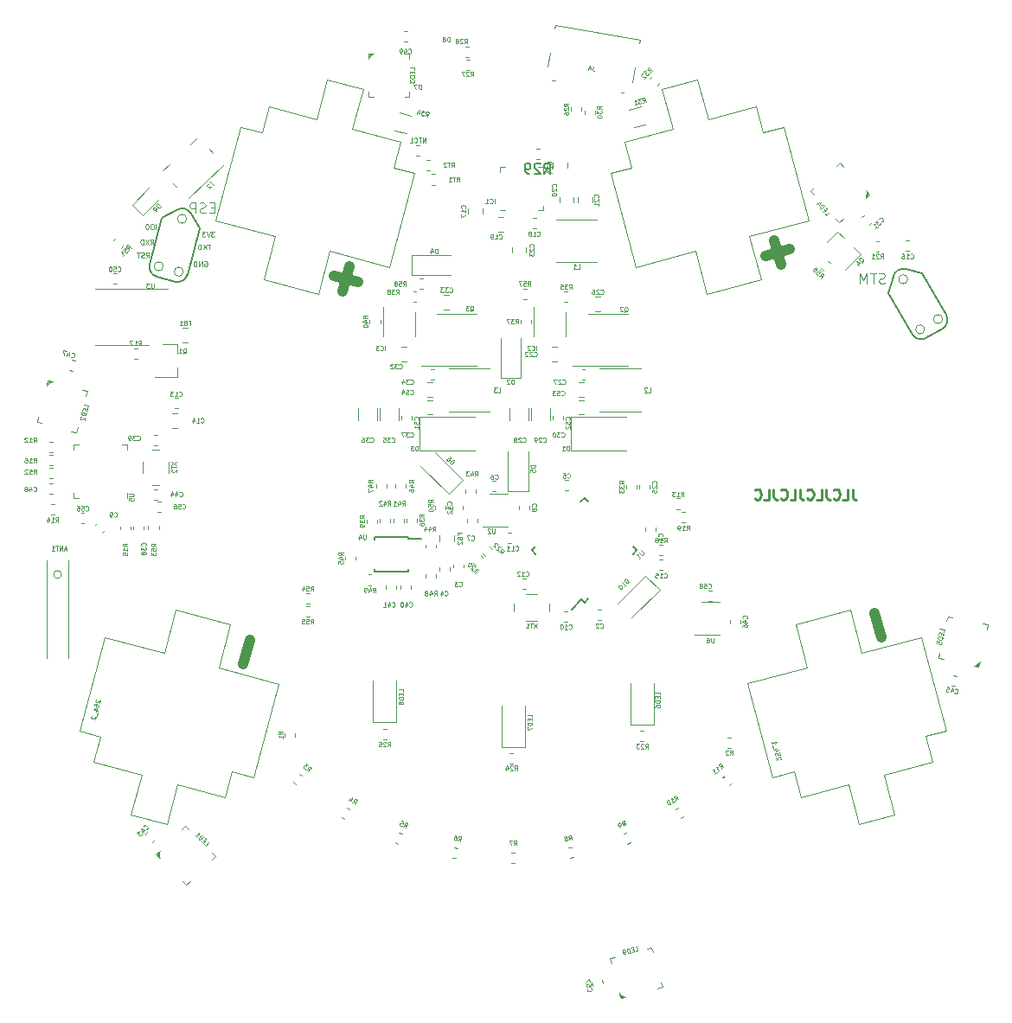
<source format=gbo>
G04 #@! TF.GenerationSoftware,KiCad,Pcbnew,5.0.1*
G04 #@! TF.CreationDate,2019-09-08T16:13:15+02:00*
G04 #@! TF.ProjectId,main,6D61696E2E6B696361645F7063620000,rev?*
G04 #@! TF.SameCoordinates,Original*
G04 #@! TF.FileFunction,Legend,Bot*
G04 #@! TF.FilePolarity,Positive*
%FSLAX46Y46*%
G04 Gerber Fmt 4.6, Leading zero omitted, Abs format (unit mm)*
G04 Created by KiCad (PCBNEW 5.0.1) date Sun 08 Sep 2019 04:13:15 PM CEST*
%MOMM*%
%LPD*%
G01*
G04 APERTURE LIST*
%ADD10C,0.100000*%
%ADD11C,0.250000*%
%ADD12C,0.200000*%
%ADD13C,0.125000*%
%ADD14C,1.000000*%
%ADD15C,0.120000*%
%ADD16C,0.127000*%
%ADD17C,0.050000*%
%ADD18C,0.150000*%
%ADD19C,0.110000*%
G04 APERTURE END LIST*
D10*
X136438095Y-76404761D02*
X136295238Y-76452380D01*
X136057142Y-76452380D01*
X135961904Y-76404761D01*
X135914285Y-76357142D01*
X135866666Y-76261904D01*
X135866666Y-76166666D01*
X135914285Y-76071428D01*
X135961904Y-76023809D01*
X136057142Y-75976190D01*
X136247619Y-75928571D01*
X136342857Y-75880952D01*
X136390476Y-75833333D01*
X136438095Y-75738095D01*
X136438095Y-75642857D01*
X136390476Y-75547619D01*
X136342857Y-75500000D01*
X136247619Y-75452380D01*
X136009523Y-75452380D01*
X135866666Y-75500000D01*
X135580952Y-75452380D02*
X135009523Y-75452380D01*
X135295238Y-76452380D02*
X135295238Y-75452380D01*
X134676190Y-76452380D02*
X134676190Y-75452380D01*
X134342857Y-76166666D01*
X134009523Y-75452380D01*
X134009523Y-76452380D01*
X70790476Y-69028571D02*
X70457142Y-69028571D01*
X70314285Y-69552380D02*
X70790476Y-69552380D01*
X70790476Y-68552380D01*
X70314285Y-68552380D01*
X69933333Y-69504761D02*
X69790476Y-69552380D01*
X69552380Y-69552380D01*
X69457142Y-69504761D01*
X69409523Y-69457142D01*
X69361904Y-69361904D01*
X69361904Y-69266666D01*
X69409523Y-69171428D01*
X69457142Y-69123809D01*
X69552380Y-69076190D01*
X69742857Y-69028571D01*
X69838095Y-68980952D01*
X69885714Y-68933333D01*
X69933333Y-68838095D01*
X69933333Y-68742857D01*
X69885714Y-68647619D01*
X69838095Y-68600000D01*
X69742857Y-68552380D01*
X69504761Y-68552380D01*
X69361904Y-68600000D01*
X68933333Y-69552380D02*
X68933333Y-68552380D01*
X68552380Y-68552380D01*
X68457142Y-68600000D01*
X68409523Y-68647619D01*
X68361904Y-68742857D01*
X68361904Y-68885714D01*
X68409523Y-68980952D01*
X68457142Y-69028571D01*
X68552380Y-69076190D01*
X68933333Y-69076190D01*
X64123809Y-73926190D02*
X64290476Y-73688095D01*
X64409523Y-73926190D02*
X64409523Y-73426190D01*
X64219047Y-73426190D01*
X64171428Y-73450000D01*
X64147619Y-73473809D01*
X64123809Y-73521428D01*
X64123809Y-73592857D01*
X64147619Y-73640476D01*
X64171428Y-73664285D01*
X64219047Y-73688095D01*
X64409523Y-73688095D01*
X63933333Y-73902380D02*
X63861904Y-73926190D01*
X63742857Y-73926190D01*
X63695238Y-73902380D01*
X63671428Y-73878571D01*
X63647619Y-73830952D01*
X63647619Y-73783333D01*
X63671428Y-73735714D01*
X63695238Y-73711904D01*
X63742857Y-73688095D01*
X63838095Y-73664285D01*
X63885714Y-73640476D01*
X63909523Y-73616666D01*
X63933333Y-73569047D01*
X63933333Y-73521428D01*
X63909523Y-73473809D01*
X63885714Y-73450000D01*
X63838095Y-73426190D01*
X63719047Y-73426190D01*
X63647619Y-73450000D01*
X63504761Y-73426190D02*
X63219047Y-73426190D01*
X63361904Y-73926190D02*
X63361904Y-73426190D01*
X64533333Y-72626190D02*
X64700000Y-72388095D01*
X64819047Y-72626190D02*
X64819047Y-72126190D01*
X64628571Y-72126190D01*
X64580952Y-72150000D01*
X64557142Y-72173809D01*
X64533333Y-72221428D01*
X64533333Y-72292857D01*
X64557142Y-72340476D01*
X64580952Y-72364285D01*
X64628571Y-72388095D01*
X64819047Y-72388095D01*
X64366666Y-72126190D02*
X64033333Y-72626190D01*
X64033333Y-72126190D02*
X64366666Y-72626190D01*
X63842857Y-72626190D02*
X63842857Y-72126190D01*
X63723809Y-72126190D01*
X63652380Y-72150000D01*
X63604761Y-72197619D01*
X63580952Y-72245238D01*
X63557142Y-72340476D01*
X63557142Y-72411904D01*
X63580952Y-72507142D01*
X63604761Y-72554761D01*
X63652380Y-72602380D01*
X63723809Y-72626190D01*
X63842857Y-72626190D01*
X65100000Y-71126190D02*
X65100000Y-70626190D01*
X64766666Y-70626190D02*
X64671428Y-70626190D01*
X64623809Y-70650000D01*
X64576190Y-70697619D01*
X64552380Y-70792857D01*
X64552380Y-70959523D01*
X64576190Y-71054761D01*
X64623809Y-71102380D01*
X64671428Y-71126190D01*
X64766666Y-71126190D01*
X64814285Y-71102380D01*
X64861904Y-71054761D01*
X64885714Y-70959523D01*
X64885714Y-70792857D01*
X64861904Y-70697619D01*
X64814285Y-70650000D01*
X64766666Y-70626190D01*
X64242857Y-70626190D02*
X64195238Y-70626190D01*
X64147619Y-70650000D01*
X64123809Y-70673809D01*
X64100000Y-70721428D01*
X64076190Y-70816666D01*
X64076190Y-70935714D01*
X64100000Y-71030952D01*
X64123809Y-71078571D01*
X64147619Y-71102380D01*
X64195238Y-71126190D01*
X64242857Y-71126190D01*
X64290476Y-71102380D01*
X64314285Y-71078571D01*
X64338095Y-71030952D01*
X64361904Y-70935714D01*
X64361904Y-70816666D01*
X64338095Y-70721428D01*
X64314285Y-70673809D01*
X64290476Y-70650000D01*
X64242857Y-70626190D01*
X70819047Y-71376190D02*
X70509523Y-71376190D01*
X70676190Y-71566666D01*
X70604761Y-71566666D01*
X70557142Y-71590476D01*
X70533333Y-71614285D01*
X70509523Y-71661904D01*
X70509523Y-71780952D01*
X70533333Y-71828571D01*
X70557142Y-71852380D01*
X70604761Y-71876190D01*
X70747619Y-71876190D01*
X70795238Y-71852380D01*
X70819047Y-71828571D01*
X70366666Y-71376190D02*
X70200000Y-71876190D01*
X70033333Y-71376190D01*
X69914285Y-71376190D02*
X69604761Y-71376190D01*
X69771428Y-71566666D01*
X69700000Y-71566666D01*
X69652380Y-71590476D01*
X69628571Y-71614285D01*
X69604761Y-71661904D01*
X69604761Y-71780952D01*
X69628571Y-71828571D01*
X69652380Y-71852380D01*
X69700000Y-71876190D01*
X69842857Y-71876190D01*
X69890476Y-71852380D01*
X69914285Y-71828571D01*
X70430952Y-72626190D02*
X70145238Y-72626190D01*
X70288095Y-73126190D02*
X70288095Y-72626190D01*
X70026190Y-72626190D02*
X69692857Y-73126190D01*
X69692857Y-72626190D02*
X70026190Y-73126190D01*
X69502380Y-73126190D02*
X69502380Y-72626190D01*
X69383333Y-72626190D01*
X69311904Y-72650000D01*
X69264285Y-72697619D01*
X69240476Y-72745238D01*
X69216666Y-72840476D01*
X69216666Y-72911904D01*
X69240476Y-73007142D01*
X69264285Y-73054761D01*
X69311904Y-73102380D01*
X69383333Y-73126190D01*
X69502380Y-73126190D01*
X69830952Y-74300000D02*
X69878571Y-74276190D01*
X69950000Y-74276190D01*
X70021428Y-74300000D01*
X70069047Y-74347619D01*
X70092857Y-74395238D01*
X70116666Y-74490476D01*
X70116666Y-74561904D01*
X70092857Y-74657142D01*
X70069047Y-74704761D01*
X70021428Y-74752380D01*
X69950000Y-74776190D01*
X69902380Y-74776190D01*
X69830952Y-74752380D01*
X69807142Y-74728571D01*
X69807142Y-74561904D01*
X69902380Y-74561904D01*
X69592857Y-74776190D02*
X69592857Y-74276190D01*
X69307142Y-74776190D01*
X69307142Y-74276190D01*
X69069047Y-74776190D02*
X69069047Y-74276190D01*
X68950000Y-74276190D01*
X68878571Y-74300000D01*
X68830952Y-74347619D01*
X68807142Y-74395238D01*
X68783333Y-74490476D01*
X68783333Y-74561904D01*
X68807142Y-74657142D01*
X68830952Y-74704761D01*
X68878571Y-74752380D01*
X68950000Y-74776190D01*
X69069047Y-74776190D01*
D11*
X133269047Y-96602380D02*
X133269047Y-97316666D01*
X133316666Y-97459523D01*
X133411904Y-97554761D01*
X133554761Y-97602380D01*
X133650000Y-97602380D01*
X132316666Y-97602380D02*
X132792857Y-97602380D01*
X132792857Y-96602380D01*
X131411904Y-97507142D02*
X131459523Y-97554761D01*
X131602380Y-97602380D01*
X131697619Y-97602380D01*
X131840476Y-97554761D01*
X131935714Y-97459523D01*
X131983333Y-97364285D01*
X132030952Y-97173809D01*
X132030952Y-97030952D01*
X131983333Y-96840476D01*
X131935714Y-96745238D01*
X131840476Y-96650000D01*
X131697619Y-96602380D01*
X131602380Y-96602380D01*
X131459523Y-96650000D01*
X131411904Y-96697619D01*
X130697619Y-96602380D02*
X130697619Y-97316666D01*
X130745238Y-97459523D01*
X130840476Y-97554761D01*
X130983333Y-97602380D01*
X131078571Y-97602380D01*
X129745238Y-97602380D02*
X130221428Y-97602380D01*
X130221428Y-96602380D01*
X128840476Y-97507142D02*
X128888095Y-97554761D01*
X129030952Y-97602380D01*
X129126190Y-97602380D01*
X129269047Y-97554761D01*
X129364285Y-97459523D01*
X129411904Y-97364285D01*
X129459523Y-97173809D01*
X129459523Y-97030952D01*
X129411904Y-96840476D01*
X129364285Y-96745238D01*
X129269047Y-96650000D01*
X129126190Y-96602380D01*
X129030952Y-96602380D01*
X128888095Y-96650000D01*
X128840476Y-96697619D01*
X128126190Y-96602380D02*
X128126190Y-97316666D01*
X128173809Y-97459523D01*
X128269047Y-97554761D01*
X128411904Y-97602380D01*
X128507142Y-97602380D01*
X127173809Y-97602380D02*
X127650000Y-97602380D01*
X127650000Y-96602380D01*
X126269047Y-97507142D02*
X126316666Y-97554761D01*
X126459523Y-97602380D01*
X126554761Y-97602380D01*
X126697619Y-97554761D01*
X126792857Y-97459523D01*
X126840476Y-97364285D01*
X126888095Y-97173809D01*
X126888095Y-97030952D01*
X126840476Y-96840476D01*
X126792857Y-96745238D01*
X126697619Y-96650000D01*
X126554761Y-96602380D01*
X126459523Y-96602380D01*
X126316666Y-96650000D01*
X126269047Y-96697619D01*
X125554761Y-96602380D02*
X125554761Y-97316666D01*
X125602380Y-97459523D01*
X125697619Y-97554761D01*
X125840476Y-97602380D01*
X125935714Y-97602380D01*
X124602380Y-97602380D02*
X125078571Y-97602380D01*
X125078571Y-96602380D01*
X123697619Y-97507142D02*
X123745238Y-97554761D01*
X123888095Y-97602380D01*
X123983333Y-97602380D01*
X124126190Y-97554761D01*
X124221428Y-97459523D01*
X124269047Y-97364285D01*
X124316666Y-97173809D01*
X124316666Y-97030952D01*
X124269047Y-96840476D01*
X124221428Y-96745238D01*
X124126190Y-96650000D01*
X123983333Y-96602380D01*
X123888095Y-96602380D01*
X123745238Y-96650000D01*
X123697619Y-96697619D01*
D12*
X120705790Y-124800320D02*
X120782390Y-124736050D01*
D13*
G04 #@! TO.C,LED3*
X86109292Y-53958280D02*
X85909292Y-54158280D01*
X86209292Y-53958280D02*
X85909292Y-54258280D01*
X86309292Y-53958280D02*
X85909292Y-53958280D01*
X85909292Y-53958280D02*
X85909292Y-54358280D01*
X85909292Y-54358280D02*
X86309292Y-53958280D01*
X85909292Y-58158280D02*
X85909292Y-57658280D01*
X85909292Y-58158280D02*
X86409292Y-58158280D01*
X85909292Y-53958280D02*
X85909292Y-54458279D01*
X85909292Y-53958280D02*
X86409292Y-53958281D01*
X89909292Y-53958280D02*
X89909292Y-54458280D01*
X89909292Y-53958280D02*
X89409292Y-53958280D01*
X89909292Y-58158280D02*
X89409292Y-58158279D01*
X89909292Y-58158280D02*
X89909292Y-57658281D01*
G04 #@! TO.C,LED4*
X134757925Y-67866526D02*
X134767796Y-67583855D01*
X134684790Y-67934726D02*
X134699596Y-67510720D01*
X134611654Y-68002925D02*
X134904196Y-67730126D01*
X134904196Y-67730126D02*
X134631397Y-67437585D01*
X134631397Y-67437585D02*
X134611654Y-68002925D01*
X132039803Y-64658441D02*
X132380802Y-65024117D01*
X132039803Y-64658441D02*
X131674126Y-64999440D01*
X134904196Y-67730126D02*
X134563197Y-67364450D01*
X134904196Y-67730126D02*
X134538518Y-68071125D01*
X131978781Y-70458119D02*
X131637782Y-70092443D01*
X131978781Y-70458119D02*
X132344458Y-70117120D01*
X129114388Y-67386434D02*
X129480066Y-67045435D01*
X129114388Y-67386434D02*
X129455387Y-67752110D01*
G04 #@! TO.C,LED2*
X54704854Y-86005681D02*
X54459905Y-86147103D01*
X54801446Y-86031563D02*
X54434023Y-86243695D01*
X54898039Y-86057445D02*
X54511668Y-85953918D01*
X54511668Y-85953918D02*
X54408141Y-86340288D01*
X54408141Y-86340288D02*
X54898039Y-86057445D01*
X53424628Y-90010806D02*
X53554038Y-89527843D01*
X53424628Y-90010806D02*
X53907591Y-90140216D01*
X54511668Y-85953918D02*
X54382259Y-86436880D01*
X54511668Y-85953918D02*
X54994631Y-86083328D01*
X58375372Y-86989194D02*
X58245962Y-87472157D01*
X58375372Y-86989194D02*
X57892409Y-86859784D01*
X57288332Y-91046082D02*
X56805369Y-90916672D01*
X57288332Y-91046082D02*
X57417741Y-90563120D01*
G04 #@! TO.C,LED1*
X65232992Y-132229588D02*
X65232992Y-132512431D01*
X65303702Y-132158877D02*
X65303702Y-132583141D01*
X65374413Y-132088167D02*
X65091570Y-132371009D01*
X65091570Y-132371009D02*
X65374413Y-132653852D01*
X65374413Y-132653852D02*
X65374413Y-132088167D01*
X68061419Y-135340858D02*
X67707865Y-134987304D01*
X68061419Y-135340858D02*
X68414972Y-134987304D01*
X65091570Y-132371009D02*
X65445123Y-132724562D01*
X65091570Y-132371009D02*
X65445124Y-132017457D01*
X67919997Y-129542582D02*
X68273551Y-129896136D01*
X67919997Y-129542582D02*
X67566444Y-129896136D01*
X70889846Y-132512431D02*
X70536292Y-132865983D01*
X70889846Y-132512431D02*
X70536293Y-132158878D01*
G04 #@! TO.C,LED9*
X110528138Y-146223906D02*
X110773087Y-146365328D01*
X110502256Y-146127314D02*
X110869680Y-146339446D01*
X110476374Y-146030721D02*
X110579902Y-146417092D01*
X110579902Y-146417092D02*
X110966272Y-146313564D01*
X110966272Y-146313564D02*
X110476374Y-146030721D01*
X114636790Y-145330052D02*
X114153827Y-145459461D01*
X114636790Y-145330052D02*
X114507381Y-144847089D01*
X110579902Y-146417092D02*
X111062864Y-146287682D01*
X110579902Y-146417092D02*
X110450493Y-145934128D01*
X109544626Y-142553388D02*
X110027589Y-142423979D01*
X109544626Y-142553388D02*
X109674035Y-143036351D01*
X113601514Y-141466348D02*
X113730923Y-141949312D01*
X113601514Y-141466348D02*
X113118552Y-141595758D01*
G04 #@! TO.C,LED5*
X145424051Y-113928351D02*
X145661263Y-113774304D01*
X145326236Y-113907560D02*
X145682054Y-113676489D01*
X145228422Y-113886769D02*
X145619681Y-113969933D01*
X145619681Y-113969933D02*
X145702845Y-113578674D01*
X145702845Y-113578674D02*
X145228422Y-113886769D01*
X146492910Y-109861713D02*
X146388954Y-110350787D01*
X146492910Y-109861713D02*
X146003836Y-109757758D01*
X145619681Y-113969933D02*
X145723636Y-113480861D01*
X145619681Y-113969933D02*
X145130607Y-113865977D01*
X141707090Y-113138287D02*
X141811046Y-112649213D01*
X141707090Y-113138287D02*
X142196164Y-113242242D01*
X142580319Y-109030067D02*
X143069393Y-109134023D01*
X142580319Y-109030067D02*
X142476364Y-109519139D01*
D14*
G04 #@! TO.C,254_1*
X124719683Y-73746327D02*
X127134497Y-73099279D01*
X126250614Y-74630210D02*
X125603566Y-72215396D01*
X136082270Y-111129266D02*
X135435223Y-108714451D01*
D10*
X142457447Y-120239678D02*
X139998666Y-111063383D01*
X125457153Y-124794893D02*
X122998372Y-115618598D01*
X133926839Y-129358270D02*
X137404172Y-128426522D01*
X127709890Y-109826817D02*
X133022482Y-108403312D01*
X134154815Y-112629238D02*
X133022482Y-108403312D01*
X128842223Y-114052743D02*
X127709890Y-109826817D01*
X137404172Y-128426522D02*
X136368896Y-124562818D01*
X133926839Y-129358270D02*
X132891563Y-125494567D01*
X128206823Y-126749839D02*
X127533893Y-124238432D01*
X141053636Y-123307546D02*
X140380707Y-120796139D01*
X140380707Y-120796139D02*
X142457447Y-120239678D01*
X136368896Y-124562818D02*
X141053636Y-123307546D01*
X128206823Y-126749839D02*
X132891563Y-125494567D01*
X127533893Y-124238432D02*
X125457153Y-124794893D01*
X134154815Y-112629238D02*
X139998666Y-111063383D01*
X122998372Y-115618598D02*
X128842223Y-114052743D01*
X123177885Y-71855961D02*
X129021736Y-70290106D01*
X112021432Y-74845323D02*
X117865293Y-73279467D01*
X126562955Y-61113810D02*
X124486214Y-61670271D01*
X123813285Y-59158864D02*
X119128545Y-60414136D01*
X110966471Y-62601157D02*
X115651212Y-61345885D01*
X109562660Y-65669024D02*
X111639401Y-65112565D01*
X111639401Y-65112565D02*
X110966471Y-62601157D01*
X124486214Y-61670271D02*
X123813285Y-59158864D01*
X119128545Y-60414136D02*
X118086798Y-56526285D01*
X115651212Y-61345885D02*
X114609465Y-57458034D01*
X124310218Y-76081886D02*
X123177885Y-71855961D01*
X118997626Y-77505391D02*
X117865293Y-73279467D01*
X118997626Y-77505391D02*
X124310218Y-76081886D01*
X118086798Y-56526285D02*
X114609465Y-57458034D01*
X129021736Y-70290106D02*
X126562955Y-61113810D01*
X112021432Y-74845323D02*
X109562660Y-65669024D01*
D14*
G04 #@! TO.C,254_2*
X82477161Y-75687470D02*
X84891975Y-76334517D01*
X83361044Y-77218401D02*
X84008092Y-74803586D01*
X73625981Y-113743338D02*
X74273028Y-111328523D01*
D10*
X74591840Y-124820775D02*
X77050621Y-115644480D01*
X57591545Y-120265560D02*
X60050326Y-111089265D01*
X62644820Y-128452404D02*
X66122153Y-129384152D01*
X67026511Y-108429194D02*
X72339103Y-109852699D01*
X71206770Y-114078625D02*
X72339103Y-109852699D01*
X65894177Y-112655120D02*
X67026511Y-108429194D01*
X66122153Y-129384152D02*
X67157430Y-125520449D01*
X62644820Y-128452404D02*
X63680097Y-124588700D01*
X58995356Y-123333428D02*
X59668286Y-120822021D01*
X71842170Y-126775721D02*
X72515099Y-124264314D01*
X72515099Y-124264314D02*
X74591840Y-124820775D01*
X67157430Y-125520449D02*
X71842170Y-126775721D01*
X58995356Y-123333428D02*
X63680097Y-124588700D01*
X59668286Y-120822021D02*
X57591545Y-120265560D01*
X71206770Y-114078625D02*
X77050621Y-115644480D01*
X60050326Y-111089265D02*
X65894177Y-112655120D01*
X82087107Y-73279466D02*
X87930959Y-74845321D01*
X70930654Y-70290103D02*
X76774515Y-71855962D01*
X90389740Y-65669025D02*
X88312999Y-65112565D01*
X88985929Y-62601157D02*
X84301188Y-61345885D01*
X76139115Y-59158864D02*
X80823855Y-60414136D01*
X73389445Y-61113809D02*
X75466186Y-61670271D01*
X75466186Y-61670271D02*
X76139115Y-59158864D01*
X88312999Y-65112565D02*
X88985929Y-62601157D01*
X84301188Y-61345885D02*
X85342935Y-57458034D01*
X80823855Y-60414136D02*
X81865602Y-56526285D01*
X80954774Y-77505391D02*
X82087107Y-73279466D01*
X75642182Y-76081886D02*
X76774515Y-71855962D01*
X75642182Y-76081886D02*
X80954774Y-77505391D01*
X85342935Y-57458034D02*
X81865602Y-56526285D01*
X87930959Y-74845321D02*
X90389740Y-65669025D01*
X70930654Y-70290103D02*
X73389445Y-61113809D01*
D15*
G04 #@! TO.C,R29*
X102287221Y-63290000D02*
X102612779Y-63290000D01*
X102287221Y-64310000D02*
X102612779Y-64310000D01*
G04 #@! TO.C,C46*
X121290000Y-109712779D02*
X121290000Y-109387221D01*
X122310000Y-109712779D02*
X122310000Y-109387221D01*
G04 #@! TO.C,C58*
X119462779Y-107560000D02*
X119137221Y-107560000D01*
X119462779Y-106540000D02*
X119137221Y-106540000D01*
G04 #@! TO.C,D10*
X112973528Y-105062258D02*
X110251167Y-107784619D01*
X114387742Y-106476472D02*
X111665381Y-109198833D01*
X112973528Y-105062258D02*
X114387742Y-106476472D01*
G04 #@! TO.C,U6*
X120250000Y-110885000D02*
X117800000Y-110885000D01*
X118450000Y-107665000D02*
X120250000Y-107665000D01*
D16*
G04 #@! TO.C,X1*
X65149932Y-75772231D02*
G75*
G02X64476413Y-74605662I246525J920044D01*
G01*
X68156590Y-75591762D02*
G75*
G02X66990021Y-76265281I-920044J246525D01*
G01*
X65149932Y-75772231D02*
X66990021Y-76265281D01*
X67135863Y-69243879D02*
G75*
G02X68534330Y-69618598I511874J-886593D01*
G01*
X67135863Y-69243880D02*
X65689317Y-70079043D01*
X68534330Y-69618598D02*
X69369494Y-71065144D01*
X64476413Y-74605662D02*
X65689317Y-70079043D01*
X68156590Y-75591762D02*
X69369494Y-71065144D01*
D15*
G04 #@! TO.C,C14*
X66666422Y-89190000D02*
X67183578Y-89190000D01*
X66666422Y-90610000D02*
X67183578Y-90610000D01*
G04 #@! TO.C,FB1*
X68208578Y-82210000D02*
X67691422Y-82210000D01*
X68208578Y-80790000D02*
X67691422Y-80790000D01*
G04 #@! TO.C,R58*
X90924720Y-75965000D02*
X91250278Y-75965000D01*
X90924720Y-76985000D02*
X91250278Y-76985000D01*
G04 #@! TO.C,R57*
X101350280Y-78035000D02*
X101024722Y-78035000D01*
X101350280Y-77015000D02*
X101024722Y-77015000D01*
G04 #@! TO.C,D9*
X62780223Y-68730330D02*
X64395962Y-67114591D01*
X63819670Y-69769777D02*
X62780223Y-68730330D01*
X65435409Y-68154038D02*
X63819670Y-69769777D01*
G04 #@! TO.C,T2*
X68480482Y-62825148D02*
X69156984Y-62194300D01*
X67095733Y-67022018D02*
X66720634Y-66619774D01*
X70679366Y-63680226D02*
X70304267Y-63277982D01*
X68243016Y-68105700D02*
X71680378Y-64900308D01*
X65719622Y-65399692D02*
X66396124Y-64768843D01*
G04 #@! TO.C,LED8*
X88611200Y-115324600D02*
X88611200Y-119384600D01*
X88611200Y-119384600D02*
X86341200Y-119384600D01*
X86341200Y-119384600D02*
X86341200Y-115324600D01*
G04 #@! TO.C,LED7*
X101185000Y-117800000D02*
X101185000Y-121860000D01*
X101185000Y-121860000D02*
X98915000Y-121860000D01*
X98915000Y-121860000D02*
X98915000Y-117800000D01*
G04 #@! TO.C,LED6*
X113811200Y-115624600D02*
X113811200Y-119684600D01*
X113811200Y-119684600D02*
X111541200Y-119684600D01*
X111541200Y-119684600D02*
X111541200Y-115624600D01*
G04 #@! TO.C,Q4*
X131817228Y-71363999D02*
X130784853Y-72396375D01*
X134051686Y-73598457D02*
X132524335Y-75125807D01*
X134051686Y-73598457D02*
X133394077Y-72940847D01*
X131817228Y-71363999D02*
X132474838Y-72021608D01*
G04 #@! TO.C,R56*
X130383767Y-75191412D02*
X130153562Y-74961207D01*
X131105016Y-74470163D02*
X130874811Y-74239958D01*
G04 #@! TO.C,C57*
X107849508Y-145239230D02*
X107765248Y-144924765D01*
X108834752Y-144975235D02*
X108750492Y-144660770D01*
D10*
G04 #@! TO.C,ANT1*
X56500000Y-113100000D02*
X56500000Y-103600000D01*
X54400000Y-113100000D02*
X54400000Y-103600000D01*
X55830789Y-104950000D02*
G75*
G03X55830789Y-104950000I-380789J0D01*
G01*
D15*
G04 #@! TO.C,U3*
X61750000Y-77020000D02*
X66225000Y-77020000D01*
X61750000Y-77020000D02*
X59125000Y-77020000D01*
X61750000Y-82480000D02*
X64375000Y-82480000D01*
X61750000Y-82480000D02*
X59125000Y-82480000D01*
G04 #@! TO.C,C38*
X63885000Y-100237221D02*
X63885000Y-100562779D01*
X62865000Y-100237221D02*
X62865000Y-100562779D01*
G04 #@! TO.C,C39*
X65212779Y-92310000D02*
X64887221Y-92310000D01*
X65212779Y-91290000D02*
X64887221Y-91290000D01*
G04 #@! TO.C,C44*
X64887221Y-96590000D02*
X65212779Y-96590000D01*
X64887221Y-97610000D02*
X65212779Y-97610000D01*
G04 #@! TO.C,C56*
X65237221Y-97840000D02*
X65562779Y-97840000D01*
X65237221Y-98860000D02*
X65562779Y-98860000D01*
G04 #@! TO.C,C55*
X57749720Y-98940000D02*
X58075278Y-98940000D01*
X57749720Y-99960000D02*
X58075278Y-99960000D01*
G04 #@! TO.C,C50*
X60887221Y-75440000D02*
X61212779Y-75440000D01*
X60887221Y-76460000D02*
X61212779Y-76460000D01*
G04 #@! TO.C,C48*
X54637221Y-96040000D02*
X54962779Y-96040000D01*
X54637221Y-97060000D02*
X54962779Y-97060000D01*
G04 #@! TO.C,U5*
X62260000Y-96985000D02*
X62260000Y-97460000D01*
X57040000Y-92240000D02*
X57515000Y-92240000D01*
X57040000Y-92715000D02*
X57040000Y-92240000D01*
X57040000Y-97460000D02*
X57515000Y-97460000D01*
X57040000Y-96985000D02*
X57040000Y-97460000D01*
X62260000Y-92240000D02*
X61785000Y-92240000D01*
X62260000Y-92715000D02*
X62260000Y-92240000D01*
G04 #@! TO.C,R54*
X80112779Y-107785000D02*
X79787221Y-107785000D01*
X80112779Y-106765000D02*
X79787221Y-106765000D01*
G04 #@! TO.C,R55*
X80112779Y-109060000D02*
X79787221Y-109060000D01*
X80112779Y-108040000D02*
X79787221Y-108040000D01*
D17*
G04 #@! TO.C,XT2*
X65400000Y-96200000D02*
X64700000Y-96200000D01*
X66350000Y-93900000D02*
X66350000Y-95000000D01*
X64700000Y-92700000D02*
X65400000Y-92700000D01*
X63750000Y-95000000D02*
X63750000Y-93900000D01*
D15*
G04 #@! TO.C,R39*
X86736200Y-99561821D02*
X86736200Y-99887379D01*
X85716200Y-99561821D02*
X85716200Y-99887379D01*
G04 #@! TO.C,R36*
X90636200Y-99499322D02*
X90636200Y-99824880D01*
X89616200Y-99499322D02*
X89616200Y-99824880D01*
G04 #@! TO.C,C22*
X103867622Y-82664600D02*
X104384778Y-82664600D01*
X103867622Y-84084600D02*
X104384778Y-84084600D01*
G04 #@! TO.C,C32*
X89067622Y-82664600D02*
X89584778Y-82664600D01*
X89067622Y-84084600D02*
X89584778Y-84084600D01*
G04 #@! TO.C,C20*
X104559515Y-68543981D02*
X104559515Y-68026825D01*
X105979515Y-68543981D02*
X105979515Y-68026825D01*
G04 #@! TO.C,C51*
X92184778Y-89284600D02*
X91667622Y-89284600D01*
X92184778Y-87864600D02*
X91667622Y-87864600D01*
G04 #@! TO.C,C53*
X106984778Y-87584600D02*
X106467622Y-87584600D01*
X106984778Y-86164600D02*
X106467622Y-86164600D01*
G04 #@! TO.C,C52*
X106984778Y-89284600D02*
X106467622Y-89284600D01*
X106984778Y-87864600D02*
X106467622Y-87864600D01*
G04 #@! TO.C,C26*
X108584778Y-79184600D02*
X108067622Y-79184600D01*
X108584778Y-77764600D02*
X108067622Y-77764600D01*
G04 #@! TO.C,C54*
X92184778Y-87584600D02*
X91667622Y-87584600D01*
X92184778Y-86164600D02*
X91667622Y-86164600D01*
G04 #@! TO.C,C33*
X93784778Y-78984600D02*
X93267622Y-78984600D01*
X93784778Y-77564600D02*
X93267622Y-77564600D01*
D17*
G04 #@! TO.C,XT1*
X100076200Y-108524600D02*
X100076200Y-107824600D01*
X102376200Y-109474600D02*
X101276200Y-109474600D01*
X103576200Y-107824600D02*
X103576200Y-108524600D01*
X101276200Y-106874600D02*
X102376200Y-106874600D01*
D18*
G04 #@! TO.C,U4*
X89801200Y-101474600D02*
X91051200Y-101474600D01*
X89801200Y-104649600D02*
X86451200Y-104649600D01*
X89801200Y-101299600D02*
X86451200Y-101299600D01*
X89801200Y-104649600D02*
X89801200Y-104399600D01*
X86451200Y-104649600D02*
X86451200Y-104399600D01*
X86451200Y-101299600D02*
X86451200Y-101549600D01*
X89801200Y-101299600D02*
X89801200Y-101474600D01*
D15*
G04 #@! TO.C,R47*
X87636200Y-96111821D02*
X87636200Y-96437379D01*
X86616200Y-96111821D02*
X86616200Y-96437379D01*
G04 #@! TO.C,R46*
X88516200Y-96437379D02*
X88516200Y-96111821D01*
X89536200Y-96437379D02*
X89536200Y-96111821D01*
G04 #@! TO.C,C47*
X56864097Y-83961428D02*
X57178562Y-84045688D01*
X56600102Y-84946672D02*
X56914567Y-85030932D01*
G04 #@! TO.C,C2*
X108651478Y-109434600D02*
X108325920Y-109434600D01*
X108651478Y-108414600D02*
X108325920Y-108414600D01*
G04 #@! TO.C,C3*
X94216200Y-104287379D02*
X94216200Y-103961821D01*
X95236200Y-104287379D02*
X95236200Y-103961821D01*
G04 #@! TO.C,C4*
X92866200Y-104599878D02*
X92866200Y-104274320D01*
X93886200Y-104599878D02*
X93886200Y-104274320D01*
G04 #@! TO.C,C49*
X89337221Y-51790000D02*
X89662779Y-51790000D01*
X89337221Y-52810000D02*
X89662779Y-52810000D01*
G04 #@! TO.C,C5*
X105100921Y-95664600D02*
X105426479Y-95664600D01*
X105100921Y-96684600D02*
X105426479Y-96684600D01*
G04 #@! TO.C,C15*
X114362221Y-103515000D02*
X114687779Y-103515000D01*
X114362221Y-104535000D02*
X114687779Y-104535000D01*
G04 #@! TO.C,C7*
X96536200Y-99511821D02*
X96536200Y-99837379D01*
X95516200Y-99511821D02*
X95516200Y-99837379D01*
G04 #@! TO.C,C8*
X101636200Y-98211821D02*
X101636200Y-98537379D01*
X100616200Y-98211821D02*
X100616200Y-98537379D01*
G04 #@! TO.C,C9*
X59099273Y-100129478D02*
X59329478Y-99899273D01*
X59820522Y-100850727D02*
X60050727Y-100620522D01*
G04 #@! TO.C,C10*
X105050921Y-108564600D02*
X105376479Y-108564600D01*
X105050921Y-109584600D02*
X105376479Y-109584600D01*
G04 #@! TO.C,C11*
X99888979Y-101884600D02*
X99563421Y-101884600D01*
X99888979Y-100864600D02*
X99563421Y-100864600D01*
G04 #@! TO.C,C12*
X101312779Y-106335000D02*
X100987221Y-106335000D01*
X101312779Y-105315000D02*
X100987221Y-105315000D01*
G04 #@! TO.C,C13*
X66902222Y-87684999D02*
X67227780Y-87684999D01*
X66902222Y-88704999D02*
X67227780Y-88704999D01*
G04 #@! TO.C,C37*
X90136200Y-89411821D02*
X90136200Y-89737379D01*
X89116200Y-89411821D02*
X89116200Y-89737379D01*
G04 #@! TO.C,C6*
X98350279Y-96760000D02*
X98024721Y-96760000D01*
X98350279Y-95740000D02*
X98024721Y-95740000D01*
G04 #@! TO.C,C1*
X114036200Y-100349322D02*
X114036200Y-100674880D01*
X113016200Y-100349322D02*
X113016200Y-100674880D01*
G04 #@! TO.C,C45*
X143253187Y-115882699D02*
X142934743Y-115815012D01*
X143465257Y-114884988D02*
X143146813Y-114817301D01*
G04 #@! TO.C,C18*
X102288980Y-71095402D02*
X101963422Y-71095402D01*
X102288980Y-70075402D02*
X101963422Y-70075402D01*
G04 #@! TO.C,C43*
X64017426Y-130411325D02*
X64247631Y-130181120D01*
X64738675Y-131132574D02*
X64968880Y-130902369D01*
G04 #@! TO.C,C41*
X87616200Y-106349878D02*
X87616200Y-106024320D01*
X88636200Y-106349878D02*
X88636200Y-106024320D01*
G04 #@! TO.C,C40*
X89016200Y-106349878D02*
X89016200Y-106024320D01*
X90036200Y-106349878D02*
X90036200Y-106024320D01*
G04 #@! TO.C,C25*
X111116200Y-96537379D02*
X111116200Y-96211821D01*
X112136200Y-96537379D02*
X112136200Y-96211821D01*
G04 #@! TO.C,C16*
X138812779Y-73285000D02*
X138487221Y-73285000D01*
X138812779Y-72265000D02*
X138487221Y-72265000D01*
G04 #@! TO.C,C42*
X94066200Y-98537379D02*
X94066200Y-98211821D01*
X95086200Y-98537379D02*
X95086200Y-98211821D01*
G04 #@! TO.C,C31*
X135132574Y-70488675D02*
X134902369Y-70718880D01*
X134411325Y-69767426D02*
X134181120Y-69997631D01*
G04 #@! TO.C,C30*
X104936200Y-89411821D02*
X104936200Y-89737379D01*
X103916200Y-89411821D02*
X103916200Y-89737379D01*
G04 #@! TO.C,C27*
X106763421Y-84864600D02*
X107088979Y-84864600D01*
X106763421Y-85884600D02*
X107088979Y-85884600D01*
G04 #@! TO.C,C34*
X91963421Y-84864600D02*
X92288979Y-84864600D01*
X91963421Y-85884600D02*
X92288979Y-85884600D01*
G04 #@! TO.C,C24*
X105379515Y-64626824D02*
X105379515Y-65143980D01*
X103959515Y-64626824D02*
X103959515Y-65143980D01*
G04 #@! TO.C,C23*
X99916201Y-73433178D02*
X99916201Y-72916022D01*
X101336201Y-73433178D02*
X101336201Y-72916022D01*
G04 #@! TO.C,C21*
X106359515Y-68543980D02*
X106359515Y-68026824D01*
X107779515Y-68543980D02*
X107779515Y-68026824D01*
G04 #@! TO.C,C19*
X98567621Y-69964600D02*
X99084777Y-69964600D01*
X98567621Y-71384600D02*
X99084777Y-71384600D01*
G04 #@! TO.C,C17*
X95616200Y-69633178D02*
X95616200Y-69116022D01*
X97036200Y-69633178D02*
X97036200Y-69116022D01*
G04 #@! TO.C,C29*
X103636200Y-88672536D02*
X103636200Y-89876664D01*
X101816200Y-88672536D02*
X101816200Y-89876664D01*
G04 #@! TO.C,C28*
X101536200Y-88672536D02*
X101536200Y-89876664D01*
X99716200Y-88672536D02*
X99716200Y-89876664D01*
G04 #@! TO.C,C36*
X86736200Y-88672536D02*
X86736200Y-89876664D01*
X84916200Y-88672536D02*
X84916200Y-89876664D01*
G04 #@! TO.C,C35*
X88836200Y-88672536D02*
X88836200Y-89876664D01*
X87016200Y-88672536D02*
X87016200Y-89876664D01*
G04 #@! TO.C,D1*
X105726200Y-92824600D02*
X111126200Y-92824600D01*
X105726200Y-89524600D02*
X111126200Y-89524600D01*
X105726200Y-92824600D02*
X105726200Y-89524600D01*
G04 #@! TO.C,D3*
X90926200Y-92824600D02*
X96326200Y-92824600D01*
X90926200Y-89524600D02*
X96326200Y-89524600D01*
X90926200Y-92824600D02*
X90926200Y-89524600D01*
G04 #@! TO.C,D2*
X100826200Y-85674600D02*
X100826200Y-81824600D01*
X98826200Y-85674600D02*
X98826200Y-81824600D01*
X100826200Y-85674600D02*
X98826200Y-85674600D01*
G04 #@! TO.C,D4*
X90100000Y-75650000D02*
X93950000Y-75650000D01*
X90100000Y-73650000D02*
X93950000Y-73650000D01*
X90100000Y-75650000D02*
X90100000Y-73650000D01*
G04 #@! TO.C,D5*
X101525000Y-96774600D02*
X101525000Y-92924600D01*
X99525000Y-96774600D02*
X99525000Y-92924600D01*
X101525000Y-96774600D02*
X99525000Y-96774600D01*
G04 #@! TO.C,D6*
X95138942Y-95673128D02*
X92416581Y-92950767D01*
X93724728Y-97087342D02*
X91002367Y-94364981D01*
X95138942Y-95673128D02*
X93724728Y-97087342D01*
G04 #@! TO.C,L1*
X104226200Y-70174599D02*
X108226200Y-70174599D01*
X104226200Y-74374599D02*
X108226200Y-74374599D01*
G04 #@! TO.C,L2*
X112526200Y-88974600D02*
X108526200Y-88974600D01*
X112526200Y-84774600D02*
X108526200Y-84774600D01*
G04 #@! TO.C,L3*
X97726200Y-88974600D02*
X93726200Y-88974600D01*
X97726200Y-84774600D02*
X93726200Y-84774600D01*
G04 #@! TO.C,IC1*
X99234515Y-69295402D02*
X98759515Y-69295402D01*
X102979515Y-65075402D02*
X102979515Y-65550402D01*
X102504515Y-65075402D02*
X102979515Y-65075402D01*
X98759515Y-65075402D02*
X98759515Y-65550402D01*
X99234515Y-65075402D02*
X98759515Y-65075402D01*
X102979515Y-69295402D02*
X102979515Y-68820402D01*
X102504515Y-69295402D02*
X102979515Y-69295402D01*
D18*
G04 #@! TO.C,U1*
X106725680Y-107400604D02*
X105753408Y-108372876D01*
X112152724Y-102574600D02*
X111781493Y-102945831D01*
X107026200Y-97448076D02*
X106654969Y-97819307D01*
X101899676Y-102574600D02*
X102270907Y-102203369D01*
X107026200Y-107701124D02*
X107397431Y-107329893D01*
X101899676Y-102574600D02*
X102270907Y-102945831D01*
X107026200Y-97448076D02*
X107397431Y-97819307D01*
X112152724Y-102574600D02*
X111781493Y-102203369D01*
X107026200Y-107701124D02*
X106725680Y-107400604D01*
D15*
G04 #@! TO.C,Q2*
X109326200Y-84534600D02*
X105876200Y-84534600D01*
X109326200Y-84534600D02*
X111276200Y-84534600D01*
X109326200Y-79414600D02*
X107376200Y-79414600D01*
X109326200Y-79414600D02*
X111276200Y-79414600D01*
G04 #@! TO.C,Q3*
X94526200Y-84534600D02*
X91076200Y-84534600D01*
X94526200Y-84534600D02*
X96476200Y-84534600D01*
X94526200Y-79414600D02*
X92576200Y-79414600D01*
X94526200Y-79414600D02*
X96476200Y-79414600D01*
G04 #@! TO.C,IC2*
X102076200Y-81674600D02*
X102076200Y-78724600D01*
X105176200Y-79274600D02*
X105176200Y-81674600D01*
G04 #@! TO.C,IC3*
X87326200Y-81674600D02*
X87326200Y-78724600D01*
X90426200Y-79274600D02*
X90426200Y-81674600D01*
G04 #@! TO.C,Q1*
X67160000Y-82420000D02*
X65700000Y-82420000D01*
X67160000Y-85580000D02*
X65000000Y-85580000D01*
X67160000Y-85580000D02*
X67160000Y-84650000D01*
X67160000Y-82420000D02*
X67160000Y-83350000D01*
G04 #@! TO.C,U2*
X99526200Y-100284600D02*
X97076200Y-100284600D01*
X97726200Y-97064600D02*
X99526200Y-97064600D01*
G04 #@! TO.C,R12*
X54637221Y-91940000D02*
X54962779Y-91940000D01*
X54637221Y-92960000D02*
X54962779Y-92960000D01*
G04 #@! TO.C,RT2*
X91563421Y-64364600D02*
X91888979Y-64364600D01*
X91563421Y-65384600D02*
X91888979Y-65384600D01*
G04 #@! TO.C,R22*
X97771722Y-102198873D02*
X98001927Y-102429078D01*
X97050473Y-102920122D02*
X97280678Y-103150327D01*
G04 #@! TO.C,R21*
X135549720Y-72340000D02*
X135875278Y-72340000D01*
X135549720Y-73360000D02*
X135875278Y-73360000D01*
G04 #@! TO.C,R20*
X96871722Y-103098873D02*
X97101927Y-103329078D01*
X96150473Y-103820122D02*
X96380678Y-104050327D01*
G04 #@! TO.C,R19*
X116888979Y-99884600D02*
X116563421Y-99884600D01*
X116888979Y-98864600D02*
X116563421Y-98864600D01*
G04 #@! TO.C,R18*
X114362221Y-102065000D02*
X114687779Y-102065000D01*
X114362221Y-103085000D02*
X114687779Y-103085000D01*
G04 #@! TO.C,R17*
X62937221Y-82840000D02*
X63262779Y-82840000D01*
X62937221Y-83860000D02*
X63262779Y-83860000D01*
G04 #@! TO.C,R16*
X54637221Y-93240000D02*
X54962779Y-93240000D01*
X54637221Y-94260000D02*
X54962779Y-94260000D01*
G04 #@! TO.C,R15*
X61565000Y-100562779D02*
X61565000Y-100237221D01*
X62585000Y-100562779D02*
X62585000Y-100237221D01*
G04 #@! TO.C,R14*
X54799721Y-98040000D02*
X55125279Y-98040000D01*
X54799721Y-99060000D02*
X55125279Y-99060000D01*
G04 #@! TO.C,R13*
X116351478Y-98534600D02*
X116025920Y-98534600D01*
X116351478Y-97514600D02*
X116025920Y-97514600D01*
G04 #@! TO.C,R26*
X106736200Y-59211821D02*
X106736200Y-59537379D01*
X105716200Y-59211821D02*
X105716200Y-59537379D01*
G04 #@! TO.C,R40*
X86016200Y-80337379D02*
X86016200Y-80011821D01*
X87036200Y-80337379D02*
X87036200Y-80011821D01*
G04 #@! TO.C,R27*
X95762779Y-55560000D02*
X95437221Y-55560000D01*
X95762779Y-54540000D02*
X95437221Y-54540000D01*
G04 #@! TO.C,R28*
X95387221Y-53240000D02*
X95712779Y-53240000D01*
X95387221Y-54260000D02*
X95712779Y-54260000D01*
G04 #@! TO.C,R30*
X108036200Y-59524320D02*
X108036200Y-59849878D01*
X107016200Y-59524320D02*
X107016200Y-59849878D01*
G04 #@! TO.C,R32*
X113407320Y-56372231D02*
X113637525Y-56142026D01*
X114128569Y-57093480D02*
X114358774Y-56863275D01*
G04 #@! TO.C,R33*
X113436200Y-96199322D02*
X113436200Y-96524880D01*
X112416200Y-96199322D02*
X112416200Y-96524880D01*
G04 #@! TO.C,R35*
X105388979Y-78284600D02*
X105063421Y-78284600D01*
X105388979Y-77264600D02*
X105063421Y-77264600D01*
G04 #@! TO.C,R37*
X100816200Y-80349878D02*
X100816200Y-80024320D01*
X101836200Y-80349878D02*
X101836200Y-80024320D01*
G04 #@! TO.C,R38*
X90588979Y-78284600D02*
X90263421Y-78284600D01*
X90588979Y-77264600D02*
X90263421Y-77264600D01*
G04 #@! TO.C,NTC1*
X90563421Y-62964600D02*
X90888979Y-62964600D01*
X90563421Y-63984600D02*
X90888979Y-63984600D01*
G04 #@! TO.C,R53*
X64340000Y-100525278D02*
X64340000Y-100199720D01*
X65360000Y-100525278D02*
X65360000Y-100199720D01*
G04 #@! TO.C,R52*
X54637221Y-94540000D02*
X54962779Y-94540000D01*
X54637221Y-95560000D02*
X54962779Y-95560000D01*
G04 #@! TO.C,R51*
X61875727Y-72745522D02*
X61645522Y-72975727D01*
X61154478Y-72024273D02*
X60924273Y-72254478D01*
G04 #@! TO.C,R50*
X93436200Y-98224320D02*
X93436200Y-98549878D01*
X92416200Y-98224320D02*
X92416200Y-98549878D01*
G04 #@! TO.C,R49*
X85850921Y-104964600D02*
X86176479Y-104964600D01*
X85850921Y-105984600D02*
X86176479Y-105984600D01*
G04 #@! TO.C,R48*
X92536200Y-104899322D02*
X92536200Y-105224880D01*
X91516200Y-104899322D02*
X91516200Y-105224880D01*
G04 #@! TO.C,R45*
X84636200Y-103199322D02*
X84636200Y-103524880D01*
X83616200Y-103199322D02*
X83616200Y-103524880D01*
G04 #@! TO.C,R44*
X92536200Y-102011821D02*
X92536200Y-102337379D01*
X91516200Y-102011821D02*
X91516200Y-102337379D01*
G04 #@! TO.C,R43*
X96360000Y-96637221D02*
X96360000Y-96962779D01*
X95340000Y-96637221D02*
X95340000Y-96962779D01*
G04 #@! TO.C,R42*
X87016200Y-99837379D02*
X87016200Y-99511821D01*
X88036200Y-99837379D02*
X88036200Y-99511821D01*
G04 #@! TO.C,R41*
X88316200Y-99824880D02*
X88316200Y-99499322D01*
X89336200Y-99824880D02*
X89336200Y-99499322D01*
G04 #@! TO.C,RT1*
X92376480Y-66784600D02*
X92050922Y-66784600D01*
X92376480Y-65764600D02*
X92050922Y-65764600D01*
G04 #@! TO.C,R31*
X113017074Y-60873167D02*
X111853976Y-61184818D01*
X112546024Y-59115182D02*
X111382926Y-59426833D01*
G04 #@! TO.C,R34*
X88903976Y-59715182D02*
X90067074Y-60026833D01*
X88432926Y-61473167D02*
X89596024Y-61784818D01*
D16*
G04 #@! TO.C,X3*
X140453111Y-81805836D02*
G75*
G02X139151972Y-81457197I-476250J824889D01*
G01*
X142451528Y-79552197D02*
G75*
G02X142102889Y-80853336I-824889J-476250D01*
G01*
X140453111Y-81805836D02*
X142102889Y-80853336D01*
X137241135Y-75785329D02*
G75*
G02X138494966Y-75061430I988865J-264966D01*
G01*
X137241134Y-75785330D02*
X136808822Y-77398742D01*
X138494966Y-75061430D02*
X140108378Y-75493742D01*
X139151972Y-81457197D02*
X136808822Y-77398742D01*
X142451528Y-79552197D02*
X140108378Y-75493742D01*
D10*
G04 #@! TO.C,J4*
X104177708Y-51127316D02*
X112450093Y-52585959D01*
X112450093Y-52585959D02*
X112380633Y-52979884D01*
D19*
X111963878Y-55343422D02*
X111720770Y-56722153D01*
D10*
X104177708Y-51127316D02*
X104108248Y-51521239D01*
X103691493Y-53884777D02*
X103448385Y-55263508D01*
X103880132Y-56558149D02*
X104175575Y-56610243D01*
X110872268Y-57791051D02*
X110576825Y-57738957D01*
D15*
G04 #@! TO.C,R10*
X116747171Y-128659883D02*
X116465229Y-128822662D01*
X116237171Y-127776538D02*
X115955229Y-127939317D01*
G04 #@! TO.C,R9*
X111503592Y-131198170D02*
X111197668Y-131309517D01*
X111154732Y-130239683D02*
X110848808Y-130351030D01*
G04 #@! TO.C,R8*
X105925067Y-132648586D02*
X105604455Y-132705118D01*
X105747945Y-131644082D02*
X105427333Y-131700614D01*
G04 #@! TO.C,R7*
X100188699Y-133184600D02*
X99863141Y-133184600D01*
X100188699Y-132164600D02*
X99863141Y-132164600D01*
G04 #@! TO.C,R6*
X94422945Y-132730118D02*
X94102333Y-132673586D01*
X94600067Y-131725614D02*
X94279455Y-131669082D01*
G04 #@! TO.C,R5*
X88804732Y-131309517D02*
X88498808Y-131198170D01*
X89153592Y-130351030D02*
X88847668Y-130239683D01*
G04 #@! TO.C,R4*
X83512171Y-128847662D02*
X83230229Y-128684883D01*
X84022171Y-127964317D02*
X83740229Y-127801538D01*
G04 #@! TO.C,R3*
X78748074Y-125469915D02*
X78498682Y-125260650D01*
X79403718Y-124688550D02*
X79154326Y-124479285D01*
G04 #@! TO.C,R2*
X121013421Y-120914600D02*
X121338979Y-120914600D01*
X121013421Y-121934600D02*
X121338979Y-121934600D01*
G04 #@! TO.C,R1*
X78686200Y-120486821D02*
X78686200Y-120812379D01*
X77666200Y-120486821D02*
X77666200Y-120812379D01*
G04 #@! TO.C,R11*
X121453718Y-125360650D02*
X121204326Y-125569915D01*
X120798074Y-124579285D02*
X120548682Y-124788550D01*
G04 #@! TO.C,R25*
X87638979Y-121134600D02*
X87313421Y-121134600D01*
X87638979Y-120114600D02*
X87313421Y-120114600D01*
G04 #@! TO.C,R23*
X112838979Y-121234600D02*
X112513421Y-121234600D01*
X112838979Y-120214600D02*
X112513421Y-120214600D01*
G04 #@! TO.C,R24*
X100038979Y-123434600D02*
X99713421Y-123434600D01*
X100038979Y-122414600D02*
X99713421Y-122414600D01*
G04 #@! TO.C,FB2*
X92840000Y-101671077D02*
X92840000Y-101153921D01*
X94260000Y-101671077D02*
X94260000Y-101153921D01*
G04 #@! TD*
D10*
G04 #@! TO.C,X1*
X67757077Y-75300336D02*
G75*
G03X67757077Y-75300336I-442760J0D01*
G01*
X65794316Y-74774415D02*
G75*
G03X65794316Y-74774415I-442760J0D01*
G01*
X68091767Y-70130472D02*
G75*
G03X68091767Y-70130472I-444030J0D01*
G01*
G04 #@! TD*
G04 #@! TO.C,X3*
X142092642Y-79941705D02*
G75*
G03X142092642Y-79941705I-442760J0D01*
G01*
X140332878Y-80957705D02*
G75*
G03X140332878Y-80957705I-442760J0D01*
G01*
X138674030Y-76050295D02*
G75*
G03X138674030Y-76050295I-444030J0D01*
G01*
G04 #@! TD*
G04 #@! TO.C,LED3*
X90362863Y-55554708D02*
X90362863Y-55340422D01*
X89912863Y-55340422D01*
X90127149Y-55704708D02*
X90127149Y-55854708D01*
X90362863Y-55918994D02*
X90362863Y-55704708D01*
X89912863Y-55704708D01*
X89912863Y-55918994D01*
X90362863Y-56111851D02*
X89912863Y-56111851D01*
X89912863Y-56218994D01*
X89934292Y-56283280D01*
X89977149Y-56326137D01*
X90020006Y-56347565D01*
X90105720Y-56368994D01*
X90170006Y-56368994D01*
X90255720Y-56347565D01*
X90298577Y-56326137D01*
X90341434Y-56283280D01*
X90362863Y-56218994D01*
X90362863Y-56111851D01*
X89912863Y-56518994D02*
X89912863Y-56797565D01*
X90084292Y-56647565D01*
X90084292Y-56711851D01*
X90105720Y-56754708D01*
X90127149Y-56776137D01*
X90170006Y-56797565D01*
X90277149Y-56797565D01*
X90320006Y-56776137D01*
X90341434Y-56754708D01*
X90362863Y-56711851D01*
X90362863Y-56583280D01*
X90341434Y-56540422D01*
X90320006Y-56518994D01*
G04 #@! TO.C,LED4*
X130558298Y-69599900D02*
X130704440Y-69756618D01*
X131033549Y-69449719D01*
X130628388Y-69329440D02*
X130526089Y-69219737D01*
X130309855Y-69333478D02*
X130455998Y-69490197D01*
X130785107Y-69183297D01*
X130638965Y-69026579D01*
X130178327Y-69192431D02*
X130507436Y-68885532D01*
X130434365Y-68807173D01*
X130374850Y-68774771D01*
X130314278Y-68772656D01*
X130268320Y-68786213D01*
X130191019Y-68828998D01*
X130144003Y-68872841D01*
X130095930Y-68946969D01*
X130079200Y-68991870D01*
X130077085Y-69052442D01*
X130105256Y-69114072D01*
X130178327Y-69192431D01*
X129959306Y-68517676D02*
X129739900Y-68722275D01*
X130157752Y-68479121D02*
X129995745Y-68776694D01*
X129805760Y-68572960D01*
G04 #@! TO.C,LED2*
X58400301Y-88648618D02*
X58455763Y-88441634D01*
X58021096Y-88325165D01*
X58133796Y-88732500D02*
X58094973Y-88877388D01*
X58306017Y-89000491D02*
X58361478Y-88793507D01*
X57926812Y-88677038D01*
X57871351Y-88884022D01*
X58256102Y-89186777D02*
X57821435Y-89070308D01*
X57793705Y-89173800D01*
X57797765Y-89241442D01*
X57828069Y-89293931D01*
X57863920Y-89325721D01*
X57941168Y-89368604D01*
X58003263Y-89385243D01*
X58091603Y-89386729D01*
X58138546Y-89377122D01*
X58191035Y-89346818D01*
X58228371Y-89290269D01*
X58256102Y-89186777D01*
X57751910Y-89495369D02*
X57725665Y-89510521D01*
X57693875Y-89546372D01*
X57666144Y-89649864D01*
X57675750Y-89696807D01*
X57690902Y-89723051D01*
X57726753Y-89754842D01*
X57768150Y-89765934D01*
X57835791Y-89761874D01*
X58150726Y-89580046D01*
X58078626Y-89849126D01*
G04 #@! TO.C,LED1*
X69793830Y-131350755D02*
X69945352Y-131502278D01*
X70263550Y-131184080D01*
X69854439Y-131078014D02*
X69748373Y-130971948D01*
X69536241Y-131093166D02*
X69687764Y-131244689D01*
X70005962Y-130926491D01*
X69854439Y-130774968D01*
X69399870Y-130956796D02*
X69718068Y-130638597D01*
X69642307Y-130562836D01*
X69581698Y-130532531D01*
X69521088Y-130532531D01*
X69475631Y-130547684D01*
X69399870Y-130593141D01*
X69354413Y-130638597D01*
X69308956Y-130714359D01*
X69293804Y-130759816D01*
X69293804Y-130820425D01*
X69324109Y-130881034D01*
X69399870Y-130956796D01*
X68914997Y-130471922D02*
X69096824Y-130653750D01*
X69005911Y-130562836D02*
X69324109Y-130244638D01*
X69308956Y-130320399D01*
X69308956Y-130381009D01*
X69324109Y-130426465D01*
G04 #@! TO.C,LED9*
X112047465Y-141834688D02*
X112254449Y-141779226D01*
X112137981Y-141344560D01*
X111841569Y-141645828D02*
X111696680Y-141684651D01*
X111695592Y-141928972D02*
X111902576Y-141873510D01*
X111786108Y-141438844D01*
X111579124Y-141494305D01*
X111509307Y-141978887D02*
X111392838Y-141544220D01*
X111289346Y-141571951D01*
X111232797Y-141609287D01*
X111202492Y-141661777D01*
X111192886Y-141708719D01*
X111194372Y-141797059D01*
X111211011Y-141859154D01*
X111253894Y-141936402D01*
X111285684Y-141972253D01*
X111338173Y-142002557D01*
X111405815Y-142006617D01*
X111509307Y-141978887D01*
X111053942Y-142100901D02*
X110971148Y-142123086D01*
X110924205Y-142113480D01*
X110897960Y-142098327D01*
X110839925Y-142047324D01*
X110797042Y-141970077D01*
X110752673Y-141804490D01*
X110762280Y-141757547D01*
X110777432Y-141731302D01*
X110813283Y-141699512D01*
X110896076Y-141677327D01*
X110943019Y-141686933D01*
X110969264Y-141702085D01*
X111001054Y-141737936D01*
X111028785Y-141841428D01*
X111019179Y-141888371D01*
X111004027Y-141914616D01*
X110968176Y-141946406D01*
X110885382Y-141968591D01*
X110838439Y-141958985D01*
X110812195Y-141943832D01*
X110780404Y-141907982D01*
G04 #@! TO.C,LED5*
X142202989Y-110581956D02*
X142247541Y-110372353D01*
X141807375Y-110278793D01*
X141941239Y-110679671D02*
X141910052Y-110826393D01*
X142127250Y-110938281D02*
X142171802Y-110728678D01*
X141731636Y-110635118D01*
X141687083Y-110844721D01*
X142087152Y-111126924D02*
X141646986Y-111033364D01*
X141624710Y-111138165D01*
X141632304Y-111205502D01*
X141665314Y-111256333D01*
X141702780Y-111286203D01*
X141782166Y-111324985D01*
X141845047Y-111338351D01*
X141933343Y-111335211D01*
X141979719Y-111323161D01*
X142030550Y-111290151D01*
X142064876Y-111231726D01*
X142087152Y-111126924D01*
X141508873Y-111683133D02*
X141553426Y-111473530D01*
X141767484Y-111497123D01*
X141742068Y-111513628D01*
X141712198Y-111551093D01*
X141689921Y-111655894D01*
X141701971Y-111702270D01*
X141718476Y-111727686D01*
X141755942Y-111757557D01*
X141860743Y-111779833D01*
X141907119Y-111767783D01*
X141932534Y-111751278D01*
X141962405Y-111713813D01*
X141984682Y-111609011D01*
X141972632Y-111562635D01*
X141956127Y-111537220D01*
G04 #@! TO.C,254_1*
X126229636Y-123027597D02*
X126244788Y-123001353D01*
X126254394Y-122954410D01*
X126226664Y-122850918D01*
X126194873Y-122815067D01*
X126168628Y-122799915D01*
X126121685Y-122790309D01*
X126080289Y-122801401D01*
X126023740Y-122838738D01*
X125841912Y-123153672D01*
X125769813Y-122884593D01*
X126099103Y-122374854D02*
X126154564Y-122581839D01*
X125953126Y-122657998D01*
X125968278Y-122631754D01*
X125977885Y-122584811D01*
X125950154Y-122481319D01*
X125918363Y-122445468D01*
X125892119Y-122430316D01*
X125845176Y-122420709D01*
X125741684Y-122448440D01*
X125705833Y-122480231D01*
X125690681Y-122506475D01*
X125681075Y-122553418D01*
X125708805Y-122656910D01*
X125740596Y-122692761D01*
X125766840Y-122707913D01*
X125848838Y-122020407D02*
X125559060Y-122098053D01*
X126042156Y-122079531D02*
X125759410Y-122266214D01*
X125687310Y-121997135D01*
X125484386Y-121984955D02*
X125395648Y-121653780D01*
X125348307Y-121311514D02*
X125414861Y-121559895D01*
X125381584Y-121435704D02*
X125816251Y-121319235D01*
X125765248Y-121377271D01*
X125734943Y-121429760D01*
X125725337Y-121476703D01*
G04 #@! TO.C,254_2*
X59238972Y-117194442D02*
X59212727Y-117209595D01*
X59180937Y-117245445D01*
X59153206Y-117348937D01*
X59162812Y-117395880D01*
X59177965Y-117422125D01*
X59213815Y-117453915D01*
X59255212Y-117465008D01*
X59322854Y-117460948D01*
X59637788Y-117279120D01*
X59565688Y-117548200D01*
X59025645Y-117825001D02*
X59081107Y-117618017D01*
X59293637Y-117652779D01*
X59267392Y-117667932D01*
X59235602Y-117703782D01*
X59207871Y-117807275D01*
X59217477Y-117854217D01*
X59232629Y-117880462D01*
X59268480Y-117912253D01*
X59371972Y-117939983D01*
X59418915Y-117930377D01*
X59445160Y-117915225D01*
X59476950Y-117879374D01*
X59504681Y-117775882D01*
X59495075Y-117728939D01*
X59479923Y-117702695D01*
X59065158Y-118257093D02*
X59354936Y-118334739D01*
X58927301Y-118109232D02*
X59265508Y-118088932D01*
X59193408Y-118358012D01*
X59363056Y-118470022D02*
X59274318Y-118801196D01*
X58817467Y-118767521D02*
X58791222Y-118782674D01*
X58759431Y-118818524D01*
X58731701Y-118922017D01*
X58741307Y-118968959D01*
X58756459Y-118995204D01*
X58792310Y-119026995D01*
X58833707Y-119038087D01*
X58901348Y-119034027D01*
X59216283Y-118852199D01*
X59144183Y-119121279D01*
G04 #@! TO.C,R29*
D18*
X103092857Y-65682380D02*
X103426190Y-65206190D01*
X103664285Y-65682380D02*
X103664285Y-64682380D01*
X103283333Y-64682380D01*
X103188095Y-64730000D01*
X103140476Y-64777619D01*
X103092857Y-64872857D01*
X103092857Y-65015714D01*
X103140476Y-65110952D01*
X103188095Y-65158571D01*
X103283333Y-65206190D01*
X103664285Y-65206190D01*
X102711904Y-64777619D02*
X102664285Y-64730000D01*
X102569047Y-64682380D01*
X102330952Y-64682380D01*
X102235714Y-64730000D01*
X102188095Y-64777619D01*
X102140476Y-64872857D01*
X102140476Y-64968095D01*
X102188095Y-65110952D01*
X102759523Y-65682380D01*
X102140476Y-65682380D01*
X101664285Y-65682380D02*
X101473809Y-65682380D01*
X101378571Y-65634761D01*
X101330952Y-65587142D01*
X101235714Y-65444285D01*
X101188095Y-65253809D01*
X101188095Y-64872857D01*
X101235714Y-64777619D01*
X101283333Y-64730000D01*
X101378571Y-64682380D01*
X101569047Y-64682380D01*
X101664285Y-64730000D01*
X101711904Y-64777619D01*
X101759523Y-64872857D01*
X101759523Y-65110952D01*
X101711904Y-65206190D01*
X101664285Y-65253809D01*
X101569047Y-65301428D01*
X101378571Y-65301428D01*
X101283333Y-65253809D01*
X101235714Y-65206190D01*
X101188095Y-65110952D01*
G04 #@! TO.C,C46*
D10*
X122910714Y-109260714D02*
X122932142Y-109239285D01*
X122953571Y-109175000D01*
X122953571Y-109132142D01*
X122932142Y-109067857D01*
X122889285Y-109025000D01*
X122846428Y-109003571D01*
X122760714Y-108982142D01*
X122696428Y-108982142D01*
X122610714Y-109003571D01*
X122567857Y-109025000D01*
X122525000Y-109067857D01*
X122503571Y-109132142D01*
X122503571Y-109175000D01*
X122525000Y-109239285D01*
X122546428Y-109260714D01*
X122653571Y-109646428D02*
X122953571Y-109646428D01*
X122482142Y-109539285D02*
X122803571Y-109432142D01*
X122803571Y-109710714D01*
X122503571Y-110075000D02*
X122503571Y-109989285D01*
X122525000Y-109946428D01*
X122546428Y-109925000D01*
X122610714Y-109882142D01*
X122696428Y-109860714D01*
X122867857Y-109860714D01*
X122910714Y-109882142D01*
X122932142Y-109903571D01*
X122953571Y-109946428D01*
X122953571Y-110032142D01*
X122932142Y-110075000D01*
X122910714Y-110096428D01*
X122867857Y-110117857D01*
X122760714Y-110117857D01*
X122717857Y-110096428D01*
X122696428Y-110075000D01*
X122675000Y-110032142D01*
X122675000Y-109946428D01*
X122696428Y-109903571D01*
X122717857Y-109882142D01*
X122760714Y-109860714D01*
G04 #@! TO.C,C58*
X119139285Y-106260714D02*
X119160714Y-106282142D01*
X119225000Y-106303571D01*
X119267857Y-106303571D01*
X119332142Y-106282142D01*
X119375000Y-106239285D01*
X119396428Y-106196428D01*
X119417857Y-106110714D01*
X119417857Y-106046428D01*
X119396428Y-105960714D01*
X119375000Y-105917857D01*
X119332142Y-105875000D01*
X119267857Y-105853571D01*
X119225000Y-105853571D01*
X119160714Y-105875000D01*
X119139285Y-105896428D01*
X118732142Y-105853571D02*
X118946428Y-105853571D01*
X118967857Y-106067857D01*
X118946428Y-106046428D01*
X118903571Y-106025000D01*
X118796428Y-106025000D01*
X118753571Y-106046428D01*
X118732142Y-106067857D01*
X118710714Y-106110714D01*
X118710714Y-106217857D01*
X118732142Y-106260714D01*
X118753571Y-106282142D01*
X118796428Y-106303571D01*
X118903571Y-106303571D01*
X118946428Y-106282142D01*
X118967857Y-106260714D01*
X118453571Y-106046428D02*
X118496428Y-106025000D01*
X118517857Y-106003571D01*
X118539285Y-105960714D01*
X118539285Y-105939285D01*
X118517857Y-105896428D01*
X118496428Y-105875000D01*
X118453571Y-105853571D01*
X118367857Y-105853571D01*
X118325000Y-105875000D01*
X118303571Y-105896428D01*
X118282142Y-105939285D01*
X118282142Y-105960714D01*
X118303571Y-106003571D01*
X118325000Y-106025000D01*
X118367857Y-106046428D01*
X118453571Y-106046428D01*
X118496428Y-106067857D01*
X118517857Y-106089285D01*
X118539285Y-106132142D01*
X118539285Y-106217857D01*
X118517857Y-106260714D01*
X118496428Y-106282142D01*
X118453571Y-106303571D01*
X118367857Y-106303571D01*
X118325000Y-106282142D01*
X118303571Y-106260714D01*
X118282142Y-106217857D01*
X118282142Y-106132142D01*
X118303571Y-106089285D01*
X118325000Y-106067857D01*
X118367857Y-106046428D01*
G04 #@! TO.C,D10*
X111398094Y-105645722D02*
X111079896Y-105327524D01*
X111004134Y-105403285D01*
X110973830Y-105463894D01*
X110973830Y-105524504D01*
X110988982Y-105569960D01*
X111034439Y-105645722D01*
X111079896Y-105691179D01*
X111155657Y-105736636D01*
X111201114Y-105751788D01*
X111261723Y-105751788D01*
X111322332Y-105721483D01*
X111398094Y-105645722D01*
X110913220Y-106130595D02*
X111095048Y-105948768D01*
X111004134Y-106039681D02*
X110685936Y-105721483D01*
X110761697Y-105736636D01*
X110822307Y-105736636D01*
X110867763Y-105721483D01*
X110398043Y-106009377D02*
X110367738Y-106039681D01*
X110352586Y-106085138D01*
X110352586Y-106115443D01*
X110367738Y-106160900D01*
X110413195Y-106236661D01*
X110488956Y-106312423D01*
X110564718Y-106357879D01*
X110610175Y-106373032D01*
X110640479Y-106373032D01*
X110685936Y-106357879D01*
X110716241Y-106327575D01*
X110731393Y-106282118D01*
X110731393Y-106251813D01*
X110716241Y-106206357D01*
X110670784Y-106130595D01*
X110595022Y-106054834D01*
X110519261Y-106009377D01*
X110473804Y-105994225D01*
X110443499Y-105994225D01*
X110398043Y-106009377D01*
G04 #@! TO.C,U6*
X119692857Y-111153571D02*
X119692857Y-111517857D01*
X119671428Y-111560714D01*
X119650000Y-111582142D01*
X119607142Y-111603571D01*
X119521428Y-111603571D01*
X119478571Y-111582142D01*
X119457142Y-111560714D01*
X119435714Y-111517857D01*
X119435714Y-111153571D01*
X119028571Y-111153571D02*
X119114285Y-111153571D01*
X119157142Y-111175000D01*
X119178571Y-111196428D01*
X119221428Y-111260714D01*
X119242857Y-111346428D01*
X119242857Y-111517857D01*
X119221428Y-111560714D01*
X119200000Y-111582142D01*
X119157142Y-111603571D01*
X119071428Y-111603571D01*
X119028571Y-111582142D01*
X119007142Y-111560714D01*
X118985714Y-111517857D01*
X118985714Y-111410714D01*
X119007142Y-111367857D01*
X119028571Y-111346428D01*
X119071428Y-111325000D01*
X119157142Y-111325000D01*
X119200000Y-111346428D01*
X119221428Y-111367857D01*
X119242857Y-111410714D01*
G04 #@! TO.C,C14*
X69489285Y-90035714D02*
X69510714Y-90057142D01*
X69575000Y-90078571D01*
X69617857Y-90078571D01*
X69682142Y-90057142D01*
X69725000Y-90014285D01*
X69746428Y-89971428D01*
X69767857Y-89885714D01*
X69767857Y-89821428D01*
X69746428Y-89735714D01*
X69725000Y-89692857D01*
X69682142Y-89650000D01*
X69617857Y-89628571D01*
X69575000Y-89628571D01*
X69510714Y-89650000D01*
X69489285Y-89671428D01*
X69060714Y-90078571D02*
X69317857Y-90078571D01*
X69189285Y-90078571D02*
X69189285Y-89628571D01*
X69232142Y-89692857D01*
X69275000Y-89735714D01*
X69317857Y-89757142D01*
X68675000Y-89778571D02*
X68675000Y-90078571D01*
X68782142Y-89607142D02*
X68889285Y-89928571D01*
X68610714Y-89928571D01*
G04 #@! TO.C,FB1*
X68325000Y-80317857D02*
X68475000Y-80317857D01*
X68475000Y-80553571D02*
X68475000Y-80103571D01*
X68260714Y-80103571D01*
X67939285Y-80317857D02*
X67875000Y-80339285D01*
X67853571Y-80360714D01*
X67832142Y-80403571D01*
X67832142Y-80467857D01*
X67853571Y-80510714D01*
X67875000Y-80532142D01*
X67917857Y-80553571D01*
X68089285Y-80553571D01*
X68089285Y-80103571D01*
X67939285Y-80103571D01*
X67896428Y-80125000D01*
X67875000Y-80146428D01*
X67853571Y-80189285D01*
X67853571Y-80232142D01*
X67875000Y-80275000D01*
X67896428Y-80296428D01*
X67939285Y-80317857D01*
X68089285Y-80317857D01*
X67403571Y-80553571D02*
X67660714Y-80553571D01*
X67532142Y-80553571D02*
X67532142Y-80103571D01*
X67575000Y-80167857D01*
X67617857Y-80210714D01*
X67660714Y-80232142D01*
G04 #@! TO.C,R58*
X89289285Y-76703571D02*
X89439285Y-76489285D01*
X89546428Y-76703571D02*
X89546428Y-76253571D01*
X89375000Y-76253571D01*
X89332142Y-76275000D01*
X89310714Y-76296428D01*
X89289285Y-76339285D01*
X89289285Y-76403571D01*
X89310714Y-76446428D01*
X89332142Y-76467857D01*
X89375000Y-76489285D01*
X89546428Y-76489285D01*
X88882142Y-76253571D02*
X89096428Y-76253571D01*
X89117857Y-76467857D01*
X89096428Y-76446428D01*
X89053571Y-76425000D01*
X88946428Y-76425000D01*
X88903571Y-76446428D01*
X88882142Y-76467857D01*
X88860714Y-76510714D01*
X88860714Y-76617857D01*
X88882142Y-76660714D01*
X88903571Y-76682142D01*
X88946428Y-76703571D01*
X89053571Y-76703571D01*
X89096428Y-76682142D01*
X89117857Y-76660714D01*
X88603571Y-76446428D02*
X88646428Y-76425000D01*
X88667857Y-76403571D01*
X88689285Y-76360714D01*
X88689285Y-76339285D01*
X88667857Y-76296428D01*
X88646428Y-76275000D01*
X88603571Y-76253571D01*
X88517857Y-76253571D01*
X88475000Y-76275000D01*
X88453571Y-76296428D01*
X88432142Y-76339285D01*
X88432142Y-76360714D01*
X88453571Y-76403571D01*
X88475000Y-76425000D01*
X88517857Y-76446428D01*
X88603571Y-76446428D01*
X88646428Y-76467857D01*
X88667857Y-76489285D01*
X88689285Y-76532142D01*
X88689285Y-76617857D01*
X88667857Y-76660714D01*
X88646428Y-76682142D01*
X88603571Y-76703571D01*
X88517857Y-76703571D01*
X88475000Y-76682142D01*
X88453571Y-76660714D01*
X88432142Y-76617857D01*
X88432142Y-76532142D01*
X88453571Y-76489285D01*
X88475000Y-76467857D01*
X88517857Y-76446428D01*
G04 #@! TO.C,R57*
X101476786Y-76703571D02*
X101626786Y-76489285D01*
X101733929Y-76703571D02*
X101733929Y-76253571D01*
X101562501Y-76253571D01*
X101519643Y-76275000D01*
X101498215Y-76296428D01*
X101476786Y-76339285D01*
X101476786Y-76403571D01*
X101498215Y-76446428D01*
X101519643Y-76467857D01*
X101562501Y-76489285D01*
X101733929Y-76489285D01*
X101069643Y-76253571D02*
X101283929Y-76253571D01*
X101305358Y-76467857D01*
X101283929Y-76446428D01*
X101241072Y-76425000D01*
X101133929Y-76425000D01*
X101091072Y-76446428D01*
X101069643Y-76467857D01*
X101048215Y-76510714D01*
X101048215Y-76617857D01*
X101069643Y-76660714D01*
X101091072Y-76682142D01*
X101133929Y-76703571D01*
X101241072Y-76703571D01*
X101283929Y-76682142D01*
X101305358Y-76660714D01*
X100898215Y-76253571D02*
X100598215Y-76253571D01*
X100791072Y-76703571D01*
G04 #@! TO.C,D9*
X65578807Y-68959086D02*
X65260609Y-68640888D01*
X65184847Y-68716649D01*
X65154543Y-68777258D01*
X65154543Y-68837867D01*
X65169695Y-68883324D01*
X65215152Y-68959086D01*
X65260609Y-69004543D01*
X65336370Y-69050000D01*
X65381827Y-69065152D01*
X65442436Y-69065152D01*
X65503045Y-69034847D01*
X65578807Y-68959086D01*
X65245456Y-69292436D02*
X65184847Y-69353045D01*
X65139390Y-69368198D01*
X65109086Y-69368198D01*
X65033324Y-69353045D01*
X64957563Y-69307588D01*
X64836345Y-69186370D01*
X64821192Y-69140913D01*
X64821192Y-69110609D01*
X64836345Y-69065152D01*
X64896954Y-69004543D01*
X64942411Y-68989390D01*
X64972715Y-68989390D01*
X65018172Y-69004543D01*
X65093933Y-69080304D01*
X65109086Y-69125761D01*
X65109086Y-69156066D01*
X65093933Y-69201522D01*
X65033324Y-69262132D01*
X64987867Y-69277284D01*
X64957563Y-69277284D01*
X64912106Y-69262132D01*
G04 #@! TO.C,T2*
X70482685Y-66435945D02*
X70294623Y-66611316D01*
X70695554Y-66852740D02*
X70388654Y-66523631D01*
X70229820Y-66730345D02*
X70199534Y-66729288D01*
X70153576Y-66742844D01*
X70075217Y-66815916D01*
X70058487Y-66860816D01*
X70057430Y-66891102D01*
X70070987Y-66937060D01*
X70100215Y-66968404D01*
X70159730Y-67000805D01*
X70523163Y-67013496D01*
X70319429Y-67203482D01*
G04 #@! TO.C,LED8*
X89303571Y-116421028D02*
X89303571Y-116206742D01*
X88853571Y-116206742D01*
X89067857Y-116571028D02*
X89067857Y-116721028D01*
X89303571Y-116785314D02*
X89303571Y-116571028D01*
X88853571Y-116571028D01*
X88853571Y-116785314D01*
X89303571Y-116978171D02*
X88853571Y-116978171D01*
X88853571Y-117085314D01*
X88875000Y-117149600D01*
X88917857Y-117192457D01*
X88960714Y-117213885D01*
X89046428Y-117235314D01*
X89110714Y-117235314D01*
X89196428Y-117213885D01*
X89239285Y-117192457D01*
X89282142Y-117149600D01*
X89303571Y-117085314D01*
X89303571Y-116978171D01*
X89046428Y-117492457D02*
X89025000Y-117449600D01*
X89003571Y-117428171D01*
X88960714Y-117406742D01*
X88939285Y-117406742D01*
X88896428Y-117428171D01*
X88875000Y-117449600D01*
X88853571Y-117492457D01*
X88853571Y-117578171D01*
X88875000Y-117621028D01*
X88896428Y-117642457D01*
X88939285Y-117663885D01*
X88960714Y-117663885D01*
X89003571Y-117642457D01*
X89025000Y-117621028D01*
X89046428Y-117578171D01*
X89046428Y-117492457D01*
X89067857Y-117449600D01*
X89089285Y-117428171D01*
X89132142Y-117406742D01*
X89217857Y-117406742D01*
X89260714Y-117428171D01*
X89282142Y-117449600D01*
X89303571Y-117492457D01*
X89303571Y-117578171D01*
X89282142Y-117621028D01*
X89260714Y-117642457D01*
X89217857Y-117663885D01*
X89132142Y-117663885D01*
X89089285Y-117642457D01*
X89067857Y-117621028D01*
X89046428Y-117578171D01*
G04 #@! TO.C,LED7*
X101877371Y-118896428D02*
X101877371Y-118682142D01*
X101427371Y-118682142D01*
X101641657Y-119046428D02*
X101641657Y-119196428D01*
X101877371Y-119260714D02*
X101877371Y-119046428D01*
X101427371Y-119046428D01*
X101427371Y-119260714D01*
X101877371Y-119453571D02*
X101427371Y-119453571D01*
X101427371Y-119560714D01*
X101448800Y-119625000D01*
X101491657Y-119667857D01*
X101534514Y-119689285D01*
X101620228Y-119710714D01*
X101684514Y-119710714D01*
X101770228Y-119689285D01*
X101813085Y-119667857D01*
X101855942Y-119625000D01*
X101877371Y-119560714D01*
X101877371Y-119453571D01*
X101427371Y-119860714D02*
X101427371Y-120160714D01*
X101877371Y-119967857D01*
G04 #@! TO.C,LED6*
X114403571Y-116721028D02*
X114403571Y-116506742D01*
X113953571Y-116506742D01*
X114167857Y-116871028D02*
X114167857Y-117021028D01*
X114403571Y-117085314D02*
X114403571Y-116871028D01*
X113953571Y-116871028D01*
X113953571Y-117085314D01*
X114403571Y-117278171D02*
X113953571Y-117278171D01*
X113953571Y-117385314D01*
X113975000Y-117449600D01*
X114017857Y-117492457D01*
X114060714Y-117513885D01*
X114146428Y-117535314D01*
X114210714Y-117535314D01*
X114296428Y-117513885D01*
X114339285Y-117492457D01*
X114382142Y-117449600D01*
X114403571Y-117385314D01*
X114403571Y-117278171D01*
X113953571Y-117921028D02*
X113953571Y-117835314D01*
X113975000Y-117792457D01*
X113996428Y-117771028D01*
X114060714Y-117728171D01*
X114146428Y-117706742D01*
X114317857Y-117706742D01*
X114360714Y-117728171D01*
X114382142Y-117749600D01*
X114403571Y-117792457D01*
X114403571Y-117878171D01*
X114382142Y-117921028D01*
X114360714Y-117942457D01*
X114317857Y-117963885D01*
X114210714Y-117963885D01*
X114167857Y-117942457D01*
X114146428Y-117921028D01*
X114125000Y-117878171D01*
X114125000Y-117792457D01*
X114146428Y-117749600D01*
X114167857Y-117728171D01*
X114210714Y-117706742D01*
G04 #@! TO.C,Q4*
X134204555Y-74443947D02*
X134219708Y-74398490D01*
X134219708Y-74337881D01*
X134219708Y-74246967D01*
X134234860Y-74201511D01*
X134265165Y-74171206D01*
X134325774Y-74262120D02*
X134340926Y-74216663D01*
X134340926Y-74156054D01*
X134295469Y-74080292D01*
X134189403Y-73974226D01*
X134113642Y-73928769D01*
X134053033Y-73928769D01*
X134007576Y-73943922D01*
X133946966Y-74004531D01*
X133931814Y-74049988D01*
X133931814Y-74110597D01*
X133977271Y-74186358D01*
X134083337Y-74292424D01*
X134159099Y-74337881D01*
X134219708Y-74337881D01*
X134265165Y-74322729D01*
X134325774Y-74262120D01*
X133704530Y-74459100D02*
X133916662Y-74671232D01*
X133659073Y-74262120D02*
X133962119Y-74413643D01*
X133765139Y-74610622D01*
G04 #@! TO.C,R56*
X129960609Y-75748502D02*
X130218198Y-75703045D01*
X130142436Y-75930330D02*
X130460634Y-75612132D01*
X130339416Y-75490913D01*
X130293959Y-75475761D01*
X130263654Y-75475761D01*
X130218198Y-75490913D01*
X130172741Y-75536370D01*
X130157588Y-75581827D01*
X130157588Y-75612132D01*
X130172741Y-75657588D01*
X130293959Y-75778807D01*
X129990913Y-75142411D02*
X130142436Y-75293933D01*
X130006066Y-75460609D01*
X130006066Y-75430304D01*
X129990913Y-75384847D01*
X129915152Y-75309086D01*
X129869695Y-75293933D01*
X129839390Y-75293933D01*
X129793933Y-75309086D01*
X129718172Y-75384847D01*
X129703020Y-75430304D01*
X129703020Y-75460609D01*
X129718172Y-75506066D01*
X129793933Y-75581827D01*
X129839390Y-75596979D01*
X129869695Y-75596979D01*
X129703020Y-74854517D02*
X129763629Y-74915126D01*
X129778781Y-74960583D01*
X129778781Y-74990888D01*
X129763629Y-75066649D01*
X129718172Y-75142411D01*
X129596954Y-75263629D01*
X129551497Y-75278781D01*
X129521192Y-75278781D01*
X129475735Y-75263629D01*
X129415126Y-75203020D01*
X129399974Y-75157563D01*
X129399974Y-75127258D01*
X129415126Y-75081801D01*
X129490888Y-75006040D01*
X129536345Y-74990888D01*
X129566649Y-74990888D01*
X129612106Y-75006040D01*
X129672715Y-75066649D01*
X129687867Y-75112106D01*
X129687867Y-75142411D01*
X129672715Y-75187867D01*
G04 #@! TO.C,C57*
X107319634Y-145521024D02*
X107304482Y-145547268D01*
X107300422Y-145614910D01*
X107311514Y-145656307D01*
X107348851Y-145712856D01*
X107401340Y-145743160D01*
X107448283Y-145752767D01*
X107536623Y-145751280D01*
X107598718Y-145734642D01*
X107675965Y-145691759D01*
X107711816Y-145659969D01*
X107742121Y-145607479D01*
X107746181Y-145539838D01*
X107735088Y-145498441D01*
X107697752Y-145441892D01*
X107671507Y-145426740D01*
X107607528Y-145022378D02*
X107662989Y-145229362D01*
X107461551Y-145305522D01*
X107476703Y-145279277D01*
X107486309Y-145232334D01*
X107458579Y-145128842D01*
X107426788Y-145092991D01*
X107400543Y-145077839D01*
X107353600Y-145068233D01*
X107250108Y-145095964D01*
X107214258Y-145127754D01*
X107199105Y-145153999D01*
X107189499Y-145200942D01*
X107217230Y-145304434D01*
X107249021Y-145340284D01*
X107275265Y-145355437D01*
X107563159Y-144856791D02*
X107485513Y-144567013D01*
X107100761Y-144869767D01*
G04 #@! TO.C,ANT1*
X56328571Y-102475000D02*
X56114285Y-102475000D01*
X56371428Y-102603571D02*
X56221428Y-102153571D01*
X56071428Y-102603571D01*
X55921428Y-102603571D02*
X55921428Y-102153571D01*
X55664285Y-102603571D01*
X55664285Y-102153571D01*
X55514285Y-102153571D02*
X55257142Y-102153571D01*
X55385714Y-102603571D02*
X55385714Y-102153571D01*
X54871428Y-102603571D02*
X55128571Y-102603571D01*
X55000000Y-102603571D02*
X55000000Y-102153571D01*
X55042857Y-102217857D01*
X55085714Y-102260714D01*
X55128571Y-102282142D01*
G04 #@! TO.C,U3*
X64867857Y-76453571D02*
X64867857Y-76817857D01*
X64846428Y-76860714D01*
X64825000Y-76882142D01*
X64782142Y-76903571D01*
X64696428Y-76903571D01*
X64653571Y-76882142D01*
X64632142Y-76860714D01*
X64610714Y-76817857D01*
X64610714Y-76453571D01*
X64439285Y-76453571D02*
X64160714Y-76453571D01*
X64310714Y-76625000D01*
X64246428Y-76625000D01*
X64203571Y-76646428D01*
X64182142Y-76667857D01*
X64160714Y-76710714D01*
X64160714Y-76817857D01*
X64182142Y-76860714D01*
X64203571Y-76882142D01*
X64246428Y-76903571D01*
X64375000Y-76903571D01*
X64417857Y-76882142D01*
X64439285Y-76860714D01*
G04 #@! TO.C,C38*
X64060714Y-102110714D02*
X64082142Y-102089285D01*
X64103571Y-102025000D01*
X64103571Y-101982142D01*
X64082142Y-101917857D01*
X64039285Y-101875000D01*
X63996428Y-101853571D01*
X63910714Y-101832142D01*
X63846428Y-101832142D01*
X63760714Y-101853571D01*
X63717857Y-101875000D01*
X63675000Y-101917857D01*
X63653571Y-101982142D01*
X63653571Y-102025000D01*
X63675000Y-102089285D01*
X63696428Y-102110714D01*
X63653571Y-102260714D02*
X63653571Y-102539285D01*
X63825000Y-102389285D01*
X63825000Y-102453571D01*
X63846428Y-102496428D01*
X63867857Y-102517857D01*
X63910714Y-102539285D01*
X64017857Y-102539285D01*
X64060714Y-102517857D01*
X64082142Y-102496428D01*
X64103571Y-102453571D01*
X64103571Y-102325000D01*
X64082142Y-102282142D01*
X64060714Y-102260714D01*
X63846428Y-102796428D02*
X63825000Y-102753571D01*
X63803571Y-102732142D01*
X63760714Y-102710714D01*
X63739285Y-102710714D01*
X63696428Y-102732142D01*
X63675000Y-102753571D01*
X63653571Y-102796428D01*
X63653571Y-102882142D01*
X63675000Y-102925000D01*
X63696428Y-102946428D01*
X63739285Y-102967857D01*
X63760714Y-102967857D01*
X63803571Y-102946428D01*
X63825000Y-102925000D01*
X63846428Y-102882142D01*
X63846428Y-102796428D01*
X63867857Y-102753571D01*
X63889285Y-102732142D01*
X63932142Y-102710714D01*
X64017857Y-102710714D01*
X64060714Y-102732142D01*
X64082142Y-102753571D01*
X64103571Y-102796428D01*
X64103571Y-102882142D01*
X64082142Y-102925000D01*
X64060714Y-102946428D01*
X64017857Y-102967857D01*
X63932142Y-102967857D01*
X63889285Y-102946428D01*
X63867857Y-102925000D01*
X63846428Y-102882142D01*
G04 #@! TO.C,C39*
X63239285Y-91760714D02*
X63260714Y-91782142D01*
X63325000Y-91803571D01*
X63367857Y-91803571D01*
X63432142Y-91782142D01*
X63475000Y-91739285D01*
X63496428Y-91696428D01*
X63517857Y-91610714D01*
X63517857Y-91546428D01*
X63496428Y-91460714D01*
X63475000Y-91417857D01*
X63432142Y-91375000D01*
X63367857Y-91353571D01*
X63325000Y-91353571D01*
X63260714Y-91375000D01*
X63239285Y-91396428D01*
X63089285Y-91353571D02*
X62810714Y-91353571D01*
X62960714Y-91525000D01*
X62896428Y-91525000D01*
X62853571Y-91546428D01*
X62832142Y-91567857D01*
X62810714Y-91610714D01*
X62810714Y-91717857D01*
X62832142Y-91760714D01*
X62853571Y-91782142D01*
X62896428Y-91803571D01*
X63025000Y-91803571D01*
X63067857Y-91782142D01*
X63089285Y-91760714D01*
X62596428Y-91803571D02*
X62510714Y-91803571D01*
X62467857Y-91782142D01*
X62446428Y-91760714D01*
X62403571Y-91696428D01*
X62382142Y-91610714D01*
X62382142Y-91439285D01*
X62403571Y-91396428D01*
X62425000Y-91375000D01*
X62467857Y-91353571D01*
X62553571Y-91353571D01*
X62596428Y-91375000D01*
X62617857Y-91396428D01*
X62639285Y-91439285D01*
X62639285Y-91546428D01*
X62617857Y-91589285D01*
X62596428Y-91610714D01*
X62553571Y-91632142D01*
X62467857Y-91632142D01*
X62425000Y-91610714D01*
X62403571Y-91589285D01*
X62382142Y-91546428D01*
G04 #@! TO.C,C44*
X67389285Y-97260714D02*
X67410714Y-97282142D01*
X67475000Y-97303571D01*
X67517857Y-97303571D01*
X67582142Y-97282142D01*
X67625000Y-97239285D01*
X67646428Y-97196428D01*
X67667857Y-97110714D01*
X67667857Y-97046428D01*
X67646428Y-96960714D01*
X67625000Y-96917857D01*
X67582142Y-96875000D01*
X67517857Y-96853571D01*
X67475000Y-96853571D01*
X67410714Y-96875000D01*
X67389285Y-96896428D01*
X67003571Y-97003571D02*
X67003571Y-97303571D01*
X67110714Y-96832142D02*
X67217857Y-97153571D01*
X66939285Y-97153571D01*
X66575000Y-97003571D02*
X66575000Y-97303571D01*
X66682142Y-96832142D02*
X66789285Y-97153571D01*
X66510714Y-97153571D01*
G04 #@! TO.C,C56*
X67689285Y-98460714D02*
X67710714Y-98482142D01*
X67775000Y-98503571D01*
X67817857Y-98503571D01*
X67882142Y-98482142D01*
X67925000Y-98439285D01*
X67946428Y-98396428D01*
X67967857Y-98310714D01*
X67967857Y-98246428D01*
X67946428Y-98160714D01*
X67925000Y-98117857D01*
X67882142Y-98075000D01*
X67817857Y-98053571D01*
X67775000Y-98053571D01*
X67710714Y-98075000D01*
X67689285Y-98096428D01*
X67282142Y-98053571D02*
X67496428Y-98053571D01*
X67517857Y-98267857D01*
X67496428Y-98246428D01*
X67453571Y-98225000D01*
X67346428Y-98225000D01*
X67303571Y-98246428D01*
X67282142Y-98267857D01*
X67260714Y-98310714D01*
X67260714Y-98417857D01*
X67282142Y-98460714D01*
X67303571Y-98482142D01*
X67346428Y-98503571D01*
X67453571Y-98503571D01*
X67496428Y-98482142D01*
X67517857Y-98460714D01*
X66875000Y-98053571D02*
X66960714Y-98053571D01*
X67003571Y-98075000D01*
X67025000Y-98096428D01*
X67067857Y-98160714D01*
X67089285Y-98246428D01*
X67089285Y-98417857D01*
X67067857Y-98460714D01*
X67046428Y-98482142D01*
X67003571Y-98503571D01*
X66917857Y-98503571D01*
X66875000Y-98482142D01*
X66853571Y-98460714D01*
X66832142Y-98417857D01*
X66832142Y-98310714D01*
X66853571Y-98267857D01*
X66875000Y-98246428D01*
X66917857Y-98225000D01*
X67003571Y-98225000D01*
X67046428Y-98246428D01*
X67067857Y-98267857D01*
X67089285Y-98310714D01*
G04 #@! TO.C,C55*
X58189285Y-98660714D02*
X58210714Y-98682142D01*
X58275000Y-98703571D01*
X58317857Y-98703571D01*
X58382142Y-98682142D01*
X58425000Y-98639285D01*
X58446428Y-98596428D01*
X58467857Y-98510714D01*
X58467857Y-98446428D01*
X58446428Y-98360714D01*
X58425000Y-98317857D01*
X58382142Y-98275000D01*
X58317857Y-98253571D01*
X58275000Y-98253571D01*
X58210714Y-98275000D01*
X58189285Y-98296428D01*
X57782142Y-98253571D02*
X57996428Y-98253571D01*
X58017857Y-98467857D01*
X57996428Y-98446428D01*
X57953571Y-98425000D01*
X57846428Y-98425000D01*
X57803571Y-98446428D01*
X57782142Y-98467857D01*
X57760714Y-98510714D01*
X57760714Y-98617857D01*
X57782142Y-98660714D01*
X57803571Y-98682142D01*
X57846428Y-98703571D01*
X57953571Y-98703571D01*
X57996428Y-98682142D01*
X58017857Y-98660714D01*
X57353571Y-98253571D02*
X57567857Y-98253571D01*
X57589285Y-98467857D01*
X57567857Y-98446428D01*
X57525000Y-98425000D01*
X57417857Y-98425000D01*
X57375000Y-98446428D01*
X57353571Y-98467857D01*
X57332142Y-98510714D01*
X57332142Y-98617857D01*
X57353571Y-98660714D01*
X57375000Y-98682142D01*
X57417857Y-98703571D01*
X57525000Y-98703571D01*
X57567857Y-98682142D01*
X57589285Y-98660714D01*
G04 #@! TO.C,C50*
X61339285Y-75210714D02*
X61360714Y-75232142D01*
X61425000Y-75253571D01*
X61467857Y-75253571D01*
X61532142Y-75232142D01*
X61575000Y-75189285D01*
X61596428Y-75146428D01*
X61617857Y-75060714D01*
X61617857Y-74996428D01*
X61596428Y-74910714D01*
X61575000Y-74867857D01*
X61532142Y-74825000D01*
X61467857Y-74803571D01*
X61425000Y-74803571D01*
X61360714Y-74825000D01*
X61339285Y-74846428D01*
X60932142Y-74803571D02*
X61146428Y-74803571D01*
X61167857Y-75017857D01*
X61146428Y-74996428D01*
X61103571Y-74975000D01*
X60996428Y-74975000D01*
X60953571Y-74996428D01*
X60932142Y-75017857D01*
X60910714Y-75060714D01*
X60910714Y-75167857D01*
X60932142Y-75210714D01*
X60953571Y-75232142D01*
X60996428Y-75253571D01*
X61103571Y-75253571D01*
X61146428Y-75232142D01*
X61167857Y-75210714D01*
X60632142Y-74803571D02*
X60589285Y-74803571D01*
X60546428Y-74825000D01*
X60525000Y-74846428D01*
X60503571Y-74889285D01*
X60482142Y-74975000D01*
X60482142Y-75082142D01*
X60503571Y-75167857D01*
X60525000Y-75210714D01*
X60546428Y-75232142D01*
X60589285Y-75253571D01*
X60632142Y-75253571D01*
X60675000Y-75232142D01*
X60696428Y-75210714D01*
X60717857Y-75167857D01*
X60739285Y-75082142D01*
X60739285Y-74975000D01*
X60717857Y-74889285D01*
X60696428Y-74846428D01*
X60675000Y-74825000D01*
X60632142Y-74803571D01*
G04 #@! TO.C,C48*
X53089285Y-96760714D02*
X53110714Y-96782142D01*
X53175000Y-96803571D01*
X53217857Y-96803571D01*
X53282142Y-96782142D01*
X53325000Y-96739285D01*
X53346428Y-96696428D01*
X53367857Y-96610714D01*
X53367857Y-96546428D01*
X53346428Y-96460714D01*
X53325000Y-96417857D01*
X53282142Y-96375000D01*
X53217857Y-96353571D01*
X53175000Y-96353571D01*
X53110714Y-96375000D01*
X53089285Y-96396428D01*
X52703571Y-96503571D02*
X52703571Y-96803571D01*
X52810714Y-96332142D02*
X52917857Y-96653571D01*
X52639285Y-96653571D01*
X52403571Y-96546428D02*
X52446428Y-96525000D01*
X52467857Y-96503571D01*
X52489285Y-96460714D01*
X52489285Y-96439285D01*
X52467857Y-96396428D01*
X52446428Y-96375000D01*
X52403571Y-96353571D01*
X52317857Y-96353571D01*
X52275000Y-96375000D01*
X52253571Y-96396428D01*
X52232142Y-96439285D01*
X52232142Y-96460714D01*
X52253571Y-96503571D01*
X52275000Y-96525000D01*
X52317857Y-96546428D01*
X52403571Y-96546428D01*
X52446428Y-96567857D01*
X52467857Y-96589285D01*
X52489285Y-96632142D01*
X52489285Y-96717857D01*
X52467857Y-96760714D01*
X52446428Y-96782142D01*
X52403571Y-96803571D01*
X52317857Y-96803571D01*
X52275000Y-96782142D01*
X52253571Y-96760714D01*
X52232142Y-96717857D01*
X52232142Y-96632142D01*
X52253571Y-96589285D01*
X52275000Y-96567857D01*
X52317857Y-96546428D01*
G04 #@! TO.C,U5*
X62453571Y-97027142D02*
X62817857Y-97027142D01*
X62860714Y-97048571D01*
X62882142Y-97070000D01*
X62903571Y-97112857D01*
X62903571Y-97198571D01*
X62882142Y-97241428D01*
X62860714Y-97262857D01*
X62817857Y-97284285D01*
X62453571Y-97284285D01*
X62453571Y-97712857D02*
X62453571Y-97498571D01*
X62667857Y-97477142D01*
X62646428Y-97498571D01*
X62625000Y-97541428D01*
X62625000Y-97648571D01*
X62646428Y-97691428D01*
X62667857Y-97712857D01*
X62710714Y-97734285D01*
X62817857Y-97734285D01*
X62860714Y-97712857D01*
X62882142Y-97691428D01*
X62903571Y-97648571D01*
X62903571Y-97541428D01*
X62882142Y-97498571D01*
X62860714Y-97477142D01*
G04 #@! TO.C,R54*
X80239285Y-106553571D02*
X80389285Y-106339285D01*
X80496428Y-106553571D02*
X80496428Y-106103571D01*
X80325000Y-106103571D01*
X80282142Y-106125000D01*
X80260714Y-106146428D01*
X80239285Y-106189285D01*
X80239285Y-106253571D01*
X80260714Y-106296428D01*
X80282142Y-106317857D01*
X80325000Y-106339285D01*
X80496428Y-106339285D01*
X79832142Y-106103571D02*
X80046428Y-106103571D01*
X80067857Y-106317857D01*
X80046428Y-106296428D01*
X80003571Y-106275000D01*
X79896428Y-106275000D01*
X79853571Y-106296428D01*
X79832142Y-106317857D01*
X79810714Y-106360714D01*
X79810714Y-106467857D01*
X79832142Y-106510714D01*
X79853571Y-106532142D01*
X79896428Y-106553571D01*
X80003571Y-106553571D01*
X80046428Y-106532142D01*
X80067857Y-106510714D01*
X79425000Y-106253571D02*
X79425000Y-106553571D01*
X79532142Y-106082142D02*
X79639285Y-106403571D01*
X79360714Y-106403571D01*
G04 #@! TO.C,R55*
X80239285Y-109753571D02*
X80389285Y-109539285D01*
X80496428Y-109753571D02*
X80496428Y-109303571D01*
X80325000Y-109303571D01*
X80282142Y-109325000D01*
X80260714Y-109346428D01*
X80239285Y-109389285D01*
X80239285Y-109453571D01*
X80260714Y-109496428D01*
X80282142Y-109517857D01*
X80325000Y-109539285D01*
X80496428Y-109539285D01*
X79832142Y-109303571D02*
X80046428Y-109303571D01*
X80067857Y-109517857D01*
X80046428Y-109496428D01*
X80003571Y-109475000D01*
X79896428Y-109475000D01*
X79853571Y-109496428D01*
X79832142Y-109517857D01*
X79810714Y-109560714D01*
X79810714Y-109667857D01*
X79832142Y-109710714D01*
X79853571Y-109732142D01*
X79896428Y-109753571D01*
X80003571Y-109753571D01*
X80046428Y-109732142D01*
X80067857Y-109710714D01*
X79403571Y-109303571D02*
X79617857Y-109303571D01*
X79639285Y-109517857D01*
X79617857Y-109496428D01*
X79575000Y-109475000D01*
X79467857Y-109475000D01*
X79425000Y-109496428D01*
X79403571Y-109517857D01*
X79382142Y-109560714D01*
X79382142Y-109667857D01*
X79403571Y-109710714D01*
X79425000Y-109732142D01*
X79467857Y-109753571D01*
X79575000Y-109753571D01*
X79617857Y-109732142D01*
X79639285Y-109710714D01*
G04 #@! TO.C,XT2*
X66623571Y-93914285D02*
X67073571Y-94214285D01*
X66623571Y-94214285D02*
X67073571Y-93914285D01*
X66623571Y-94321428D02*
X66623571Y-94578571D01*
X67073571Y-94450000D02*
X66623571Y-94450000D01*
X66666428Y-94707142D02*
X66645000Y-94728571D01*
X66623571Y-94771428D01*
X66623571Y-94878571D01*
X66645000Y-94921428D01*
X66666428Y-94942857D01*
X66709285Y-94964285D01*
X66752142Y-94964285D01*
X66816428Y-94942857D01*
X67073571Y-94685714D01*
X67073571Y-94964285D01*
G04 #@! TO.C,R39*
X85503571Y-99435314D02*
X85289285Y-99285314D01*
X85503571Y-99178171D02*
X85053571Y-99178171D01*
X85053571Y-99349600D01*
X85075000Y-99392457D01*
X85096428Y-99413885D01*
X85139285Y-99435314D01*
X85203571Y-99435314D01*
X85246428Y-99413885D01*
X85267857Y-99392457D01*
X85289285Y-99349600D01*
X85289285Y-99178171D01*
X85053571Y-99585314D02*
X85053571Y-99863885D01*
X85225000Y-99713885D01*
X85225000Y-99778171D01*
X85246428Y-99821028D01*
X85267857Y-99842457D01*
X85310714Y-99863885D01*
X85417857Y-99863885D01*
X85460714Y-99842457D01*
X85482142Y-99821028D01*
X85503571Y-99778171D01*
X85503571Y-99649600D01*
X85482142Y-99606742D01*
X85460714Y-99585314D01*
X85503571Y-100078171D02*
X85503571Y-100163885D01*
X85482142Y-100206742D01*
X85460714Y-100228171D01*
X85396428Y-100271028D01*
X85310714Y-100292457D01*
X85139285Y-100292457D01*
X85096428Y-100271028D01*
X85075000Y-100249600D01*
X85053571Y-100206742D01*
X85053571Y-100121028D01*
X85075000Y-100078171D01*
X85096428Y-100056742D01*
X85139285Y-100035314D01*
X85246428Y-100035314D01*
X85289285Y-100056742D01*
X85310714Y-100078171D01*
X85332142Y-100121028D01*
X85332142Y-100206742D01*
X85310714Y-100249600D01*
X85289285Y-100271028D01*
X85246428Y-100292457D01*
G04 #@! TO.C,R36*
X91303571Y-99310714D02*
X91089285Y-99160714D01*
X91303571Y-99053571D02*
X90853571Y-99053571D01*
X90853571Y-99225000D01*
X90875000Y-99267857D01*
X90896428Y-99289285D01*
X90939285Y-99310714D01*
X91003571Y-99310714D01*
X91046428Y-99289285D01*
X91067857Y-99267857D01*
X91089285Y-99225000D01*
X91089285Y-99053571D01*
X90853571Y-99460714D02*
X90853571Y-99739285D01*
X91025000Y-99589285D01*
X91025000Y-99653571D01*
X91046428Y-99696428D01*
X91067857Y-99717857D01*
X91110714Y-99739285D01*
X91217857Y-99739285D01*
X91260714Y-99717857D01*
X91282142Y-99696428D01*
X91303571Y-99653571D01*
X91303571Y-99525000D01*
X91282142Y-99482142D01*
X91260714Y-99460714D01*
X90853571Y-100125000D02*
X90853571Y-100039285D01*
X90875000Y-99996428D01*
X90896428Y-99975000D01*
X90960714Y-99932142D01*
X91046428Y-99910714D01*
X91217857Y-99910714D01*
X91260714Y-99932142D01*
X91282142Y-99953571D01*
X91303571Y-99996428D01*
X91303571Y-100082142D01*
X91282142Y-100125000D01*
X91260714Y-100146428D01*
X91217857Y-100167857D01*
X91110714Y-100167857D01*
X91067857Y-100146428D01*
X91046428Y-100125000D01*
X91025000Y-100082142D01*
X91025000Y-99996428D01*
X91046428Y-99953571D01*
X91067857Y-99932142D01*
X91110714Y-99910714D01*
G04 #@! TO.C,C22*
X102089285Y-83560714D02*
X102110714Y-83582142D01*
X102175000Y-83603571D01*
X102217857Y-83603571D01*
X102282142Y-83582142D01*
X102325000Y-83539285D01*
X102346428Y-83496428D01*
X102367857Y-83410714D01*
X102367857Y-83346428D01*
X102346428Y-83260714D01*
X102325000Y-83217857D01*
X102282142Y-83175000D01*
X102217857Y-83153571D01*
X102175000Y-83153571D01*
X102110714Y-83175000D01*
X102089285Y-83196428D01*
X101917857Y-83196428D02*
X101896428Y-83175000D01*
X101853571Y-83153571D01*
X101746428Y-83153571D01*
X101703571Y-83175000D01*
X101682142Y-83196428D01*
X101660714Y-83239285D01*
X101660714Y-83282142D01*
X101682142Y-83346428D01*
X101939285Y-83603571D01*
X101660714Y-83603571D01*
X101489285Y-83196428D02*
X101467857Y-83175000D01*
X101425000Y-83153571D01*
X101317857Y-83153571D01*
X101275000Y-83175000D01*
X101253571Y-83196428D01*
X101232142Y-83239285D01*
X101232142Y-83282142D01*
X101253571Y-83346428D01*
X101510714Y-83603571D01*
X101232142Y-83603571D01*
G04 #@! TO.C,C32*
X88889285Y-84760714D02*
X88910714Y-84782142D01*
X88975000Y-84803571D01*
X89017857Y-84803571D01*
X89082142Y-84782142D01*
X89125000Y-84739285D01*
X89146428Y-84696428D01*
X89167857Y-84610714D01*
X89167857Y-84546428D01*
X89146428Y-84460714D01*
X89125000Y-84417857D01*
X89082142Y-84375000D01*
X89017857Y-84353571D01*
X88975000Y-84353571D01*
X88910714Y-84375000D01*
X88889285Y-84396428D01*
X88739285Y-84353571D02*
X88460714Y-84353571D01*
X88610714Y-84525000D01*
X88546428Y-84525000D01*
X88503571Y-84546428D01*
X88482142Y-84567857D01*
X88460714Y-84610714D01*
X88460714Y-84717857D01*
X88482142Y-84760714D01*
X88503571Y-84782142D01*
X88546428Y-84803571D01*
X88675000Y-84803571D01*
X88717857Y-84782142D01*
X88739285Y-84760714D01*
X88289285Y-84396428D02*
X88267857Y-84375000D01*
X88225000Y-84353571D01*
X88117857Y-84353571D01*
X88075000Y-84375000D01*
X88053571Y-84396428D01*
X88032142Y-84439285D01*
X88032142Y-84482142D01*
X88053571Y-84546428D01*
X88310714Y-84803571D01*
X88032142Y-84803571D01*
G04 #@! TO.C,D7*
X91032142Y-57428571D02*
X91032142Y-56978571D01*
X90925000Y-56978571D01*
X90860714Y-57000000D01*
X90817857Y-57042857D01*
X90796428Y-57085714D01*
X90775000Y-57171428D01*
X90775000Y-57235714D01*
X90796428Y-57321428D01*
X90817857Y-57364285D01*
X90860714Y-57407142D01*
X90925000Y-57428571D01*
X91032142Y-57428571D01*
X90625000Y-56978571D02*
X90325000Y-56978571D01*
X90517857Y-57428571D01*
G04 #@! TO.C,D8*
X93832142Y-52778571D02*
X93832142Y-52328571D01*
X93725000Y-52328571D01*
X93660714Y-52350000D01*
X93617857Y-52392857D01*
X93596428Y-52435714D01*
X93575000Y-52521428D01*
X93575000Y-52585714D01*
X93596428Y-52671428D01*
X93617857Y-52714285D01*
X93660714Y-52757142D01*
X93725000Y-52778571D01*
X93832142Y-52778571D01*
X93317857Y-52521428D02*
X93360714Y-52500000D01*
X93382142Y-52478571D01*
X93403571Y-52435714D01*
X93403571Y-52414285D01*
X93382142Y-52371428D01*
X93360714Y-52350000D01*
X93317857Y-52328571D01*
X93232142Y-52328571D01*
X93189285Y-52350000D01*
X93167857Y-52371428D01*
X93146428Y-52414285D01*
X93146428Y-52435714D01*
X93167857Y-52478571D01*
X93189285Y-52500000D01*
X93232142Y-52521428D01*
X93317857Y-52521428D01*
X93360714Y-52542857D01*
X93382142Y-52564285D01*
X93403571Y-52607142D01*
X93403571Y-52692857D01*
X93382142Y-52735714D01*
X93360714Y-52757142D01*
X93317857Y-52778571D01*
X93232142Y-52778571D01*
X93189285Y-52757142D01*
X93167857Y-52735714D01*
X93146428Y-52692857D01*
X93146428Y-52607142D01*
X93167857Y-52564285D01*
X93189285Y-52542857D01*
X93232142Y-52521428D01*
G04 #@! TO.C,C20*
X104260714Y-67010714D02*
X104282142Y-66989285D01*
X104303571Y-66925000D01*
X104303571Y-66882142D01*
X104282142Y-66817857D01*
X104239285Y-66775000D01*
X104196428Y-66753571D01*
X104110714Y-66732142D01*
X104046428Y-66732142D01*
X103960714Y-66753571D01*
X103917857Y-66775000D01*
X103875000Y-66817857D01*
X103853571Y-66882142D01*
X103853571Y-66925000D01*
X103875000Y-66989285D01*
X103896428Y-67010714D01*
X103896428Y-67182142D02*
X103875000Y-67203571D01*
X103853571Y-67246428D01*
X103853571Y-67353571D01*
X103875000Y-67396428D01*
X103896428Y-67417857D01*
X103939285Y-67439285D01*
X103982142Y-67439285D01*
X104046428Y-67417857D01*
X104303571Y-67160714D01*
X104303571Y-67439285D01*
X103853571Y-67717857D02*
X103853571Y-67760714D01*
X103875000Y-67803571D01*
X103896428Y-67825000D01*
X103939285Y-67846428D01*
X104025000Y-67867857D01*
X104132142Y-67867857D01*
X104217857Y-67846428D01*
X104260714Y-67825000D01*
X104282142Y-67803571D01*
X104303571Y-67760714D01*
X104303571Y-67717857D01*
X104282142Y-67675000D01*
X104260714Y-67653571D01*
X104217857Y-67632142D01*
X104132142Y-67610714D01*
X104025000Y-67610714D01*
X103939285Y-67632142D01*
X103896428Y-67653571D01*
X103875000Y-67675000D01*
X103853571Y-67717857D01*
G04 #@! TO.C,C51*
X90760714Y-89810714D02*
X90782142Y-89789285D01*
X90803571Y-89725000D01*
X90803571Y-89682142D01*
X90782142Y-89617857D01*
X90739285Y-89575000D01*
X90696428Y-89553571D01*
X90610714Y-89532142D01*
X90546428Y-89532142D01*
X90460714Y-89553571D01*
X90417857Y-89575000D01*
X90375000Y-89617857D01*
X90353571Y-89682142D01*
X90353571Y-89725000D01*
X90375000Y-89789285D01*
X90396428Y-89810714D01*
X90353571Y-90217857D02*
X90353571Y-90003571D01*
X90567857Y-89982142D01*
X90546428Y-90003571D01*
X90525000Y-90046428D01*
X90525000Y-90153571D01*
X90546428Y-90196428D01*
X90567857Y-90217857D01*
X90610714Y-90239285D01*
X90717857Y-90239285D01*
X90760714Y-90217857D01*
X90782142Y-90196428D01*
X90803571Y-90153571D01*
X90803571Y-90046428D01*
X90782142Y-90003571D01*
X90760714Y-89982142D01*
X90803571Y-90667857D02*
X90803571Y-90410714D01*
X90803571Y-90539285D02*
X90353571Y-90539285D01*
X90417857Y-90496428D01*
X90460714Y-90453571D01*
X90482142Y-90410714D01*
G04 #@! TO.C,C53*
X104789285Y-87360714D02*
X104810714Y-87382142D01*
X104875000Y-87403571D01*
X104917857Y-87403571D01*
X104982142Y-87382142D01*
X105025000Y-87339285D01*
X105046428Y-87296428D01*
X105067857Y-87210714D01*
X105067857Y-87146428D01*
X105046428Y-87060714D01*
X105025000Y-87017857D01*
X104982142Y-86975000D01*
X104917857Y-86953571D01*
X104875000Y-86953571D01*
X104810714Y-86975000D01*
X104789285Y-86996428D01*
X104382142Y-86953571D02*
X104596428Y-86953571D01*
X104617857Y-87167857D01*
X104596428Y-87146428D01*
X104553571Y-87125000D01*
X104446428Y-87125000D01*
X104403571Y-87146428D01*
X104382142Y-87167857D01*
X104360714Y-87210714D01*
X104360714Y-87317857D01*
X104382142Y-87360714D01*
X104403571Y-87382142D01*
X104446428Y-87403571D01*
X104553571Y-87403571D01*
X104596428Y-87382142D01*
X104617857Y-87360714D01*
X104210714Y-86953571D02*
X103932142Y-86953571D01*
X104082142Y-87125000D01*
X104017857Y-87125000D01*
X103975000Y-87146428D01*
X103953571Y-87167857D01*
X103932142Y-87210714D01*
X103932142Y-87317857D01*
X103953571Y-87360714D01*
X103975000Y-87382142D01*
X104017857Y-87403571D01*
X104146428Y-87403571D01*
X104189285Y-87382142D01*
X104210714Y-87360714D01*
G04 #@! TO.C,C52*
X105560714Y-89810714D02*
X105582142Y-89789285D01*
X105603571Y-89725000D01*
X105603571Y-89682142D01*
X105582142Y-89617857D01*
X105539285Y-89575000D01*
X105496428Y-89553571D01*
X105410714Y-89532142D01*
X105346428Y-89532142D01*
X105260714Y-89553571D01*
X105217857Y-89575000D01*
X105175000Y-89617857D01*
X105153571Y-89682142D01*
X105153571Y-89725000D01*
X105175000Y-89789285D01*
X105196428Y-89810714D01*
X105153571Y-90217857D02*
X105153571Y-90003571D01*
X105367857Y-89982142D01*
X105346428Y-90003571D01*
X105325000Y-90046428D01*
X105325000Y-90153571D01*
X105346428Y-90196428D01*
X105367857Y-90217857D01*
X105410714Y-90239285D01*
X105517857Y-90239285D01*
X105560714Y-90217857D01*
X105582142Y-90196428D01*
X105603571Y-90153571D01*
X105603571Y-90046428D01*
X105582142Y-90003571D01*
X105560714Y-89982142D01*
X105196428Y-90410714D02*
X105175000Y-90432142D01*
X105153571Y-90475000D01*
X105153571Y-90582142D01*
X105175000Y-90625000D01*
X105196428Y-90646428D01*
X105239285Y-90667857D01*
X105282142Y-90667857D01*
X105346428Y-90646428D01*
X105603571Y-90389285D01*
X105603571Y-90667857D01*
G04 #@! TO.C,C26*
X108615485Y-77460714D02*
X108636914Y-77482142D01*
X108701200Y-77503571D01*
X108744057Y-77503571D01*
X108808342Y-77482142D01*
X108851200Y-77439285D01*
X108872628Y-77396428D01*
X108894057Y-77310714D01*
X108894057Y-77246428D01*
X108872628Y-77160714D01*
X108851200Y-77117857D01*
X108808342Y-77075000D01*
X108744057Y-77053571D01*
X108701200Y-77053571D01*
X108636914Y-77075000D01*
X108615485Y-77096428D01*
X108444057Y-77096428D02*
X108422628Y-77075000D01*
X108379771Y-77053571D01*
X108272628Y-77053571D01*
X108229771Y-77075000D01*
X108208342Y-77096428D01*
X108186914Y-77139285D01*
X108186914Y-77182142D01*
X108208342Y-77246428D01*
X108465485Y-77503571D01*
X108186914Y-77503571D01*
X107801200Y-77053571D02*
X107886914Y-77053571D01*
X107929771Y-77075000D01*
X107951200Y-77096428D01*
X107994057Y-77160714D01*
X108015485Y-77246428D01*
X108015485Y-77417857D01*
X107994057Y-77460714D01*
X107972628Y-77482142D01*
X107929771Y-77503571D01*
X107844057Y-77503571D01*
X107801200Y-77482142D01*
X107779771Y-77460714D01*
X107758342Y-77417857D01*
X107758342Y-77310714D01*
X107779771Y-77267857D01*
X107801200Y-77246428D01*
X107844057Y-77225000D01*
X107929771Y-77225000D01*
X107972628Y-77246428D01*
X107994057Y-77267857D01*
X108015485Y-77310714D01*
G04 #@! TO.C,C54*
X89989285Y-87260714D02*
X90010714Y-87282142D01*
X90075000Y-87303571D01*
X90117857Y-87303571D01*
X90182142Y-87282142D01*
X90225000Y-87239285D01*
X90246428Y-87196428D01*
X90267857Y-87110714D01*
X90267857Y-87046428D01*
X90246428Y-86960714D01*
X90225000Y-86917857D01*
X90182142Y-86875000D01*
X90117857Y-86853571D01*
X90075000Y-86853571D01*
X90010714Y-86875000D01*
X89989285Y-86896428D01*
X89582142Y-86853571D02*
X89796428Y-86853571D01*
X89817857Y-87067857D01*
X89796428Y-87046428D01*
X89753571Y-87025000D01*
X89646428Y-87025000D01*
X89603571Y-87046428D01*
X89582142Y-87067857D01*
X89560714Y-87110714D01*
X89560714Y-87217857D01*
X89582142Y-87260714D01*
X89603571Y-87282142D01*
X89646428Y-87303571D01*
X89753571Y-87303571D01*
X89796428Y-87282142D01*
X89817857Y-87260714D01*
X89175000Y-87003571D02*
X89175000Y-87303571D01*
X89282142Y-86832142D02*
X89389285Y-87153571D01*
X89110714Y-87153571D01*
G04 #@! TO.C,C33*
X93815485Y-77260714D02*
X93836914Y-77282142D01*
X93901200Y-77303571D01*
X93944057Y-77303571D01*
X94008342Y-77282142D01*
X94051200Y-77239285D01*
X94072628Y-77196428D01*
X94094057Y-77110714D01*
X94094057Y-77046428D01*
X94072628Y-76960714D01*
X94051200Y-76917857D01*
X94008342Y-76875000D01*
X93944057Y-76853571D01*
X93901200Y-76853571D01*
X93836914Y-76875000D01*
X93815485Y-76896428D01*
X93665485Y-76853571D02*
X93386914Y-76853571D01*
X93536914Y-77025000D01*
X93472628Y-77025000D01*
X93429771Y-77046428D01*
X93408342Y-77067857D01*
X93386914Y-77110714D01*
X93386914Y-77217857D01*
X93408342Y-77260714D01*
X93429771Y-77282142D01*
X93472628Y-77303571D01*
X93601200Y-77303571D01*
X93644057Y-77282142D01*
X93665485Y-77260714D01*
X93236914Y-76853571D02*
X92958342Y-76853571D01*
X93108342Y-77025000D01*
X93044057Y-77025000D01*
X93001200Y-77046428D01*
X92979771Y-77067857D01*
X92958342Y-77110714D01*
X92958342Y-77217857D01*
X92979771Y-77260714D01*
X93001200Y-77282142D01*
X93044057Y-77303571D01*
X93172628Y-77303571D01*
X93215485Y-77282142D01*
X93236914Y-77260714D01*
G04 #@! TO.C,XT1*
X102361914Y-109753571D02*
X102061914Y-110203571D01*
X102061914Y-109753571D02*
X102361914Y-110203571D01*
X101954771Y-109753571D02*
X101697628Y-109753571D01*
X101826200Y-110203571D02*
X101826200Y-109753571D01*
X101311914Y-110203571D02*
X101569057Y-110203571D01*
X101440485Y-110203571D02*
X101440485Y-109753571D01*
X101483342Y-109817857D01*
X101526200Y-109860714D01*
X101569057Y-109882142D01*
G04 #@! TO.C,U4*
X85642857Y-101053571D02*
X85642857Y-101417857D01*
X85621428Y-101460714D01*
X85600000Y-101482142D01*
X85557142Y-101503571D01*
X85471428Y-101503571D01*
X85428571Y-101482142D01*
X85407142Y-101460714D01*
X85385714Y-101417857D01*
X85385714Y-101053571D01*
X84978571Y-101203571D02*
X84978571Y-101503571D01*
X85085714Y-101032142D02*
X85192857Y-101353571D01*
X84914285Y-101353571D01*
G04 #@! TO.C,R47*
X86303571Y-95985314D02*
X86089285Y-95835314D01*
X86303571Y-95728171D02*
X85853571Y-95728171D01*
X85853571Y-95899600D01*
X85875000Y-95942457D01*
X85896428Y-95963885D01*
X85939285Y-95985314D01*
X86003571Y-95985314D01*
X86046428Y-95963885D01*
X86067857Y-95942457D01*
X86089285Y-95899600D01*
X86089285Y-95728171D01*
X86003571Y-96371028D02*
X86303571Y-96371028D01*
X85832142Y-96263885D02*
X86153571Y-96156742D01*
X86153571Y-96435314D01*
X85853571Y-96563885D02*
X85853571Y-96863885D01*
X86303571Y-96671028D01*
G04 #@! TO.C,R46*
X90303571Y-95985314D02*
X90089285Y-95835314D01*
X90303571Y-95728171D02*
X89853571Y-95728171D01*
X89853571Y-95899600D01*
X89875000Y-95942457D01*
X89896428Y-95963885D01*
X89939285Y-95985314D01*
X90003571Y-95985314D01*
X90046428Y-95963885D01*
X90067857Y-95942457D01*
X90089285Y-95899600D01*
X90089285Y-95728171D01*
X90003571Y-96371028D02*
X90303571Y-96371028D01*
X89832142Y-96263885D02*
X90153571Y-96156742D01*
X90153571Y-96435314D01*
X89853571Y-96799600D02*
X89853571Y-96713885D01*
X89875000Y-96671028D01*
X89896428Y-96649600D01*
X89960714Y-96606742D01*
X90046428Y-96585314D01*
X90217857Y-96585314D01*
X90260714Y-96606742D01*
X90282142Y-96628171D01*
X90303571Y-96671028D01*
X90303571Y-96756742D01*
X90282142Y-96799600D01*
X90260714Y-96821028D01*
X90217857Y-96842457D01*
X90110714Y-96842457D01*
X90067857Y-96821028D01*
X90046428Y-96799600D01*
X90025000Y-96756742D01*
X90025000Y-96671028D01*
X90046428Y-96628171D01*
X90067857Y-96606742D01*
X90110714Y-96585314D01*
G04 #@! TO.C,C47*
X56757053Y-83630110D02*
X56772205Y-83656355D01*
X56828755Y-83693692D01*
X56870151Y-83704784D01*
X56937793Y-83700724D01*
X56990282Y-83670419D01*
X57022072Y-83634568D01*
X57064955Y-83557321D01*
X57081594Y-83495226D01*
X57083080Y-83406886D01*
X57073474Y-83359943D01*
X57043169Y-83307454D01*
X56986620Y-83270117D01*
X56945223Y-83259025D01*
X56877582Y-83263085D01*
X56851337Y-83278237D01*
X56451035Y-83281899D02*
X56373389Y-83571677D01*
X56598896Y-83144042D02*
X56619196Y-83482249D01*
X56350117Y-83410150D01*
X56303572Y-83087095D02*
X56013795Y-83009449D01*
X56083612Y-83494031D01*
G04 #@! TO.C,C2*
X108575000Y-110160714D02*
X108596428Y-110182142D01*
X108660714Y-110203571D01*
X108703571Y-110203571D01*
X108767857Y-110182142D01*
X108810714Y-110139285D01*
X108832142Y-110096428D01*
X108853571Y-110010714D01*
X108853571Y-109946428D01*
X108832142Y-109860714D01*
X108810714Y-109817857D01*
X108767857Y-109775000D01*
X108703571Y-109753571D01*
X108660714Y-109753571D01*
X108596428Y-109775000D01*
X108575000Y-109796428D01*
X108403571Y-109796428D02*
X108382142Y-109775000D01*
X108339285Y-109753571D01*
X108232142Y-109753571D01*
X108189285Y-109775000D01*
X108167857Y-109796428D01*
X108146428Y-109839285D01*
X108146428Y-109882142D01*
X108167857Y-109946428D01*
X108425000Y-110203571D01*
X108146428Y-110203571D01*
G04 #@! TO.C,C3*
X94775000Y-106060714D02*
X94796428Y-106082142D01*
X94860714Y-106103571D01*
X94903571Y-106103571D01*
X94967857Y-106082142D01*
X95010714Y-106039285D01*
X95032142Y-105996428D01*
X95053571Y-105910714D01*
X95053571Y-105846428D01*
X95032142Y-105760714D01*
X95010714Y-105717857D01*
X94967857Y-105675000D01*
X94903571Y-105653571D01*
X94860714Y-105653571D01*
X94796428Y-105675000D01*
X94775000Y-105696428D01*
X94625000Y-105653571D02*
X94346428Y-105653571D01*
X94496428Y-105825000D01*
X94432142Y-105825000D01*
X94389285Y-105846428D01*
X94367857Y-105867857D01*
X94346428Y-105910714D01*
X94346428Y-106017857D01*
X94367857Y-106060714D01*
X94389285Y-106082142D01*
X94432142Y-106103571D01*
X94560714Y-106103571D01*
X94603571Y-106082142D01*
X94625000Y-106060714D01*
G04 #@! TO.C,C4*
X93375000Y-106960714D02*
X93396428Y-106982142D01*
X93460714Y-107003571D01*
X93503571Y-107003571D01*
X93567857Y-106982142D01*
X93610714Y-106939285D01*
X93632142Y-106896428D01*
X93653571Y-106810714D01*
X93653571Y-106746428D01*
X93632142Y-106660714D01*
X93610714Y-106617857D01*
X93567857Y-106575000D01*
X93503571Y-106553571D01*
X93460714Y-106553571D01*
X93396428Y-106575000D01*
X93375000Y-106596428D01*
X92989285Y-106703571D02*
X92989285Y-107003571D01*
X93096428Y-106532142D02*
X93203571Y-106853571D01*
X92925000Y-106853571D01*
G04 #@! TO.C,C49*
X89789285Y-53890714D02*
X89810714Y-53912142D01*
X89875000Y-53933571D01*
X89917857Y-53933571D01*
X89982142Y-53912142D01*
X90025000Y-53869285D01*
X90046428Y-53826428D01*
X90067857Y-53740714D01*
X90067857Y-53676428D01*
X90046428Y-53590714D01*
X90025000Y-53547857D01*
X89982142Y-53505000D01*
X89917857Y-53483571D01*
X89875000Y-53483571D01*
X89810714Y-53505000D01*
X89789285Y-53526428D01*
X89403571Y-53633571D02*
X89403571Y-53933571D01*
X89510714Y-53462142D02*
X89617857Y-53783571D01*
X89339285Y-53783571D01*
X89146428Y-53933571D02*
X89060714Y-53933571D01*
X89017857Y-53912142D01*
X88996428Y-53890714D01*
X88953571Y-53826428D01*
X88932142Y-53740714D01*
X88932142Y-53569285D01*
X88953571Y-53526428D01*
X88975000Y-53505000D01*
X89017857Y-53483571D01*
X89103571Y-53483571D01*
X89146428Y-53505000D01*
X89167857Y-53526428D01*
X89189285Y-53569285D01*
X89189285Y-53676428D01*
X89167857Y-53719285D01*
X89146428Y-53740714D01*
X89103571Y-53762142D01*
X89017857Y-53762142D01*
X88975000Y-53740714D01*
X88953571Y-53719285D01*
X88932142Y-53676428D01*
G04 #@! TO.C,C5*
X105338700Y-95460714D02*
X105360128Y-95482142D01*
X105424414Y-95503571D01*
X105467271Y-95503571D01*
X105531557Y-95482142D01*
X105574414Y-95439285D01*
X105595842Y-95396428D01*
X105617271Y-95310714D01*
X105617271Y-95246428D01*
X105595842Y-95160714D01*
X105574414Y-95117857D01*
X105531557Y-95075000D01*
X105467271Y-95053571D01*
X105424414Y-95053571D01*
X105360128Y-95075000D01*
X105338700Y-95096428D01*
X104931557Y-95053571D02*
X105145842Y-95053571D01*
X105167271Y-95267857D01*
X105145842Y-95246428D01*
X105102985Y-95225000D01*
X104995842Y-95225000D01*
X104952985Y-95246428D01*
X104931557Y-95267857D01*
X104910128Y-95310714D01*
X104910128Y-95417857D01*
X104931557Y-95460714D01*
X104952985Y-95482142D01*
X104995842Y-95503571D01*
X105102985Y-95503571D01*
X105145842Y-95482142D01*
X105167271Y-95460714D01*
G04 #@! TO.C,C15*
X114814285Y-105211114D02*
X114835714Y-105232542D01*
X114900000Y-105253971D01*
X114942857Y-105253971D01*
X115007142Y-105232542D01*
X115050000Y-105189685D01*
X115071428Y-105146828D01*
X115092857Y-105061114D01*
X115092857Y-104996828D01*
X115071428Y-104911114D01*
X115050000Y-104868257D01*
X115007142Y-104825400D01*
X114942857Y-104803971D01*
X114900000Y-104803971D01*
X114835714Y-104825400D01*
X114814285Y-104846828D01*
X114385714Y-105253971D02*
X114642857Y-105253971D01*
X114514285Y-105253971D02*
X114514285Y-104803971D01*
X114557142Y-104868257D01*
X114600000Y-104911114D01*
X114642857Y-104932542D01*
X113978571Y-104803971D02*
X114192857Y-104803971D01*
X114214285Y-105018257D01*
X114192857Y-104996828D01*
X114150000Y-104975400D01*
X114042857Y-104975400D01*
X114000000Y-104996828D01*
X113978571Y-105018257D01*
X113957142Y-105061114D01*
X113957142Y-105168257D01*
X113978571Y-105211114D01*
X114000000Y-105232542D01*
X114042857Y-105253971D01*
X114150000Y-105253971D01*
X114192857Y-105232542D01*
X114214285Y-105211114D01*
G04 #@! TO.C,C7*
X95975000Y-101560714D02*
X95996428Y-101582142D01*
X96060714Y-101603571D01*
X96103571Y-101603571D01*
X96167857Y-101582142D01*
X96210714Y-101539285D01*
X96232142Y-101496428D01*
X96253571Y-101410714D01*
X96253571Y-101346428D01*
X96232142Y-101260714D01*
X96210714Y-101217857D01*
X96167857Y-101175000D01*
X96103571Y-101153571D01*
X96060714Y-101153571D01*
X95996428Y-101175000D01*
X95975000Y-101196428D01*
X95825000Y-101153571D02*
X95525000Y-101153571D01*
X95717857Y-101603571D01*
G04 #@! TO.C,C8*
X102260714Y-98299600D02*
X102282142Y-98278171D01*
X102303571Y-98213885D01*
X102303571Y-98171028D01*
X102282142Y-98106742D01*
X102239285Y-98063885D01*
X102196428Y-98042457D01*
X102110714Y-98021028D01*
X102046428Y-98021028D01*
X101960714Y-98042457D01*
X101917857Y-98063885D01*
X101875000Y-98106742D01*
X101853571Y-98171028D01*
X101853571Y-98213885D01*
X101875000Y-98278171D01*
X101896428Y-98299600D01*
X102046428Y-98556742D02*
X102025000Y-98513885D01*
X102003571Y-98492457D01*
X101960714Y-98471028D01*
X101939285Y-98471028D01*
X101896428Y-98492457D01*
X101875000Y-98513885D01*
X101853571Y-98556742D01*
X101853571Y-98642457D01*
X101875000Y-98685314D01*
X101896428Y-98706742D01*
X101939285Y-98728171D01*
X101960714Y-98728171D01*
X102003571Y-98706742D01*
X102025000Y-98685314D01*
X102046428Y-98642457D01*
X102046428Y-98556742D01*
X102067857Y-98513885D01*
X102089285Y-98492457D01*
X102132142Y-98471028D01*
X102217857Y-98471028D01*
X102260714Y-98492457D01*
X102282142Y-98513885D01*
X102303571Y-98556742D01*
X102303571Y-98642457D01*
X102282142Y-98685314D01*
X102260714Y-98706742D01*
X102217857Y-98728171D01*
X102132142Y-98728171D01*
X102089285Y-98706742D01*
X102067857Y-98685314D01*
X102046428Y-98642457D01*
G04 #@! TO.C,C9*
X60975000Y-99260713D02*
X60996428Y-99282141D01*
X61060714Y-99303570D01*
X61103571Y-99303570D01*
X61167857Y-99282141D01*
X61210714Y-99239284D01*
X61232142Y-99196427D01*
X61253571Y-99110713D01*
X61253571Y-99046427D01*
X61232142Y-98960713D01*
X61210714Y-98917856D01*
X61167857Y-98874999D01*
X61103571Y-98853570D01*
X61060714Y-98853570D01*
X60996428Y-98874999D01*
X60975000Y-98896427D01*
X60760714Y-99303570D02*
X60675000Y-99303570D01*
X60632142Y-99282141D01*
X60610714Y-99260713D01*
X60567857Y-99196427D01*
X60546428Y-99110713D01*
X60546428Y-98939284D01*
X60567857Y-98896427D01*
X60589285Y-98874999D01*
X60632142Y-98853570D01*
X60717857Y-98853570D01*
X60760714Y-98874999D01*
X60782142Y-98896427D01*
X60803571Y-98939284D01*
X60803571Y-99046427D01*
X60782142Y-99089284D01*
X60760714Y-99110713D01*
X60717857Y-99132141D01*
X60632142Y-99132141D01*
X60589285Y-99110713D01*
X60567857Y-99089284D01*
X60546428Y-99046427D01*
G04 #@! TO.C,C10*
X105502985Y-110260714D02*
X105524414Y-110282142D01*
X105588700Y-110303571D01*
X105631557Y-110303571D01*
X105695842Y-110282142D01*
X105738700Y-110239285D01*
X105760128Y-110196428D01*
X105781557Y-110110714D01*
X105781557Y-110046428D01*
X105760128Y-109960714D01*
X105738700Y-109917857D01*
X105695842Y-109875000D01*
X105631557Y-109853571D01*
X105588700Y-109853571D01*
X105524414Y-109875000D01*
X105502985Y-109896428D01*
X105074414Y-110303571D02*
X105331557Y-110303571D01*
X105202985Y-110303571D02*
X105202985Y-109853571D01*
X105245842Y-109917857D01*
X105288700Y-109960714D01*
X105331557Y-109982142D01*
X104795842Y-109853571D02*
X104752985Y-109853571D01*
X104710128Y-109875000D01*
X104688700Y-109896428D01*
X104667271Y-109939285D01*
X104645842Y-110025000D01*
X104645842Y-110132142D01*
X104667271Y-110217857D01*
X104688700Y-110260714D01*
X104710128Y-110282142D01*
X104752985Y-110303571D01*
X104795842Y-110303571D01*
X104838700Y-110282142D01*
X104860128Y-110260714D01*
X104881557Y-110217857D01*
X104902985Y-110132142D01*
X104902985Y-110025000D01*
X104881557Y-109939285D01*
X104860128Y-109896428D01*
X104838700Y-109875000D01*
X104795842Y-109853571D01*
G04 #@! TO.C,C11*
X100289285Y-102560714D02*
X100310714Y-102582142D01*
X100375000Y-102603571D01*
X100417857Y-102603571D01*
X100482142Y-102582142D01*
X100525000Y-102539285D01*
X100546428Y-102496428D01*
X100567857Y-102410714D01*
X100567857Y-102346428D01*
X100546428Y-102260714D01*
X100525000Y-102217857D01*
X100482142Y-102175000D01*
X100417857Y-102153571D01*
X100375000Y-102153571D01*
X100310714Y-102175000D01*
X100289285Y-102196428D01*
X99860714Y-102603571D02*
X100117857Y-102603571D01*
X99989285Y-102603571D02*
X99989285Y-102153571D01*
X100032142Y-102217857D01*
X100075000Y-102260714D01*
X100117857Y-102282142D01*
X99432142Y-102603571D02*
X99689285Y-102603571D01*
X99560714Y-102603571D02*
X99560714Y-102153571D01*
X99603571Y-102217857D01*
X99646428Y-102260714D01*
X99689285Y-102282142D01*
G04 #@! TO.C,C12*
X101275585Y-105061114D02*
X101297014Y-105082542D01*
X101361300Y-105103971D01*
X101404157Y-105103971D01*
X101468442Y-105082542D01*
X101511300Y-105039685D01*
X101532728Y-104996828D01*
X101554157Y-104911114D01*
X101554157Y-104846828D01*
X101532728Y-104761114D01*
X101511300Y-104718257D01*
X101468442Y-104675400D01*
X101404157Y-104653971D01*
X101361300Y-104653971D01*
X101297014Y-104675400D01*
X101275585Y-104696828D01*
X100847014Y-105103971D02*
X101104157Y-105103971D01*
X100975585Y-105103971D02*
X100975585Y-104653971D01*
X101018442Y-104718257D01*
X101061300Y-104761114D01*
X101104157Y-104782542D01*
X100675585Y-104696828D02*
X100654157Y-104675400D01*
X100611300Y-104653971D01*
X100504157Y-104653971D01*
X100461300Y-104675400D01*
X100439871Y-104696828D01*
X100418442Y-104739685D01*
X100418442Y-104782542D01*
X100439871Y-104846828D01*
X100697014Y-105103971D01*
X100418442Y-105103971D01*
G04 #@! TO.C,C13*
X67364285Y-87460714D02*
X67385714Y-87482142D01*
X67450000Y-87503571D01*
X67492857Y-87503571D01*
X67557142Y-87482142D01*
X67600000Y-87439285D01*
X67621428Y-87396428D01*
X67642857Y-87310714D01*
X67642857Y-87246428D01*
X67621428Y-87160714D01*
X67600000Y-87117857D01*
X67557142Y-87075000D01*
X67492857Y-87053571D01*
X67450000Y-87053571D01*
X67385714Y-87075000D01*
X67364285Y-87096428D01*
X66935714Y-87503571D02*
X67192857Y-87503571D01*
X67064285Y-87503571D02*
X67064285Y-87053571D01*
X67107142Y-87117857D01*
X67150000Y-87160714D01*
X67192857Y-87182142D01*
X66785714Y-87053571D02*
X66507142Y-87053571D01*
X66657142Y-87225000D01*
X66592857Y-87225000D01*
X66550000Y-87246428D01*
X66528571Y-87267857D01*
X66507142Y-87310714D01*
X66507142Y-87417857D01*
X66528571Y-87460714D01*
X66550000Y-87482142D01*
X66592857Y-87503571D01*
X66721428Y-87503571D01*
X66764285Y-87482142D01*
X66785714Y-87460714D01*
G04 #@! TO.C,C37*
X89989285Y-91460714D02*
X90010714Y-91482142D01*
X90075000Y-91503571D01*
X90117857Y-91503571D01*
X90182142Y-91482142D01*
X90225000Y-91439285D01*
X90246428Y-91396428D01*
X90267857Y-91310714D01*
X90267857Y-91246428D01*
X90246428Y-91160714D01*
X90225000Y-91117857D01*
X90182142Y-91075000D01*
X90117857Y-91053571D01*
X90075000Y-91053571D01*
X90010714Y-91075000D01*
X89989285Y-91096428D01*
X89839285Y-91053571D02*
X89560714Y-91053571D01*
X89710714Y-91225000D01*
X89646428Y-91225000D01*
X89603571Y-91246428D01*
X89582142Y-91267857D01*
X89560714Y-91310714D01*
X89560714Y-91417857D01*
X89582142Y-91460714D01*
X89603571Y-91482142D01*
X89646428Y-91503571D01*
X89775000Y-91503571D01*
X89817857Y-91482142D01*
X89839285Y-91460714D01*
X89410714Y-91053571D02*
X89110714Y-91053571D01*
X89303571Y-91503571D01*
G04 #@! TO.C,C6*
X98275000Y-95560714D02*
X98296428Y-95582142D01*
X98360714Y-95603571D01*
X98403571Y-95603571D01*
X98467857Y-95582142D01*
X98510714Y-95539285D01*
X98532142Y-95496428D01*
X98553571Y-95410714D01*
X98553571Y-95346428D01*
X98532142Y-95260714D01*
X98510714Y-95217857D01*
X98467857Y-95175000D01*
X98403571Y-95153571D01*
X98360714Y-95153571D01*
X98296428Y-95175000D01*
X98275000Y-95196428D01*
X97889285Y-95153571D02*
X97975000Y-95153571D01*
X98017857Y-95175000D01*
X98039285Y-95196428D01*
X98082142Y-95260714D01*
X98103571Y-95346428D01*
X98103571Y-95517857D01*
X98082142Y-95560714D01*
X98060714Y-95582142D01*
X98017857Y-95603571D01*
X97932142Y-95603571D01*
X97889285Y-95582142D01*
X97867857Y-95560714D01*
X97846428Y-95517857D01*
X97846428Y-95410714D01*
X97867857Y-95367857D01*
X97889285Y-95346428D01*
X97932142Y-95325000D01*
X98017857Y-95325000D01*
X98060714Y-95346428D01*
X98082142Y-95367857D01*
X98103571Y-95410714D01*
G04 #@! TO.C,C1*
X114660714Y-101225000D02*
X114682142Y-101203571D01*
X114703571Y-101139285D01*
X114703571Y-101096428D01*
X114682142Y-101032142D01*
X114639285Y-100989285D01*
X114596428Y-100967857D01*
X114510714Y-100946428D01*
X114446428Y-100946428D01*
X114360714Y-100967857D01*
X114317857Y-100989285D01*
X114275000Y-101032142D01*
X114253571Y-101096428D01*
X114253571Y-101139285D01*
X114275000Y-101203571D01*
X114296428Y-101225000D01*
X114703571Y-101653571D02*
X114703571Y-101396428D01*
X114703571Y-101525000D02*
X114253571Y-101525000D01*
X114317857Y-101482142D01*
X114360714Y-101439285D01*
X114382142Y-101396428D01*
G04 #@! TO.C,C45*
X143249549Y-116517349D02*
X143266054Y-116542764D01*
X143324480Y-116577090D01*
X143366401Y-116586001D01*
X143433737Y-116578406D01*
X143484568Y-116545396D01*
X143514439Y-116507931D01*
X143553220Y-116428545D01*
X143566586Y-116365664D01*
X143563446Y-116277367D01*
X143551397Y-116230992D01*
X143518387Y-116180160D01*
X143459961Y-116145834D01*
X143418040Y-116136924D01*
X143350704Y-116144518D01*
X143325289Y-116161023D01*
X142925727Y-116185630D02*
X142863353Y-116479075D01*
X143066170Y-116040224D02*
X143104143Y-116376905D01*
X142831659Y-116318987D01*
X142516747Y-115945348D02*
X142726350Y-115989901D01*
X142702758Y-116203959D01*
X142686253Y-116178543D01*
X142648788Y-116148673D01*
X142543986Y-116126396D01*
X142497610Y-116138446D01*
X142472195Y-116154951D01*
X142442324Y-116192417D01*
X142420048Y-116297218D01*
X142432097Y-116343594D01*
X142448602Y-116369009D01*
X142486068Y-116398880D01*
X142590869Y-116421157D01*
X142637245Y-116409107D01*
X142662661Y-116392602D01*
G04 #@! TO.C,C18*
X102415486Y-71760714D02*
X102436915Y-71782142D01*
X102501201Y-71803571D01*
X102544058Y-71803571D01*
X102608343Y-71782142D01*
X102651201Y-71739285D01*
X102672629Y-71696428D01*
X102694058Y-71610714D01*
X102694058Y-71546428D01*
X102672629Y-71460714D01*
X102651201Y-71417857D01*
X102608343Y-71375000D01*
X102544058Y-71353571D01*
X102501201Y-71353571D01*
X102436915Y-71375000D01*
X102415486Y-71396428D01*
X101986915Y-71803571D02*
X102244058Y-71803571D01*
X102115486Y-71803571D02*
X102115486Y-71353571D01*
X102158343Y-71417857D01*
X102201201Y-71460714D01*
X102244058Y-71482142D01*
X101729772Y-71546428D02*
X101772629Y-71525000D01*
X101794058Y-71503571D01*
X101815486Y-71460714D01*
X101815486Y-71439285D01*
X101794058Y-71396428D01*
X101772629Y-71375000D01*
X101729772Y-71353571D01*
X101644058Y-71353571D01*
X101601201Y-71375000D01*
X101579772Y-71396428D01*
X101558343Y-71439285D01*
X101558343Y-71460714D01*
X101579772Y-71503571D01*
X101601201Y-71525000D01*
X101644058Y-71546428D01*
X101729772Y-71546428D01*
X101772629Y-71567857D01*
X101794058Y-71589285D01*
X101815486Y-71632142D01*
X101815486Y-71717857D01*
X101794058Y-71760714D01*
X101772629Y-71782142D01*
X101729772Y-71803571D01*
X101644058Y-71803571D01*
X101601201Y-71782142D01*
X101579772Y-71760714D01*
X101558343Y-71717857D01*
X101558343Y-71632142D01*
X101579772Y-71589285D01*
X101601201Y-71567857D01*
X101644058Y-71546428D01*
G04 #@! TO.C,C43*
X64118198Y-129909086D02*
X64148502Y-129909086D01*
X64209111Y-129878781D01*
X64239416Y-129848477D01*
X64269720Y-129787867D01*
X64269720Y-129727258D01*
X64254568Y-129681801D01*
X64209111Y-129606040D01*
X64163654Y-129560583D01*
X64087893Y-129515126D01*
X64042436Y-129499974D01*
X63981827Y-129499974D01*
X63921218Y-129530279D01*
X63890913Y-129560583D01*
X63860609Y-129621192D01*
X63860609Y-129651497D01*
X63663629Y-130000000D02*
X63875761Y-130212132D01*
X63618172Y-129803020D02*
X63921218Y-129954543D01*
X63724238Y-130151522D01*
X63421192Y-130030304D02*
X63224213Y-130227284D01*
X63451497Y-130242436D01*
X63406040Y-130287893D01*
X63390888Y-130333350D01*
X63390888Y-130363654D01*
X63406040Y-130409111D01*
X63481801Y-130484873D01*
X63527258Y-130500025D01*
X63557563Y-130500025D01*
X63603020Y-130484873D01*
X63693933Y-130393959D01*
X63709086Y-130348502D01*
X63709086Y-130318198D01*
G04 #@! TO.C,C41*
X88189285Y-108060714D02*
X88210714Y-108082142D01*
X88275000Y-108103571D01*
X88317857Y-108103571D01*
X88382142Y-108082142D01*
X88425000Y-108039285D01*
X88446428Y-107996428D01*
X88467857Y-107910714D01*
X88467857Y-107846428D01*
X88446428Y-107760714D01*
X88425000Y-107717857D01*
X88382142Y-107675000D01*
X88317857Y-107653571D01*
X88275000Y-107653571D01*
X88210714Y-107675000D01*
X88189285Y-107696428D01*
X87803571Y-107803571D02*
X87803571Y-108103571D01*
X87910714Y-107632142D02*
X88017857Y-107953571D01*
X87739285Y-107953571D01*
X87332142Y-108103571D02*
X87589285Y-108103571D01*
X87460714Y-108103571D02*
X87460714Y-107653571D01*
X87503571Y-107717857D01*
X87546428Y-107760714D01*
X87589285Y-107782142D01*
G04 #@! TO.C,C40*
X89889285Y-108060714D02*
X89910714Y-108082142D01*
X89975000Y-108103571D01*
X90017857Y-108103571D01*
X90082142Y-108082142D01*
X90125000Y-108039285D01*
X90146428Y-107996428D01*
X90167857Y-107910714D01*
X90167857Y-107846428D01*
X90146428Y-107760714D01*
X90125000Y-107717857D01*
X90082142Y-107675000D01*
X90017857Y-107653571D01*
X89975000Y-107653571D01*
X89910714Y-107675000D01*
X89889285Y-107696428D01*
X89503571Y-107803571D02*
X89503571Y-108103571D01*
X89610714Y-107632142D02*
X89717857Y-107953571D01*
X89439285Y-107953571D01*
X89182142Y-107653571D02*
X89139285Y-107653571D01*
X89096428Y-107675000D01*
X89075000Y-107696428D01*
X89053571Y-107739285D01*
X89032142Y-107825000D01*
X89032142Y-107932142D01*
X89053571Y-108017857D01*
X89075000Y-108060714D01*
X89096428Y-108082142D01*
X89139285Y-108103571D01*
X89182142Y-108103571D01*
X89225000Y-108082142D01*
X89246428Y-108060714D01*
X89267857Y-108017857D01*
X89289285Y-107932142D01*
X89289285Y-107825000D01*
X89267857Y-107739285D01*
X89246428Y-107696428D01*
X89225000Y-107675000D01*
X89182142Y-107653571D01*
G04 #@! TO.C,C25*
X114060714Y-96085314D02*
X114082142Y-96063885D01*
X114103571Y-95999600D01*
X114103571Y-95956742D01*
X114082142Y-95892457D01*
X114039285Y-95849600D01*
X113996428Y-95828171D01*
X113910714Y-95806742D01*
X113846428Y-95806742D01*
X113760714Y-95828171D01*
X113717857Y-95849600D01*
X113675000Y-95892457D01*
X113653571Y-95956742D01*
X113653571Y-95999600D01*
X113675000Y-96063885D01*
X113696428Y-96085314D01*
X113696428Y-96256742D02*
X113675000Y-96278171D01*
X113653571Y-96321028D01*
X113653571Y-96428171D01*
X113675000Y-96471028D01*
X113696428Y-96492457D01*
X113739285Y-96513885D01*
X113782142Y-96513885D01*
X113846428Y-96492457D01*
X114103571Y-96235314D01*
X114103571Y-96513885D01*
X113653571Y-96921028D02*
X113653571Y-96706742D01*
X113867857Y-96685314D01*
X113846428Y-96706742D01*
X113825000Y-96749600D01*
X113825000Y-96856742D01*
X113846428Y-96899600D01*
X113867857Y-96921028D01*
X113910714Y-96942457D01*
X114017857Y-96942457D01*
X114060714Y-96921028D01*
X114082142Y-96899600D01*
X114103571Y-96856742D01*
X114103571Y-96749600D01*
X114082142Y-96706742D01*
X114060714Y-96685314D01*
G04 #@! TO.C,C16*
X138939285Y-73960714D02*
X138960714Y-73982142D01*
X139025000Y-74003571D01*
X139067857Y-74003571D01*
X139132142Y-73982142D01*
X139175000Y-73939285D01*
X139196428Y-73896428D01*
X139217857Y-73810714D01*
X139217857Y-73746428D01*
X139196428Y-73660714D01*
X139175000Y-73617857D01*
X139132142Y-73575000D01*
X139067857Y-73553571D01*
X139025000Y-73553571D01*
X138960714Y-73575000D01*
X138939285Y-73596428D01*
X138510714Y-74003571D02*
X138767857Y-74003571D01*
X138639285Y-74003571D02*
X138639285Y-73553571D01*
X138682142Y-73617857D01*
X138725000Y-73660714D01*
X138767857Y-73682142D01*
X138125000Y-73553571D02*
X138210714Y-73553571D01*
X138253571Y-73575000D01*
X138275000Y-73596428D01*
X138317857Y-73660714D01*
X138339285Y-73746428D01*
X138339285Y-73917857D01*
X138317857Y-73960714D01*
X138296428Y-73982142D01*
X138253571Y-74003571D01*
X138167857Y-74003571D01*
X138125000Y-73982142D01*
X138103571Y-73960714D01*
X138082142Y-73917857D01*
X138082142Y-73810714D01*
X138103571Y-73767857D01*
X138125000Y-73746428D01*
X138167857Y-73725000D01*
X138253571Y-73725000D01*
X138296428Y-73746428D01*
X138317857Y-73767857D01*
X138339285Y-73810714D01*
G04 #@! TO.C,C42*
X93960714Y-98110714D02*
X93982142Y-98089285D01*
X94003571Y-98025000D01*
X94003571Y-97982142D01*
X93982142Y-97917857D01*
X93939285Y-97875000D01*
X93896428Y-97853571D01*
X93810714Y-97832142D01*
X93746428Y-97832142D01*
X93660714Y-97853571D01*
X93617857Y-97875000D01*
X93575000Y-97917857D01*
X93553571Y-97982142D01*
X93553571Y-98025000D01*
X93575000Y-98089285D01*
X93596428Y-98110714D01*
X93703571Y-98496428D02*
X94003571Y-98496428D01*
X93532142Y-98389285D02*
X93853571Y-98282142D01*
X93853571Y-98560714D01*
X93596428Y-98710714D02*
X93575000Y-98732142D01*
X93553571Y-98775000D01*
X93553571Y-98882142D01*
X93575000Y-98925000D01*
X93596428Y-98946428D01*
X93639285Y-98967857D01*
X93682142Y-98967857D01*
X93746428Y-98946428D01*
X94003571Y-98689285D01*
X94003571Y-98967857D01*
G04 #@! TO.C,C31*
X136118198Y-70409086D02*
X136148502Y-70409086D01*
X136209111Y-70378781D01*
X136239416Y-70348477D01*
X136269720Y-70287867D01*
X136269720Y-70227258D01*
X136254568Y-70181801D01*
X136209111Y-70106040D01*
X136163654Y-70060583D01*
X136087893Y-70015126D01*
X136042436Y-69999974D01*
X135981827Y-69999974D01*
X135921218Y-70030279D01*
X135890913Y-70060583D01*
X135860609Y-70121192D01*
X135860609Y-70151497D01*
X135724238Y-70227258D02*
X135527258Y-70424238D01*
X135754543Y-70439390D01*
X135709086Y-70484847D01*
X135693933Y-70530304D01*
X135693933Y-70560609D01*
X135709086Y-70606066D01*
X135784847Y-70681827D01*
X135830304Y-70696979D01*
X135860609Y-70696979D01*
X135906066Y-70681827D01*
X135996979Y-70590913D01*
X136012132Y-70545456D01*
X136012132Y-70515152D01*
X135542411Y-71045482D02*
X135724238Y-70863654D01*
X135633324Y-70954568D02*
X135315126Y-70636370D01*
X135390888Y-70651522D01*
X135451497Y-70651522D01*
X135496954Y-70636370D01*
G04 #@! TO.C,C30*
X104789285Y-91460714D02*
X104810714Y-91482142D01*
X104875000Y-91503571D01*
X104917857Y-91503571D01*
X104982142Y-91482142D01*
X105025000Y-91439285D01*
X105046428Y-91396428D01*
X105067857Y-91310714D01*
X105067857Y-91246428D01*
X105046428Y-91160714D01*
X105025000Y-91117857D01*
X104982142Y-91075000D01*
X104917857Y-91053571D01*
X104875000Y-91053571D01*
X104810714Y-91075000D01*
X104789285Y-91096428D01*
X104639285Y-91053571D02*
X104360714Y-91053571D01*
X104510714Y-91225000D01*
X104446428Y-91225000D01*
X104403571Y-91246428D01*
X104382142Y-91267857D01*
X104360714Y-91310714D01*
X104360714Y-91417857D01*
X104382142Y-91460714D01*
X104403571Y-91482142D01*
X104446428Y-91503571D01*
X104575000Y-91503571D01*
X104617857Y-91482142D01*
X104639285Y-91460714D01*
X104082142Y-91053571D02*
X104039285Y-91053571D01*
X103996428Y-91075000D01*
X103975000Y-91096428D01*
X103953571Y-91139285D01*
X103932142Y-91225000D01*
X103932142Y-91332142D01*
X103953571Y-91417857D01*
X103975000Y-91460714D01*
X103996428Y-91482142D01*
X104039285Y-91503571D01*
X104082142Y-91503571D01*
X104125000Y-91482142D01*
X104146428Y-91460714D01*
X104167857Y-91417857D01*
X104189285Y-91332142D01*
X104189285Y-91225000D01*
X104167857Y-91139285D01*
X104146428Y-91096428D01*
X104125000Y-91075000D01*
X104082142Y-91053571D01*
G04 #@! TO.C,C27*
X104889285Y-86260714D02*
X104910714Y-86282142D01*
X104975000Y-86303571D01*
X105017857Y-86303571D01*
X105082142Y-86282142D01*
X105125000Y-86239285D01*
X105146428Y-86196428D01*
X105167857Y-86110714D01*
X105167857Y-86046428D01*
X105146428Y-85960714D01*
X105125000Y-85917857D01*
X105082142Y-85875000D01*
X105017857Y-85853571D01*
X104975000Y-85853571D01*
X104910714Y-85875000D01*
X104889285Y-85896428D01*
X104717857Y-85896428D02*
X104696428Y-85875000D01*
X104653571Y-85853571D01*
X104546428Y-85853571D01*
X104503571Y-85875000D01*
X104482142Y-85896428D01*
X104460714Y-85939285D01*
X104460714Y-85982142D01*
X104482142Y-86046428D01*
X104739285Y-86303571D01*
X104460714Y-86303571D01*
X104310714Y-85853571D02*
X104010714Y-85853571D01*
X104203571Y-86303571D01*
G04 #@! TO.C,C34*
X89989285Y-86260714D02*
X90010714Y-86282142D01*
X90075000Y-86303571D01*
X90117857Y-86303571D01*
X90182142Y-86282142D01*
X90225000Y-86239285D01*
X90246428Y-86196428D01*
X90267857Y-86110714D01*
X90267857Y-86046428D01*
X90246428Y-85960714D01*
X90225000Y-85917857D01*
X90182142Y-85875000D01*
X90117857Y-85853571D01*
X90075000Y-85853571D01*
X90010714Y-85875000D01*
X89989285Y-85896428D01*
X89839285Y-85853571D02*
X89560714Y-85853571D01*
X89710714Y-86025000D01*
X89646428Y-86025000D01*
X89603571Y-86046428D01*
X89582142Y-86067857D01*
X89560714Y-86110714D01*
X89560714Y-86217857D01*
X89582142Y-86260714D01*
X89603571Y-86282142D01*
X89646428Y-86303571D01*
X89775000Y-86303571D01*
X89817857Y-86282142D01*
X89839285Y-86260714D01*
X89175000Y-86003571D02*
X89175000Y-86303571D01*
X89282142Y-85832142D02*
X89389285Y-86153571D01*
X89110714Y-86153571D01*
G04 #@! TO.C,C24*
X103760714Y-64810714D02*
X103782142Y-64789285D01*
X103803571Y-64725000D01*
X103803571Y-64682142D01*
X103782142Y-64617857D01*
X103739285Y-64575000D01*
X103696428Y-64553571D01*
X103610714Y-64532142D01*
X103546428Y-64532142D01*
X103460714Y-64553571D01*
X103417857Y-64575000D01*
X103375000Y-64617857D01*
X103353571Y-64682142D01*
X103353571Y-64725000D01*
X103375000Y-64789285D01*
X103396428Y-64810714D01*
X103396428Y-64982142D02*
X103375000Y-65003571D01*
X103353571Y-65046428D01*
X103353571Y-65153571D01*
X103375000Y-65196428D01*
X103396428Y-65217857D01*
X103439285Y-65239285D01*
X103482142Y-65239285D01*
X103546428Y-65217857D01*
X103803571Y-64960714D01*
X103803571Y-65239285D01*
X103503571Y-65625000D02*
X103803571Y-65625000D01*
X103332142Y-65517857D02*
X103653571Y-65410714D01*
X103653571Y-65689285D01*
G04 #@! TO.C,C23*
X102060714Y-72885314D02*
X102082142Y-72863885D01*
X102103571Y-72799600D01*
X102103571Y-72756742D01*
X102082142Y-72692457D01*
X102039285Y-72649600D01*
X101996428Y-72628171D01*
X101910714Y-72606742D01*
X101846428Y-72606742D01*
X101760714Y-72628171D01*
X101717857Y-72649600D01*
X101675000Y-72692457D01*
X101653571Y-72756742D01*
X101653571Y-72799600D01*
X101675000Y-72863885D01*
X101696428Y-72885314D01*
X101696428Y-73056742D02*
X101675000Y-73078171D01*
X101653571Y-73121028D01*
X101653571Y-73228171D01*
X101675000Y-73271028D01*
X101696428Y-73292457D01*
X101739285Y-73313885D01*
X101782142Y-73313885D01*
X101846428Y-73292457D01*
X102103571Y-73035314D01*
X102103571Y-73313885D01*
X101653571Y-73463885D02*
X101653571Y-73742457D01*
X101825000Y-73592457D01*
X101825000Y-73656742D01*
X101846428Y-73699600D01*
X101867857Y-73721028D01*
X101910714Y-73742457D01*
X102017857Y-73742457D01*
X102060714Y-73721028D01*
X102082142Y-73699600D01*
X102103571Y-73656742D01*
X102103571Y-73528171D01*
X102082142Y-73485314D01*
X102060714Y-73463885D01*
G04 #@! TO.C,C21*
X108360714Y-67996116D02*
X108382142Y-67974687D01*
X108403571Y-67910402D01*
X108403571Y-67867544D01*
X108382142Y-67803259D01*
X108339285Y-67760402D01*
X108296428Y-67738973D01*
X108210714Y-67717544D01*
X108146428Y-67717544D01*
X108060714Y-67738973D01*
X108017857Y-67760402D01*
X107975000Y-67803259D01*
X107953571Y-67867544D01*
X107953571Y-67910402D01*
X107975000Y-67974687D01*
X107996428Y-67996116D01*
X107996428Y-68167544D02*
X107975000Y-68188973D01*
X107953571Y-68231830D01*
X107953571Y-68338973D01*
X107975000Y-68381830D01*
X107996428Y-68403259D01*
X108039285Y-68424687D01*
X108082142Y-68424687D01*
X108146428Y-68403259D01*
X108403571Y-68146116D01*
X108403571Y-68424687D01*
X108403571Y-68853259D02*
X108403571Y-68596116D01*
X108403571Y-68724687D02*
X107953571Y-68724687D01*
X108017857Y-68681830D01*
X108060714Y-68638973D01*
X108082142Y-68596116D01*
G04 #@! TO.C,C19*
X98689285Y-72060714D02*
X98710714Y-72082142D01*
X98775000Y-72103571D01*
X98817857Y-72103571D01*
X98882142Y-72082142D01*
X98925000Y-72039285D01*
X98946428Y-71996428D01*
X98967857Y-71910714D01*
X98967857Y-71846428D01*
X98946428Y-71760714D01*
X98925000Y-71717857D01*
X98882142Y-71675000D01*
X98817857Y-71653571D01*
X98775000Y-71653571D01*
X98710714Y-71675000D01*
X98689285Y-71696428D01*
X98260714Y-72103571D02*
X98517857Y-72103571D01*
X98389285Y-72103571D02*
X98389285Y-71653571D01*
X98432142Y-71717857D01*
X98475000Y-71760714D01*
X98517857Y-71782142D01*
X98046428Y-72103571D02*
X97960714Y-72103571D01*
X97917857Y-72082142D01*
X97896428Y-72060714D01*
X97853571Y-71996428D01*
X97832142Y-71910714D01*
X97832142Y-71739285D01*
X97853571Y-71696428D01*
X97875000Y-71675000D01*
X97917857Y-71653571D01*
X98003571Y-71653571D01*
X98046428Y-71675000D01*
X98067857Y-71696428D01*
X98089285Y-71739285D01*
X98089285Y-71846428D01*
X98067857Y-71889285D01*
X98046428Y-71910714D01*
X98003571Y-71932142D01*
X97917857Y-71932142D01*
X97875000Y-71910714D01*
X97853571Y-71889285D01*
X97832142Y-71846428D01*
G04 #@! TO.C,C17*
X95360714Y-69085314D02*
X95382142Y-69063885D01*
X95403571Y-68999600D01*
X95403571Y-68956742D01*
X95382142Y-68892457D01*
X95339285Y-68849600D01*
X95296428Y-68828171D01*
X95210714Y-68806742D01*
X95146428Y-68806742D01*
X95060714Y-68828171D01*
X95017857Y-68849600D01*
X94975000Y-68892457D01*
X94953571Y-68956742D01*
X94953571Y-68999600D01*
X94975000Y-69063885D01*
X94996428Y-69085314D01*
X95403571Y-69513885D02*
X95403571Y-69256742D01*
X95403571Y-69385314D02*
X94953571Y-69385314D01*
X95017857Y-69342457D01*
X95060714Y-69299600D01*
X95082142Y-69256742D01*
X94953571Y-69663885D02*
X94953571Y-69963885D01*
X95403571Y-69771028D01*
G04 #@! TO.C,C29*
X102989285Y-91960714D02*
X103010714Y-91982142D01*
X103075000Y-92003571D01*
X103117857Y-92003571D01*
X103182142Y-91982142D01*
X103225000Y-91939285D01*
X103246428Y-91896428D01*
X103267857Y-91810714D01*
X103267857Y-91746428D01*
X103246428Y-91660714D01*
X103225000Y-91617857D01*
X103182142Y-91575000D01*
X103117857Y-91553571D01*
X103075000Y-91553571D01*
X103010714Y-91575000D01*
X102989285Y-91596428D01*
X102817857Y-91596428D02*
X102796428Y-91575000D01*
X102753571Y-91553571D01*
X102646428Y-91553571D01*
X102603571Y-91575000D01*
X102582142Y-91596428D01*
X102560714Y-91639285D01*
X102560714Y-91682142D01*
X102582142Y-91746428D01*
X102839285Y-92003571D01*
X102560714Y-92003571D01*
X102346428Y-92003571D02*
X102260714Y-92003571D01*
X102217857Y-91982142D01*
X102196428Y-91960714D01*
X102153571Y-91896428D01*
X102132142Y-91810714D01*
X102132142Y-91639285D01*
X102153571Y-91596428D01*
X102175000Y-91575000D01*
X102217857Y-91553571D01*
X102303571Y-91553571D01*
X102346428Y-91575000D01*
X102367857Y-91596428D01*
X102389285Y-91639285D01*
X102389285Y-91746428D01*
X102367857Y-91789285D01*
X102346428Y-91810714D01*
X102303571Y-91832142D01*
X102217857Y-91832142D01*
X102175000Y-91810714D01*
X102153571Y-91789285D01*
X102132142Y-91746428D01*
G04 #@! TO.C,C28*
X100989285Y-91960714D02*
X101010714Y-91982142D01*
X101075000Y-92003571D01*
X101117857Y-92003571D01*
X101182142Y-91982142D01*
X101225000Y-91939285D01*
X101246428Y-91896428D01*
X101267857Y-91810714D01*
X101267857Y-91746428D01*
X101246428Y-91660714D01*
X101225000Y-91617857D01*
X101182142Y-91575000D01*
X101117857Y-91553571D01*
X101075000Y-91553571D01*
X101010714Y-91575000D01*
X100989285Y-91596428D01*
X100817857Y-91596428D02*
X100796428Y-91575000D01*
X100753571Y-91553571D01*
X100646428Y-91553571D01*
X100603571Y-91575000D01*
X100582142Y-91596428D01*
X100560714Y-91639285D01*
X100560714Y-91682142D01*
X100582142Y-91746428D01*
X100839285Y-92003571D01*
X100560714Y-92003571D01*
X100303571Y-91746428D02*
X100346428Y-91725000D01*
X100367857Y-91703571D01*
X100389285Y-91660714D01*
X100389285Y-91639285D01*
X100367857Y-91596428D01*
X100346428Y-91575000D01*
X100303571Y-91553571D01*
X100217857Y-91553571D01*
X100175000Y-91575000D01*
X100153571Y-91596428D01*
X100132142Y-91639285D01*
X100132142Y-91660714D01*
X100153571Y-91703571D01*
X100175000Y-91725000D01*
X100217857Y-91746428D01*
X100303571Y-91746428D01*
X100346428Y-91767857D01*
X100367857Y-91789285D01*
X100389285Y-91832142D01*
X100389285Y-91917857D01*
X100367857Y-91960714D01*
X100346428Y-91982142D01*
X100303571Y-92003571D01*
X100217857Y-92003571D01*
X100175000Y-91982142D01*
X100153571Y-91960714D01*
X100132142Y-91917857D01*
X100132142Y-91832142D01*
X100153571Y-91789285D01*
X100175000Y-91767857D01*
X100217857Y-91746428D01*
G04 #@! TO.C,C36*
X86089285Y-91960714D02*
X86110714Y-91982142D01*
X86175000Y-92003571D01*
X86217857Y-92003571D01*
X86282142Y-91982142D01*
X86325000Y-91939285D01*
X86346428Y-91896428D01*
X86367857Y-91810714D01*
X86367857Y-91746428D01*
X86346428Y-91660714D01*
X86325000Y-91617857D01*
X86282142Y-91575000D01*
X86217857Y-91553571D01*
X86175000Y-91553571D01*
X86110714Y-91575000D01*
X86089285Y-91596428D01*
X85939285Y-91553571D02*
X85660714Y-91553571D01*
X85810714Y-91725000D01*
X85746428Y-91725000D01*
X85703571Y-91746428D01*
X85682142Y-91767857D01*
X85660714Y-91810714D01*
X85660714Y-91917857D01*
X85682142Y-91960714D01*
X85703571Y-91982142D01*
X85746428Y-92003571D01*
X85875000Y-92003571D01*
X85917857Y-91982142D01*
X85939285Y-91960714D01*
X85275000Y-91553571D02*
X85360714Y-91553571D01*
X85403571Y-91575000D01*
X85425000Y-91596428D01*
X85467857Y-91660714D01*
X85489285Y-91746428D01*
X85489285Y-91917857D01*
X85467857Y-91960714D01*
X85446428Y-91982142D01*
X85403571Y-92003571D01*
X85317857Y-92003571D01*
X85275000Y-91982142D01*
X85253571Y-91960714D01*
X85232142Y-91917857D01*
X85232142Y-91810714D01*
X85253571Y-91767857D01*
X85275000Y-91746428D01*
X85317857Y-91725000D01*
X85403571Y-91725000D01*
X85446428Y-91746428D01*
X85467857Y-91767857D01*
X85489285Y-91810714D01*
G04 #@! TO.C,C35*
X88189285Y-91960714D02*
X88210714Y-91982142D01*
X88275000Y-92003571D01*
X88317857Y-92003571D01*
X88382142Y-91982142D01*
X88425000Y-91939285D01*
X88446428Y-91896428D01*
X88467857Y-91810714D01*
X88467857Y-91746428D01*
X88446428Y-91660714D01*
X88425000Y-91617857D01*
X88382142Y-91575000D01*
X88317857Y-91553571D01*
X88275000Y-91553571D01*
X88210714Y-91575000D01*
X88189285Y-91596428D01*
X88039285Y-91553571D02*
X87760714Y-91553571D01*
X87910714Y-91725000D01*
X87846428Y-91725000D01*
X87803571Y-91746428D01*
X87782142Y-91767857D01*
X87760714Y-91810714D01*
X87760714Y-91917857D01*
X87782142Y-91960714D01*
X87803571Y-91982142D01*
X87846428Y-92003571D01*
X87975000Y-92003571D01*
X88017857Y-91982142D01*
X88039285Y-91960714D01*
X87353571Y-91553571D02*
X87567857Y-91553571D01*
X87589285Y-91767857D01*
X87567857Y-91746428D01*
X87525000Y-91725000D01*
X87417857Y-91725000D01*
X87375000Y-91746428D01*
X87353571Y-91767857D01*
X87332142Y-91810714D01*
X87332142Y-91917857D01*
X87353571Y-91960714D01*
X87375000Y-91982142D01*
X87417857Y-92003571D01*
X87525000Y-92003571D01*
X87567857Y-91982142D01*
X87589285Y-91960714D01*
G04 #@! TO.C,D1*
X105532142Y-92803571D02*
X105532142Y-92353571D01*
X105425000Y-92353571D01*
X105360714Y-92375000D01*
X105317857Y-92417857D01*
X105296428Y-92460714D01*
X105275000Y-92546428D01*
X105275000Y-92610714D01*
X105296428Y-92696428D01*
X105317857Y-92739285D01*
X105360714Y-92782142D01*
X105425000Y-92803571D01*
X105532142Y-92803571D01*
X104846428Y-92803571D02*
X105103571Y-92803571D01*
X104975000Y-92803571D02*
X104975000Y-92353571D01*
X105017857Y-92417857D01*
X105060714Y-92460714D01*
X105103571Y-92482142D01*
G04 #@! TO.C,D3*
X90732142Y-92803571D02*
X90732142Y-92353571D01*
X90625000Y-92353571D01*
X90560714Y-92375000D01*
X90517857Y-92417857D01*
X90496428Y-92460714D01*
X90475000Y-92546428D01*
X90475000Y-92610714D01*
X90496428Y-92696428D01*
X90517857Y-92739285D01*
X90560714Y-92782142D01*
X90625000Y-92803571D01*
X90732142Y-92803571D01*
X90325000Y-92353571D02*
X90046428Y-92353571D01*
X90196428Y-92525000D01*
X90132142Y-92525000D01*
X90089285Y-92546428D01*
X90067857Y-92567857D01*
X90046428Y-92610714D01*
X90046428Y-92717857D01*
X90067857Y-92760714D01*
X90089285Y-92782142D01*
X90132142Y-92803571D01*
X90260714Y-92803571D01*
X90303571Y-92782142D01*
X90325000Y-92760714D01*
G04 #@! TO.C,D2*
X100132142Y-86303571D02*
X100132142Y-85853571D01*
X100025000Y-85853571D01*
X99960714Y-85875000D01*
X99917857Y-85917857D01*
X99896428Y-85960714D01*
X99875000Y-86046428D01*
X99875000Y-86110714D01*
X99896428Y-86196428D01*
X99917857Y-86239285D01*
X99960714Y-86282142D01*
X100025000Y-86303571D01*
X100132142Y-86303571D01*
X99703571Y-85896428D02*
X99682142Y-85875000D01*
X99639285Y-85853571D01*
X99532142Y-85853571D01*
X99489285Y-85875000D01*
X99467857Y-85896428D01*
X99446428Y-85939285D01*
X99446428Y-85982142D01*
X99467857Y-86046428D01*
X99725000Y-86303571D01*
X99446428Y-86303571D01*
G04 #@! TO.C,D4*
X92632142Y-73503571D02*
X92632142Y-73053571D01*
X92525000Y-73053571D01*
X92460714Y-73075000D01*
X92417857Y-73117857D01*
X92396428Y-73160714D01*
X92375000Y-73246428D01*
X92375000Y-73310714D01*
X92396428Y-73396428D01*
X92417857Y-73439285D01*
X92460714Y-73482142D01*
X92525000Y-73503571D01*
X92632142Y-73503571D01*
X91989285Y-73203571D02*
X91989285Y-73503571D01*
X92096428Y-73032142D02*
X92203571Y-73353571D01*
X91925000Y-73353571D01*
G04 #@! TO.C,D5*
X102203571Y-94267857D02*
X101753571Y-94267857D01*
X101753571Y-94375000D01*
X101775000Y-94439285D01*
X101817857Y-94482142D01*
X101860714Y-94503571D01*
X101946428Y-94525000D01*
X102010714Y-94525000D01*
X102096428Y-94503571D01*
X102139285Y-94482142D01*
X102182142Y-94439285D01*
X102203571Y-94375000D01*
X102203571Y-94267857D01*
X101753571Y-94932142D02*
X101753571Y-94717857D01*
X101967857Y-94696428D01*
X101946428Y-94717857D01*
X101925000Y-94760714D01*
X101925000Y-94867857D01*
X101946428Y-94910714D01*
X101967857Y-94932142D01*
X102010714Y-94953571D01*
X102117857Y-94953571D01*
X102160714Y-94932142D01*
X102182142Y-94910714D01*
X102203571Y-94867857D01*
X102203571Y-94760714D01*
X102182142Y-94717857D01*
X102160714Y-94696428D01*
G04 #@! TO.C,D6*
X93990913Y-94178806D02*
X94309111Y-93860608D01*
X94233350Y-93784846D01*
X94172741Y-93754542D01*
X94112132Y-93754542D01*
X94066675Y-93769694D01*
X93990913Y-93815151D01*
X93945456Y-93860608D01*
X93900000Y-93936369D01*
X93884847Y-93981826D01*
X93884847Y-94042435D01*
X93915152Y-94103044D01*
X93990913Y-94178806D01*
X93854543Y-93406039D02*
X93915152Y-93466648D01*
X93930304Y-93512105D01*
X93930304Y-93542410D01*
X93915152Y-93618171D01*
X93869695Y-93693932D01*
X93748477Y-93815151D01*
X93703020Y-93830303D01*
X93672715Y-93830303D01*
X93627258Y-93815151D01*
X93566649Y-93754542D01*
X93551497Y-93709085D01*
X93551497Y-93678780D01*
X93566649Y-93633323D01*
X93642411Y-93557562D01*
X93687867Y-93542410D01*
X93718172Y-93542410D01*
X93763629Y-93557562D01*
X93824238Y-93618171D01*
X93839390Y-93663628D01*
X93839390Y-93693932D01*
X93824238Y-93739389D01*
G04 #@! TO.C,L1*
X106301200Y-75003571D02*
X106515485Y-75003571D01*
X106515485Y-74553571D01*
X105915485Y-75003571D02*
X106172628Y-75003571D01*
X106044057Y-75003571D02*
X106044057Y-74553571D01*
X106086914Y-74617857D01*
X106129771Y-74660714D01*
X106172628Y-74682142D01*
G04 #@! TO.C,L2*
X113275000Y-87103571D02*
X113489285Y-87103571D01*
X113489285Y-86653571D01*
X113146428Y-86696428D02*
X113125000Y-86675000D01*
X113082142Y-86653571D01*
X112975000Y-86653571D01*
X112932142Y-86675000D01*
X112910714Y-86696428D01*
X112889285Y-86739285D01*
X112889285Y-86782142D01*
X112910714Y-86846428D01*
X113167857Y-87103571D01*
X112889285Y-87103571D01*
G04 #@! TO.C,L3*
X98575000Y-87103571D02*
X98789285Y-87103571D01*
X98789285Y-86653571D01*
X98467857Y-86653571D02*
X98189285Y-86653571D01*
X98339285Y-86825000D01*
X98275000Y-86825000D01*
X98232142Y-86846428D01*
X98210714Y-86867857D01*
X98189285Y-86910714D01*
X98189285Y-87017857D01*
X98210714Y-87060714D01*
X98232142Y-87082142D01*
X98275000Y-87103571D01*
X98403571Y-87103571D01*
X98446428Y-87082142D01*
X98467857Y-87060714D01*
G04 #@! TO.C,IC1*
X98239285Y-68603571D02*
X98239285Y-68153571D01*
X97767857Y-68560714D02*
X97789285Y-68582142D01*
X97853571Y-68603571D01*
X97896428Y-68603571D01*
X97960714Y-68582142D01*
X98003571Y-68539285D01*
X98025000Y-68496428D01*
X98046428Y-68410714D01*
X98046428Y-68346428D01*
X98025000Y-68260714D01*
X98003571Y-68217857D01*
X97960714Y-68175000D01*
X97896428Y-68153571D01*
X97853571Y-68153571D01*
X97789285Y-68175000D01*
X97767857Y-68196428D01*
X97339285Y-68603571D02*
X97596428Y-68603571D01*
X97467857Y-68603571D02*
X97467857Y-68153571D01*
X97510714Y-68217857D01*
X97553571Y-68260714D01*
X97596428Y-68282142D01*
G04 #@! TO.C,U1*
X112568185Y-102583312D02*
X112825774Y-102840900D01*
X112840926Y-102886357D01*
X112840926Y-102916662D01*
X112825774Y-102962119D01*
X112765165Y-103022728D01*
X112719708Y-103037880D01*
X112689403Y-103037880D01*
X112643946Y-103022728D01*
X112386357Y-102765139D01*
X112386357Y-103401535D02*
X112568185Y-103219708D01*
X112477271Y-103310621D02*
X112159073Y-102992423D01*
X112234834Y-103007576D01*
X112295444Y-103007576D01*
X112340900Y-102992423D01*
G04 #@! TO.C,Q2*
X110942857Y-79246428D02*
X110985714Y-79225000D01*
X111028571Y-79182142D01*
X111092857Y-79117857D01*
X111135714Y-79096428D01*
X111178571Y-79096428D01*
X111157142Y-79203571D02*
X111200000Y-79182142D01*
X111242857Y-79139285D01*
X111264285Y-79053571D01*
X111264285Y-78903571D01*
X111242857Y-78817857D01*
X111200000Y-78775000D01*
X111157142Y-78753571D01*
X111071428Y-78753571D01*
X111028571Y-78775000D01*
X110985714Y-78817857D01*
X110964285Y-78903571D01*
X110964285Y-79053571D01*
X110985714Y-79139285D01*
X111028571Y-79182142D01*
X111071428Y-79203571D01*
X111157142Y-79203571D01*
X110792857Y-78796428D02*
X110771428Y-78775000D01*
X110728571Y-78753571D01*
X110621428Y-78753571D01*
X110578571Y-78775000D01*
X110557142Y-78796428D01*
X110535714Y-78839285D01*
X110535714Y-78882142D01*
X110557142Y-78946428D01*
X110814285Y-79203571D01*
X110535714Y-79203571D01*
G04 #@! TO.C,Q3*
X95842857Y-79146428D02*
X95885714Y-79125000D01*
X95928571Y-79082142D01*
X95992857Y-79017857D01*
X96035714Y-78996428D01*
X96078571Y-78996428D01*
X96057142Y-79103571D02*
X96100000Y-79082142D01*
X96142857Y-79039285D01*
X96164285Y-78953571D01*
X96164285Y-78803571D01*
X96142857Y-78717857D01*
X96100000Y-78675000D01*
X96057142Y-78653571D01*
X95971428Y-78653571D01*
X95928571Y-78675000D01*
X95885714Y-78717857D01*
X95864285Y-78803571D01*
X95864285Y-78953571D01*
X95885714Y-79039285D01*
X95928571Y-79082142D01*
X95971428Y-79103571D01*
X96057142Y-79103571D01*
X95714285Y-78653571D02*
X95435714Y-78653571D01*
X95585714Y-78825000D01*
X95521428Y-78825000D01*
X95478571Y-78846428D01*
X95457142Y-78867857D01*
X95435714Y-78910714D01*
X95435714Y-79017857D01*
X95457142Y-79060714D01*
X95478571Y-79082142D01*
X95521428Y-79103571D01*
X95650000Y-79103571D01*
X95692857Y-79082142D01*
X95714285Y-79060714D01*
G04 #@! TO.C,IC2*
X102339285Y-83003571D02*
X102339285Y-82553571D01*
X101867857Y-82960714D02*
X101889285Y-82982142D01*
X101953571Y-83003571D01*
X101996428Y-83003571D01*
X102060714Y-82982142D01*
X102103571Y-82939285D01*
X102125000Y-82896428D01*
X102146428Y-82810714D01*
X102146428Y-82746428D01*
X102125000Y-82660714D01*
X102103571Y-82617857D01*
X102060714Y-82575000D01*
X101996428Y-82553571D01*
X101953571Y-82553571D01*
X101889285Y-82575000D01*
X101867857Y-82596428D01*
X101696428Y-82596428D02*
X101675000Y-82575000D01*
X101632142Y-82553571D01*
X101525000Y-82553571D01*
X101482142Y-82575000D01*
X101460714Y-82596428D01*
X101439285Y-82639285D01*
X101439285Y-82682142D01*
X101460714Y-82746428D01*
X101717857Y-83003571D01*
X101439285Y-83003571D01*
G04 #@! TO.C,IC3*
X87539285Y-83003571D02*
X87539285Y-82553571D01*
X87067857Y-82960714D02*
X87089285Y-82982142D01*
X87153571Y-83003571D01*
X87196428Y-83003571D01*
X87260714Y-82982142D01*
X87303571Y-82939285D01*
X87325000Y-82896428D01*
X87346428Y-82810714D01*
X87346428Y-82746428D01*
X87325000Y-82660714D01*
X87303571Y-82617857D01*
X87260714Y-82575000D01*
X87196428Y-82553571D01*
X87153571Y-82553571D01*
X87089285Y-82575000D01*
X87067857Y-82596428D01*
X86917857Y-82553571D02*
X86639285Y-82553571D01*
X86789285Y-82725000D01*
X86725000Y-82725000D01*
X86682142Y-82746428D01*
X86660714Y-82767857D01*
X86639285Y-82810714D01*
X86639285Y-82917857D01*
X86660714Y-82960714D01*
X86682142Y-82982142D01*
X86725000Y-83003571D01*
X86853571Y-83003571D01*
X86896428Y-82982142D01*
X86917857Y-82960714D01*
G04 #@! TO.C,Q1*
X67742857Y-83321428D02*
X67785714Y-83300000D01*
X67828571Y-83257142D01*
X67892857Y-83192857D01*
X67935714Y-83171428D01*
X67978571Y-83171428D01*
X67957142Y-83278571D02*
X68000000Y-83257142D01*
X68042857Y-83214285D01*
X68064285Y-83128571D01*
X68064285Y-82978571D01*
X68042857Y-82892857D01*
X68000000Y-82850000D01*
X67957142Y-82828571D01*
X67871428Y-82828571D01*
X67828571Y-82850000D01*
X67785714Y-82892857D01*
X67764285Y-82978571D01*
X67764285Y-83128571D01*
X67785714Y-83214285D01*
X67828571Y-83257142D01*
X67871428Y-83278571D01*
X67957142Y-83278571D01*
X67335714Y-83278571D02*
X67592857Y-83278571D01*
X67464285Y-83278571D02*
X67464285Y-82828571D01*
X67507142Y-82892857D01*
X67550000Y-82935714D01*
X67592857Y-82957142D01*
G04 #@! TO.C,U2*
X98242857Y-100453571D02*
X98242857Y-100817857D01*
X98221428Y-100860714D01*
X98200000Y-100882142D01*
X98157142Y-100903571D01*
X98071428Y-100903571D01*
X98028571Y-100882142D01*
X98007142Y-100860714D01*
X97985714Y-100817857D01*
X97985714Y-100453571D01*
X97792857Y-100496428D02*
X97771428Y-100475000D01*
X97728571Y-100453571D01*
X97621428Y-100453571D01*
X97578571Y-100475000D01*
X97557142Y-100496428D01*
X97535714Y-100539285D01*
X97535714Y-100582142D01*
X97557142Y-100646428D01*
X97814285Y-100903571D01*
X97535714Y-100903571D01*
G04 #@! TO.C,R12*
X53089285Y-92003571D02*
X53239285Y-91789285D01*
X53346428Y-92003571D02*
X53346428Y-91553571D01*
X53175000Y-91553571D01*
X53132142Y-91575000D01*
X53110714Y-91596428D01*
X53089285Y-91639285D01*
X53089285Y-91703571D01*
X53110714Y-91746428D01*
X53132142Y-91767857D01*
X53175000Y-91789285D01*
X53346428Y-91789285D01*
X52660714Y-92003571D02*
X52917857Y-92003571D01*
X52789285Y-92003571D02*
X52789285Y-91553571D01*
X52832142Y-91617857D01*
X52875000Y-91660714D01*
X52917857Y-91682142D01*
X52489285Y-91596428D02*
X52467857Y-91575000D01*
X52425000Y-91553571D01*
X52317857Y-91553571D01*
X52275000Y-91575000D01*
X52253571Y-91596428D01*
X52232142Y-91639285D01*
X52232142Y-91682142D01*
X52253571Y-91746428D01*
X52510714Y-92003571D01*
X52232142Y-92003571D01*
G04 #@! TO.C,RT2*
X93996428Y-65078571D02*
X94146428Y-64864285D01*
X94253571Y-65078571D02*
X94253571Y-64628571D01*
X94082142Y-64628571D01*
X94039285Y-64650000D01*
X94017857Y-64671428D01*
X93996428Y-64714285D01*
X93996428Y-64778571D01*
X94017857Y-64821428D01*
X94039285Y-64842857D01*
X94082142Y-64864285D01*
X94253571Y-64864285D01*
X93867857Y-64628571D02*
X93610714Y-64628571D01*
X93739285Y-65078571D02*
X93739285Y-64628571D01*
X93482142Y-64671428D02*
X93460714Y-64650000D01*
X93417857Y-64628571D01*
X93310714Y-64628571D01*
X93267857Y-64650000D01*
X93246428Y-64671428D01*
X93225000Y-64714285D01*
X93225000Y-64757142D01*
X93246428Y-64821428D01*
X93503571Y-65078571D01*
X93225000Y-65078571D01*
G04 #@! TO.C,R22*
X98660609Y-102748502D02*
X98918198Y-102703045D01*
X98842436Y-102930330D02*
X99160634Y-102612132D01*
X99039416Y-102490913D01*
X98993959Y-102475761D01*
X98963654Y-102475761D01*
X98918198Y-102490913D01*
X98872741Y-102536370D01*
X98857588Y-102581827D01*
X98857588Y-102612132D01*
X98872741Y-102657588D01*
X98993959Y-102778807D01*
X98827284Y-102339390D02*
X98827284Y-102309086D01*
X98812132Y-102263629D01*
X98736370Y-102187867D01*
X98690913Y-102172715D01*
X98660609Y-102172715D01*
X98615152Y-102187867D01*
X98584847Y-102218172D01*
X98554543Y-102278781D01*
X98554543Y-102642436D01*
X98357563Y-102445456D01*
X98524238Y-102036345D02*
X98524238Y-102006040D01*
X98509086Y-101960583D01*
X98433324Y-101884822D01*
X98387867Y-101869669D01*
X98357563Y-101869669D01*
X98312106Y-101884822D01*
X98281801Y-101915126D01*
X98251497Y-101975735D01*
X98251497Y-102339390D01*
X98054517Y-102142411D01*
G04 #@! TO.C,R21*
X135989285Y-74003571D02*
X136139285Y-73789285D01*
X136246428Y-74003571D02*
X136246428Y-73553571D01*
X136075000Y-73553571D01*
X136032142Y-73575000D01*
X136010714Y-73596428D01*
X135989285Y-73639285D01*
X135989285Y-73703571D01*
X136010714Y-73746428D01*
X136032142Y-73767857D01*
X136075000Y-73789285D01*
X136246428Y-73789285D01*
X135817857Y-73596428D02*
X135796428Y-73575000D01*
X135753571Y-73553571D01*
X135646428Y-73553571D01*
X135603571Y-73575000D01*
X135582142Y-73596428D01*
X135560714Y-73639285D01*
X135560714Y-73682142D01*
X135582142Y-73746428D01*
X135839285Y-74003571D01*
X135560714Y-74003571D01*
X135132142Y-74003571D02*
X135389285Y-74003571D01*
X135260714Y-74003571D02*
X135260714Y-73553571D01*
X135303571Y-73617857D01*
X135346428Y-73660714D01*
X135389285Y-73682142D01*
G04 #@! TO.C,R20*
X96160609Y-104648502D02*
X96418198Y-104603045D01*
X96342436Y-104830330D02*
X96660634Y-104512132D01*
X96539416Y-104390913D01*
X96493959Y-104375761D01*
X96463654Y-104375761D01*
X96418198Y-104390913D01*
X96372741Y-104436370D01*
X96357588Y-104481827D01*
X96357588Y-104512132D01*
X96372741Y-104557588D01*
X96493959Y-104678807D01*
X96327284Y-104239390D02*
X96327284Y-104209086D01*
X96312132Y-104163629D01*
X96236370Y-104087867D01*
X96190913Y-104072715D01*
X96160609Y-104072715D01*
X96115152Y-104087867D01*
X96084847Y-104118172D01*
X96054543Y-104178781D01*
X96054543Y-104542436D01*
X95857563Y-104345456D01*
X95978781Y-103830279D02*
X95948477Y-103799974D01*
X95903020Y-103784822D01*
X95872715Y-103784822D01*
X95827258Y-103799974D01*
X95751497Y-103845431D01*
X95675735Y-103921192D01*
X95630279Y-103996954D01*
X95615126Y-104042411D01*
X95615126Y-104072715D01*
X95630279Y-104118172D01*
X95660583Y-104148477D01*
X95706040Y-104163629D01*
X95736345Y-104163629D01*
X95781801Y-104148477D01*
X95857563Y-104103020D01*
X95933324Y-104027258D01*
X95978781Y-103951497D01*
X95993933Y-103906040D01*
X95993933Y-103875735D01*
X95978781Y-103830279D01*
G04 #@! TO.C,R19*
X117015485Y-100603571D02*
X117165485Y-100389285D01*
X117272628Y-100603571D02*
X117272628Y-100153571D01*
X117101200Y-100153571D01*
X117058342Y-100175000D01*
X117036914Y-100196428D01*
X117015485Y-100239285D01*
X117015485Y-100303571D01*
X117036914Y-100346428D01*
X117058342Y-100367857D01*
X117101200Y-100389285D01*
X117272628Y-100389285D01*
X116586914Y-100603571D02*
X116844057Y-100603571D01*
X116715485Y-100603571D02*
X116715485Y-100153571D01*
X116758342Y-100217857D01*
X116801200Y-100260714D01*
X116844057Y-100282142D01*
X116372628Y-100603571D02*
X116286914Y-100603571D01*
X116244057Y-100582142D01*
X116222628Y-100560714D01*
X116179771Y-100496428D01*
X116158342Y-100410714D01*
X116158342Y-100239285D01*
X116179771Y-100196428D01*
X116201200Y-100175000D01*
X116244057Y-100153571D01*
X116329771Y-100153571D01*
X116372628Y-100175000D01*
X116394057Y-100196428D01*
X116415485Y-100239285D01*
X116415485Y-100346428D01*
X116394057Y-100389285D01*
X116372628Y-100410714D01*
X116329771Y-100432142D01*
X116244057Y-100432142D01*
X116201200Y-100410714D01*
X116179771Y-100389285D01*
X116158342Y-100346428D01*
G04 #@! TO.C,R18*
X114814285Y-101804771D02*
X114964285Y-101590485D01*
X115071428Y-101804771D02*
X115071428Y-101354771D01*
X114900000Y-101354771D01*
X114857142Y-101376200D01*
X114835714Y-101397628D01*
X114814285Y-101440485D01*
X114814285Y-101504771D01*
X114835714Y-101547628D01*
X114857142Y-101569057D01*
X114900000Y-101590485D01*
X115071428Y-101590485D01*
X114385714Y-101804771D02*
X114642857Y-101804771D01*
X114514285Y-101804771D02*
X114514285Y-101354771D01*
X114557142Y-101419057D01*
X114600000Y-101461914D01*
X114642857Y-101483342D01*
X114128571Y-101547628D02*
X114171428Y-101526200D01*
X114192857Y-101504771D01*
X114214285Y-101461914D01*
X114214285Y-101440485D01*
X114192857Y-101397628D01*
X114171428Y-101376200D01*
X114128571Y-101354771D01*
X114042857Y-101354771D01*
X114000000Y-101376200D01*
X113978571Y-101397628D01*
X113957142Y-101440485D01*
X113957142Y-101461914D01*
X113978571Y-101504771D01*
X114000000Y-101526200D01*
X114042857Y-101547628D01*
X114128571Y-101547628D01*
X114171428Y-101569057D01*
X114192857Y-101590485D01*
X114214285Y-101633342D01*
X114214285Y-101719057D01*
X114192857Y-101761914D01*
X114171428Y-101783342D01*
X114128571Y-101804771D01*
X114042857Y-101804771D01*
X114000000Y-101783342D01*
X113978571Y-101761914D01*
X113957142Y-101719057D01*
X113957142Y-101633342D01*
X113978571Y-101590485D01*
X114000000Y-101569057D01*
X114042857Y-101547628D01*
G04 #@! TO.C,R17*
X63389285Y-82528571D02*
X63539285Y-82314285D01*
X63646428Y-82528571D02*
X63646428Y-82078571D01*
X63475000Y-82078571D01*
X63432142Y-82100000D01*
X63410714Y-82121428D01*
X63389285Y-82164285D01*
X63389285Y-82228571D01*
X63410714Y-82271428D01*
X63432142Y-82292857D01*
X63475000Y-82314285D01*
X63646428Y-82314285D01*
X62960714Y-82528571D02*
X63217857Y-82528571D01*
X63089285Y-82528571D02*
X63089285Y-82078571D01*
X63132142Y-82142857D01*
X63175000Y-82185714D01*
X63217857Y-82207142D01*
X62810714Y-82078571D02*
X62510714Y-82078571D01*
X62703571Y-82528571D01*
G04 #@! TO.C,R16*
X53089285Y-94003571D02*
X53239285Y-93789285D01*
X53346428Y-94003571D02*
X53346428Y-93553571D01*
X53175000Y-93553571D01*
X53132142Y-93575000D01*
X53110714Y-93596428D01*
X53089285Y-93639285D01*
X53089285Y-93703571D01*
X53110714Y-93746428D01*
X53132142Y-93767857D01*
X53175000Y-93789285D01*
X53346428Y-93789285D01*
X52660714Y-94003571D02*
X52917857Y-94003571D01*
X52789285Y-94003571D02*
X52789285Y-93553571D01*
X52832142Y-93617857D01*
X52875000Y-93660714D01*
X52917857Y-93682142D01*
X52275000Y-93553571D02*
X52360714Y-93553571D01*
X52403571Y-93575000D01*
X52425000Y-93596428D01*
X52467857Y-93660714D01*
X52489285Y-93746428D01*
X52489285Y-93917857D01*
X52467857Y-93960714D01*
X52446428Y-93982142D01*
X52403571Y-94003571D01*
X52317857Y-94003571D01*
X52275000Y-93982142D01*
X52253571Y-93960714D01*
X52232142Y-93917857D01*
X52232142Y-93810714D01*
X52253571Y-93767857D01*
X52275000Y-93746428D01*
X52317857Y-93725000D01*
X52403571Y-93725000D01*
X52446428Y-93746428D01*
X52467857Y-93767857D01*
X52489285Y-93810714D01*
G04 #@! TO.C,R15*
X62303571Y-102210714D02*
X62089285Y-102060714D01*
X62303571Y-101953571D02*
X61853571Y-101953571D01*
X61853571Y-102125000D01*
X61875000Y-102167857D01*
X61896428Y-102189285D01*
X61939285Y-102210714D01*
X62003571Y-102210714D01*
X62046428Y-102189285D01*
X62067857Y-102167857D01*
X62089285Y-102125000D01*
X62089285Y-101953571D01*
X62303571Y-102639285D02*
X62303571Y-102382142D01*
X62303571Y-102510714D02*
X61853571Y-102510714D01*
X61917857Y-102467857D01*
X61960714Y-102425000D01*
X61982142Y-102382142D01*
X61853571Y-103046428D02*
X61853571Y-102832142D01*
X62067857Y-102810714D01*
X62046428Y-102832142D01*
X62025000Y-102875000D01*
X62025000Y-102982142D01*
X62046428Y-103025000D01*
X62067857Y-103046428D01*
X62110714Y-103067857D01*
X62217857Y-103067857D01*
X62260714Y-103046428D01*
X62282142Y-103025000D01*
X62303571Y-102982142D01*
X62303571Y-102875000D01*
X62282142Y-102832142D01*
X62260714Y-102810714D01*
G04 #@! TO.C,R14*
X55251785Y-99803571D02*
X55401785Y-99589285D01*
X55508928Y-99803571D02*
X55508928Y-99353571D01*
X55337500Y-99353571D01*
X55294642Y-99375000D01*
X55273214Y-99396428D01*
X55251785Y-99439285D01*
X55251785Y-99503571D01*
X55273214Y-99546428D01*
X55294642Y-99567857D01*
X55337500Y-99589285D01*
X55508928Y-99589285D01*
X54823214Y-99803571D02*
X55080357Y-99803571D01*
X54951785Y-99803571D02*
X54951785Y-99353571D01*
X54994642Y-99417857D01*
X55037500Y-99460714D01*
X55080357Y-99482142D01*
X54437500Y-99503571D02*
X54437500Y-99803571D01*
X54544642Y-99332142D02*
X54651785Y-99653571D01*
X54373214Y-99653571D01*
G04 #@! TO.C,R13*
X116489285Y-97303571D02*
X116639285Y-97089285D01*
X116746428Y-97303571D02*
X116746428Y-96853571D01*
X116575000Y-96853571D01*
X116532142Y-96875000D01*
X116510714Y-96896428D01*
X116489285Y-96939285D01*
X116489285Y-97003571D01*
X116510714Y-97046428D01*
X116532142Y-97067857D01*
X116575000Y-97089285D01*
X116746428Y-97089285D01*
X116060714Y-97303571D02*
X116317857Y-97303571D01*
X116189285Y-97303571D02*
X116189285Y-96853571D01*
X116232142Y-96917857D01*
X116275000Y-96960714D01*
X116317857Y-96982142D01*
X115910714Y-96853571D02*
X115632142Y-96853571D01*
X115782142Y-97025000D01*
X115717857Y-97025000D01*
X115675000Y-97046428D01*
X115653571Y-97067857D01*
X115632142Y-97110714D01*
X115632142Y-97217857D01*
X115653571Y-97260714D01*
X115675000Y-97282142D01*
X115717857Y-97303571D01*
X115846428Y-97303571D01*
X115889285Y-97282142D01*
X115910714Y-97260714D01*
G04 #@! TO.C,R26*
X105478571Y-59085714D02*
X105264285Y-58935714D01*
X105478571Y-58828571D02*
X105028571Y-58828571D01*
X105028571Y-59000000D01*
X105050000Y-59042857D01*
X105071428Y-59064285D01*
X105114285Y-59085714D01*
X105178571Y-59085714D01*
X105221428Y-59064285D01*
X105242857Y-59042857D01*
X105264285Y-59000000D01*
X105264285Y-58828571D01*
X105071428Y-59257142D02*
X105050000Y-59278571D01*
X105028571Y-59321428D01*
X105028571Y-59428571D01*
X105050000Y-59471428D01*
X105071428Y-59492857D01*
X105114285Y-59514285D01*
X105157142Y-59514285D01*
X105221428Y-59492857D01*
X105478571Y-59235714D01*
X105478571Y-59514285D01*
X105028571Y-59900000D02*
X105028571Y-59814285D01*
X105050000Y-59771428D01*
X105071428Y-59750000D01*
X105135714Y-59707142D01*
X105221428Y-59685714D01*
X105392857Y-59685714D01*
X105435714Y-59707142D01*
X105457142Y-59728571D01*
X105478571Y-59771428D01*
X105478571Y-59857142D01*
X105457142Y-59900000D01*
X105435714Y-59921428D01*
X105392857Y-59942857D01*
X105285714Y-59942857D01*
X105242857Y-59921428D01*
X105221428Y-59900000D01*
X105200000Y-59857142D01*
X105200000Y-59771428D01*
X105221428Y-59728571D01*
X105242857Y-59707142D01*
X105285714Y-59685714D01*
G04 #@! TO.C,R40*
X85803571Y-79885314D02*
X85589285Y-79735314D01*
X85803571Y-79628171D02*
X85353571Y-79628171D01*
X85353571Y-79799600D01*
X85375000Y-79842457D01*
X85396428Y-79863885D01*
X85439285Y-79885314D01*
X85503571Y-79885314D01*
X85546428Y-79863885D01*
X85567857Y-79842457D01*
X85589285Y-79799600D01*
X85589285Y-79628171D01*
X85503571Y-80271028D02*
X85803571Y-80271028D01*
X85332142Y-80163885D02*
X85653571Y-80056742D01*
X85653571Y-80335314D01*
X85353571Y-80592457D02*
X85353571Y-80635314D01*
X85375000Y-80678171D01*
X85396428Y-80699600D01*
X85439285Y-80721028D01*
X85525000Y-80742457D01*
X85632142Y-80742457D01*
X85717857Y-80721028D01*
X85760714Y-80699600D01*
X85782142Y-80678171D01*
X85803571Y-80635314D01*
X85803571Y-80592457D01*
X85782142Y-80549600D01*
X85760714Y-80528171D01*
X85717857Y-80506742D01*
X85632142Y-80485314D01*
X85525000Y-80485314D01*
X85439285Y-80506742D01*
X85396428Y-80528171D01*
X85375000Y-80549600D01*
X85353571Y-80592457D01*
G04 #@! TO.C,R27*
X95876784Y-56178571D02*
X96026784Y-55964285D01*
X96133927Y-56178571D02*
X96133927Y-55728571D01*
X95962499Y-55728571D01*
X95919641Y-55750000D01*
X95898213Y-55771428D01*
X95876784Y-55814285D01*
X95876784Y-55878571D01*
X95898213Y-55921428D01*
X95919641Y-55942857D01*
X95962499Y-55964285D01*
X96133927Y-55964285D01*
X95705356Y-55771428D02*
X95683927Y-55750000D01*
X95641070Y-55728571D01*
X95533927Y-55728571D01*
X95491070Y-55750000D01*
X95469641Y-55771428D01*
X95448213Y-55814285D01*
X95448213Y-55857142D01*
X95469641Y-55921428D01*
X95726784Y-56178571D01*
X95448213Y-56178571D01*
X95298213Y-55728571D02*
X94998213Y-55728571D01*
X95191070Y-56178571D01*
G04 #@! TO.C,R28*
X95264285Y-52953571D02*
X95414285Y-52739285D01*
X95521428Y-52953571D02*
X95521428Y-52503571D01*
X95350000Y-52503571D01*
X95307142Y-52525000D01*
X95285714Y-52546428D01*
X95264285Y-52589285D01*
X95264285Y-52653571D01*
X95285714Y-52696428D01*
X95307142Y-52717857D01*
X95350000Y-52739285D01*
X95521428Y-52739285D01*
X95092857Y-52546428D02*
X95071428Y-52525000D01*
X95028571Y-52503571D01*
X94921428Y-52503571D01*
X94878571Y-52525000D01*
X94857142Y-52546428D01*
X94835714Y-52589285D01*
X94835714Y-52632142D01*
X94857142Y-52696428D01*
X95114285Y-52953571D01*
X94835714Y-52953571D01*
X94578571Y-52696428D02*
X94621428Y-52675000D01*
X94642857Y-52653571D01*
X94664285Y-52610714D01*
X94664285Y-52589285D01*
X94642857Y-52546428D01*
X94621428Y-52525000D01*
X94578571Y-52503571D01*
X94492857Y-52503571D01*
X94450000Y-52525000D01*
X94428571Y-52546428D01*
X94407142Y-52589285D01*
X94407142Y-52610714D01*
X94428571Y-52653571D01*
X94450000Y-52675000D01*
X94492857Y-52696428D01*
X94578571Y-52696428D01*
X94621428Y-52717857D01*
X94642857Y-52739285D01*
X94664285Y-52782142D01*
X94664285Y-52867857D01*
X94642857Y-52910714D01*
X94621428Y-52932142D01*
X94578571Y-52953571D01*
X94492857Y-52953571D01*
X94450000Y-52932142D01*
X94428571Y-52910714D01*
X94407142Y-52867857D01*
X94407142Y-52782142D01*
X94428571Y-52739285D01*
X94450000Y-52717857D01*
X94492857Y-52696428D01*
G04 #@! TO.C,R30*
X108728571Y-59397813D02*
X108514285Y-59247813D01*
X108728571Y-59140670D02*
X108278571Y-59140670D01*
X108278571Y-59312099D01*
X108300000Y-59354956D01*
X108321428Y-59376384D01*
X108364285Y-59397813D01*
X108428571Y-59397813D01*
X108471428Y-59376384D01*
X108492857Y-59354956D01*
X108514285Y-59312099D01*
X108514285Y-59140670D01*
X108278571Y-59547813D02*
X108278571Y-59826384D01*
X108450000Y-59676384D01*
X108450000Y-59740670D01*
X108471428Y-59783527D01*
X108492857Y-59804956D01*
X108535714Y-59826384D01*
X108642857Y-59826384D01*
X108685714Y-59804956D01*
X108707142Y-59783527D01*
X108728571Y-59740670D01*
X108728571Y-59612099D01*
X108707142Y-59569241D01*
X108685714Y-59547813D01*
X108278571Y-60104956D02*
X108278571Y-60147813D01*
X108300000Y-60190670D01*
X108321428Y-60212099D01*
X108364285Y-60233527D01*
X108450000Y-60254956D01*
X108557142Y-60254956D01*
X108642857Y-60233527D01*
X108685714Y-60212099D01*
X108707142Y-60190670D01*
X108728571Y-60147813D01*
X108728571Y-60104956D01*
X108707142Y-60062099D01*
X108685714Y-60040670D01*
X108642857Y-60019241D01*
X108557142Y-59997813D01*
X108450000Y-59997813D01*
X108364285Y-60019241D01*
X108321428Y-60040670D01*
X108300000Y-60062099D01*
X108278571Y-60104956D01*
G04 #@! TO.C,R32*
X113473502Y-55789390D02*
X113428045Y-55531801D01*
X113655330Y-55607563D02*
X113337132Y-55289365D01*
X113215913Y-55410583D01*
X113200761Y-55456040D01*
X113200761Y-55486345D01*
X113215913Y-55531801D01*
X113261370Y-55577258D01*
X113306827Y-55592411D01*
X113337132Y-55592411D01*
X113382588Y-55577258D01*
X113503807Y-55456040D01*
X113049238Y-55577258D02*
X112852258Y-55774238D01*
X113079543Y-55789390D01*
X113034086Y-55834847D01*
X113018933Y-55880304D01*
X113018933Y-55910609D01*
X113034086Y-55956066D01*
X113109847Y-56031827D01*
X113155304Y-56046979D01*
X113185609Y-56046979D01*
X113231066Y-56031827D01*
X113321979Y-55940913D01*
X113337132Y-55895456D01*
X113337132Y-55865152D01*
X112761345Y-55925761D02*
X112731040Y-55925761D01*
X112685583Y-55940913D01*
X112609822Y-56016675D01*
X112594669Y-56062132D01*
X112594669Y-56092436D01*
X112609822Y-56137893D01*
X112640126Y-56168198D01*
X112700735Y-56198502D01*
X113064390Y-56198502D01*
X112867411Y-56395482D01*
G04 #@! TO.C,R33*
X110903571Y-96072815D02*
X110689285Y-95922815D01*
X110903571Y-95815672D02*
X110453571Y-95815672D01*
X110453571Y-95987101D01*
X110475000Y-96029958D01*
X110496428Y-96051386D01*
X110539285Y-96072815D01*
X110603571Y-96072815D01*
X110646428Y-96051386D01*
X110667857Y-96029958D01*
X110689285Y-95987101D01*
X110689285Y-95815672D01*
X110453571Y-96222815D02*
X110453571Y-96501386D01*
X110625000Y-96351386D01*
X110625000Y-96415672D01*
X110646428Y-96458529D01*
X110667857Y-96479958D01*
X110710714Y-96501386D01*
X110817857Y-96501386D01*
X110860714Y-96479958D01*
X110882142Y-96458529D01*
X110903571Y-96415672D01*
X110903571Y-96287101D01*
X110882142Y-96244243D01*
X110860714Y-96222815D01*
X110453571Y-96651386D02*
X110453571Y-96929958D01*
X110625000Y-96779958D01*
X110625000Y-96844243D01*
X110646428Y-96887101D01*
X110667857Y-96908529D01*
X110710714Y-96929958D01*
X110817857Y-96929958D01*
X110860714Y-96908529D01*
X110882142Y-96887101D01*
X110903571Y-96844243D01*
X110903571Y-96715672D01*
X110882142Y-96672815D01*
X110860714Y-96651386D01*
G04 #@! TO.C,R35*
X105515485Y-77003571D02*
X105665485Y-76789285D01*
X105772628Y-77003571D02*
X105772628Y-76553571D01*
X105601200Y-76553571D01*
X105558342Y-76575000D01*
X105536914Y-76596428D01*
X105515485Y-76639285D01*
X105515485Y-76703571D01*
X105536914Y-76746428D01*
X105558342Y-76767857D01*
X105601200Y-76789285D01*
X105772628Y-76789285D01*
X105365485Y-76553571D02*
X105086914Y-76553571D01*
X105236914Y-76725000D01*
X105172628Y-76725000D01*
X105129771Y-76746428D01*
X105108342Y-76767857D01*
X105086914Y-76810714D01*
X105086914Y-76917857D01*
X105108342Y-76960714D01*
X105129771Y-76982142D01*
X105172628Y-77003571D01*
X105301200Y-77003571D01*
X105344057Y-76982142D01*
X105365485Y-76960714D01*
X104679771Y-76553571D02*
X104894057Y-76553571D01*
X104915485Y-76767857D01*
X104894057Y-76746428D01*
X104851200Y-76725000D01*
X104744057Y-76725000D01*
X104701200Y-76746428D01*
X104679771Y-76767857D01*
X104658342Y-76810714D01*
X104658342Y-76917857D01*
X104679771Y-76960714D01*
X104701200Y-76982142D01*
X104744057Y-77003571D01*
X104851200Y-77003571D01*
X104894057Y-76982142D01*
X104915485Y-76960714D01*
G04 #@! TO.C,R37*
X100289285Y-80390670D02*
X100439285Y-80176384D01*
X100546428Y-80390670D02*
X100546428Y-79940670D01*
X100375000Y-79940670D01*
X100332142Y-79962099D01*
X100310714Y-79983527D01*
X100289285Y-80026384D01*
X100289285Y-80090670D01*
X100310714Y-80133527D01*
X100332142Y-80154956D01*
X100375000Y-80176384D01*
X100546428Y-80176384D01*
X100139285Y-79940670D02*
X99860714Y-79940670D01*
X100010714Y-80112099D01*
X99946428Y-80112099D01*
X99903571Y-80133527D01*
X99882142Y-80154956D01*
X99860714Y-80197813D01*
X99860714Y-80304956D01*
X99882142Y-80347813D01*
X99903571Y-80369241D01*
X99946428Y-80390670D01*
X100075000Y-80390670D01*
X100117857Y-80369241D01*
X100139285Y-80347813D01*
X99710714Y-79940670D02*
X99410714Y-79940670D01*
X99603571Y-80390670D01*
G04 #@! TO.C,R38*
X88589285Y-77503571D02*
X88739285Y-77289285D01*
X88846428Y-77503571D02*
X88846428Y-77053571D01*
X88675000Y-77053571D01*
X88632142Y-77075000D01*
X88610714Y-77096428D01*
X88589285Y-77139285D01*
X88589285Y-77203571D01*
X88610714Y-77246428D01*
X88632142Y-77267857D01*
X88675000Y-77289285D01*
X88846428Y-77289285D01*
X88439285Y-77053571D02*
X88160714Y-77053571D01*
X88310714Y-77225000D01*
X88246428Y-77225000D01*
X88203571Y-77246428D01*
X88182142Y-77267857D01*
X88160714Y-77310714D01*
X88160714Y-77417857D01*
X88182142Y-77460714D01*
X88203571Y-77482142D01*
X88246428Y-77503571D01*
X88375000Y-77503571D01*
X88417857Y-77482142D01*
X88439285Y-77460714D01*
X87903571Y-77246428D02*
X87946428Y-77225000D01*
X87967857Y-77203571D01*
X87989285Y-77160714D01*
X87989285Y-77139285D01*
X87967857Y-77096428D01*
X87946428Y-77075000D01*
X87903571Y-77053571D01*
X87817857Y-77053571D01*
X87775000Y-77075000D01*
X87753571Y-77096428D01*
X87732142Y-77139285D01*
X87732142Y-77160714D01*
X87753571Y-77203571D01*
X87775000Y-77225000D01*
X87817857Y-77246428D01*
X87903571Y-77246428D01*
X87946428Y-77267857D01*
X87967857Y-77289285D01*
X87989285Y-77332142D01*
X87989285Y-77417857D01*
X87967857Y-77460714D01*
X87946428Y-77482142D01*
X87903571Y-77503571D01*
X87817857Y-77503571D01*
X87775000Y-77482142D01*
X87753571Y-77460714D01*
X87732142Y-77417857D01*
X87732142Y-77332142D01*
X87753571Y-77289285D01*
X87775000Y-77267857D01*
X87817857Y-77246428D01*
G04 #@! TO.C,NTC1*
X91465485Y-62653571D02*
X91465485Y-62203571D01*
X91208342Y-62653571D01*
X91208342Y-62203571D01*
X91058342Y-62203571D02*
X90801200Y-62203571D01*
X90929771Y-62653571D02*
X90929771Y-62203571D01*
X90394057Y-62610714D02*
X90415485Y-62632142D01*
X90479771Y-62653571D01*
X90522628Y-62653571D01*
X90586914Y-62632142D01*
X90629771Y-62589285D01*
X90651200Y-62546428D01*
X90672628Y-62460714D01*
X90672628Y-62396428D01*
X90651200Y-62310714D01*
X90629771Y-62267857D01*
X90586914Y-62225000D01*
X90522628Y-62203571D01*
X90479771Y-62203571D01*
X90415485Y-62225000D01*
X90394057Y-62246428D01*
X89965485Y-62653571D02*
X90222628Y-62653571D01*
X90094057Y-62653571D02*
X90094057Y-62203571D01*
X90136914Y-62267857D01*
X90179771Y-62310714D01*
X90222628Y-62332142D01*
G04 #@! TO.C,R53*
X65103571Y-102210714D02*
X64889285Y-102060714D01*
X65103571Y-101953571D02*
X64653571Y-101953571D01*
X64653571Y-102125000D01*
X64675000Y-102167857D01*
X64696428Y-102189285D01*
X64739285Y-102210714D01*
X64803571Y-102210714D01*
X64846428Y-102189285D01*
X64867857Y-102167857D01*
X64889285Y-102125000D01*
X64889285Y-101953571D01*
X64653571Y-102617857D02*
X64653571Y-102403571D01*
X64867857Y-102382142D01*
X64846428Y-102403571D01*
X64825000Y-102446428D01*
X64825000Y-102553571D01*
X64846428Y-102596428D01*
X64867857Y-102617857D01*
X64910714Y-102639285D01*
X65017857Y-102639285D01*
X65060714Y-102617857D01*
X65082142Y-102596428D01*
X65103571Y-102553571D01*
X65103571Y-102446428D01*
X65082142Y-102403571D01*
X65060714Y-102382142D01*
X64653571Y-102789285D02*
X64653571Y-103067857D01*
X64825000Y-102917857D01*
X64825000Y-102982142D01*
X64846428Y-103025000D01*
X64867857Y-103046428D01*
X64910714Y-103067857D01*
X65017857Y-103067857D01*
X65060714Y-103046428D01*
X65082142Y-103025000D01*
X65103571Y-102982142D01*
X65103571Y-102853571D01*
X65082142Y-102810714D01*
X65060714Y-102789285D01*
G04 #@! TO.C,R52*
X53089285Y-95103571D02*
X53239285Y-94889285D01*
X53346428Y-95103571D02*
X53346428Y-94653571D01*
X53175000Y-94653571D01*
X53132142Y-94675000D01*
X53110714Y-94696428D01*
X53089285Y-94739285D01*
X53089285Y-94803571D01*
X53110714Y-94846428D01*
X53132142Y-94867857D01*
X53175000Y-94889285D01*
X53346428Y-94889285D01*
X52682142Y-94653571D02*
X52896428Y-94653571D01*
X52917857Y-94867857D01*
X52896428Y-94846428D01*
X52853571Y-94825000D01*
X52746428Y-94825000D01*
X52703571Y-94846428D01*
X52682142Y-94867857D01*
X52660714Y-94910714D01*
X52660714Y-95017857D01*
X52682142Y-95060714D01*
X52703571Y-95082142D01*
X52746428Y-95103571D01*
X52853571Y-95103571D01*
X52896428Y-95082142D01*
X52917857Y-95060714D01*
X52489285Y-94696428D02*
X52467857Y-94675000D01*
X52425000Y-94653571D01*
X52317857Y-94653571D01*
X52275000Y-94675000D01*
X52253571Y-94696428D01*
X52232142Y-94739285D01*
X52232142Y-94782142D01*
X52253571Y-94846428D01*
X52510714Y-95103571D01*
X52232142Y-95103571D01*
G04 #@! TO.C,R51*
X62473502Y-73164390D02*
X62428045Y-72906801D01*
X62655330Y-72982563D02*
X62337132Y-72664365D01*
X62215913Y-72785583D01*
X62200761Y-72831040D01*
X62200761Y-72861345D01*
X62215913Y-72906801D01*
X62261370Y-72952258D01*
X62306827Y-72967411D01*
X62337132Y-72967411D01*
X62382588Y-72952258D01*
X62503807Y-72831040D01*
X61867411Y-73134086D02*
X62018933Y-72982563D01*
X62185609Y-73118933D01*
X62155304Y-73118933D01*
X62109847Y-73134086D01*
X62034086Y-73209847D01*
X62018933Y-73255304D01*
X62018933Y-73285609D01*
X62034086Y-73331066D01*
X62109847Y-73406827D01*
X62155304Y-73421979D01*
X62185609Y-73421979D01*
X62231066Y-73406827D01*
X62306827Y-73331066D01*
X62321979Y-73285609D01*
X62321979Y-73255304D01*
X61867411Y-73770482D02*
X62049238Y-73588654D01*
X61958324Y-73679568D02*
X61640126Y-73361370D01*
X61715888Y-73376522D01*
X61776497Y-73376522D01*
X61821954Y-73361370D01*
G04 #@! TO.C,R50*
X92203571Y-97910714D02*
X91989285Y-97760714D01*
X92203571Y-97653571D02*
X91753571Y-97653571D01*
X91753571Y-97825000D01*
X91775000Y-97867857D01*
X91796428Y-97889285D01*
X91839285Y-97910714D01*
X91903571Y-97910714D01*
X91946428Y-97889285D01*
X91967857Y-97867857D01*
X91989285Y-97825000D01*
X91989285Y-97653571D01*
X91753571Y-98317857D02*
X91753571Y-98103571D01*
X91967857Y-98082142D01*
X91946428Y-98103571D01*
X91925000Y-98146428D01*
X91925000Y-98253571D01*
X91946428Y-98296428D01*
X91967857Y-98317857D01*
X92010714Y-98339285D01*
X92117857Y-98339285D01*
X92160714Y-98317857D01*
X92182142Y-98296428D01*
X92203571Y-98253571D01*
X92203571Y-98146428D01*
X92182142Y-98103571D01*
X92160714Y-98082142D01*
X91753571Y-98617857D02*
X91753571Y-98660714D01*
X91775000Y-98703571D01*
X91796428Y-98725000D01*
X91839285Y-98746428D01*
X91925000Y-98767857D01*
X92032142Y-98767857D01*
X92117857Y-98746428D01*
X92160714Y-98725000D01*
X92182142Y-98703571D01*
X92203571Y-98660714D01*
X92203571Y-98617857D01*
X92182142Y-98575000D01*
X92160714Y-98553571D01*
X92117857Y-98532142D01*
X92032142Y-98510714D01*
X91925000Y-98510714D01*
X91839285Y-98532142D01*
X91796428Y-98553571D01*
X91775000Y-98575000D01*
X91753571Y-98617857D01*
G04 #@! TO.C,R49*
X86302985Y-106703571D02*
X86452985Y-106489285D01*
X86560128Y-106703571D02*
X86560128Y-106253571D01*
X86388700Y-106253571D01*
X86345842Y-106275000D01*
X86324414Y-106296428D01*
X86302985Y-106339285D01*
X86302985Y-106403571D01*
X86324414Y-106446428D01*
X86345842Y-106467857D01*
X86388700Y-106489285D01*
X86560128Y-106489285D01*
X85917271Y-106403571D02*
X85917271Y-106703571D01*
X86024414Y-106232142D02*
X86131557Y-106553571D01*
X85852985Y-106553571D01*
X85660128Y-106703571D02*
X85574414Y-106703571D01*
X85531557Y-106682142D01*
X85510128Y-106660714D01*
X85467271Y-106596428D01*
X85445842Y-106510714D01*
X85445842Y-106339285D01*
X85467271Y-106296428D01*
X85488700Y-106275000D01*
X85531557Y-106253571D01*
X85617271Y-106253571D01*
X85660128Y-106275000D01*
X85681557Y-106296428D01*
X85702985Y-106339285D01*
X85702985Y-106446428D01*
X85681557Y-106489285D01*
X85660128Y-106510714D01*
X85617271Y-106532142D01*
X85531557Y-106532142D01*
X85488700Y-106510714D01*
X85467271Y-106489285D01*
X85445842Y-106446428D01*
G04 #@! TO.C,R48*
X92289285Y-107003571D02*
X92439285Y-106789285D01*
X92546428Y-107003571D02*
X92546428Y-106553571D01*
X92375000Y-106553571D01*
X92332142Y-106575000D01*
X92310714Y-106596428D01*
X92289285Y-106639285D01*
X92289285Y-106703571D01*
X92310714Y-106746428D01*
X92332142Y-106767857D01*
X92375000Y-106789285D01*
X92546428Y-106789285D01*
X91903571Y-106703571D02*
X91903571Y-107003571D01*
X92010714Y-106532142D02*
X92117857Y-106853571D01*
X91839285Y-106853571D01*
X91603571Y-106746428D02*
X91646428Y-106725000D01*
X91667857Y-106703571D01*
X91689285Y-106660714D01*
X91689285Y-106639285D01*
X91667857Y-106596428D01*
X91646428Y-106575000D01*
X91603571Y-106553571D01*
X91517857Y-106553571D01*
X91475000Y-106575000D01*
X91453571Y-106596428D01*
X91432142Y-106639285D01*
X91432142Y-106660714D01*
X91453571Y-106703571D01*
X91475000Y-106725000D01*
X91517857Y-106746428D01*
X91603571Y-106746428D01*
X91646428Y-106767857D01*
X91667857Y-106789285D01*
X91689285Y-106832142D01*
X91689285Y-106917857D01*
X91667857Y-106960714D01*
X91646428Y-106982142D01*
X91603571Y-107003571D01*
X91517857Y-107003571D01*
X91475000Y-106982142D01*
X91453571Y-106960714D01*
X91432142Y-106917857D01*
X91432142Y-106832142D01*
X91453571Y-106789285D01*
X91475000Y-106767857D01*
X91517857Y-106746428D01*
G04 #@! TO.C,R45*
X83403571Y-103072815D02*
X83189285Y-102922815D01*
X83403571Y-102815672D02*
X82953571Y-102815672D01*
X82953571Y-102987101D01*
X82975000Y-103029958D01*
X82996428Y-103051386D01*
X83039285Y-103072815D01*
X83103571Y-103072815D01*
X83146428Y-103051386D01*
X83167857Y-103029958D01*
X83189285Y-102987101D01*
X83189285Y-102815672D01*
X83103571Y-103458529D02*
X83403571Y-103458529D01*
X82932142Y-103351386D02*
X83253571Y-103244243D01*
X83253571Y-103522815D01*
X82953571Y-103908529D02*
X82953571Y-103694243D01*
X83167857Y-103672815D01*
X83146428Y-103694243D01*
X83125000Y-103737101D01*
X83125000Y-103844243D01*
X83146428Y-103887101D01*
X83167857Y-103908529D01*
X83210714Y-103929958D01*
X83317857Y-103929958D01*
X83360714Y-103908529D01*
X83382142Y-103887101D01*
X83403571Y-103844243D01*
X83403571Y-103737101D01*
X83382142Y-103694243D01*
X83360714Y-103672815D01*
G04 #@! TO.C,R44*
X92189285Y-100703571D02*
X92339285Y-100489285D01*
X92446428Y-100703571D02*
X92446428Y-100253571D01*
X92275000Y-100253571D01*
X92232142Y-100275000D01*
X92210714Y-100296428D01*
X92189285Y-100339285D01*
X92189285Y-100403571D01*
X92210714Y-100446428D01*
X92232142Y-100467857D01*
X92275000Y-100489285D01*
X92446428Y-100489285D01*
X91803571Y-100403571D02*
X91803571Y-100703571D01*
X91910714Y-100232142D02*
X92017857Y-100553571D01*
X91739285Y-100553571D01*
X91375000Y-100403571D02*
X91375000Y-100703571D01*
X91482142Y-100232142D02*
X91589285Y-100553571D01*
X91310714Y-100553571D01*
G04 #@! TO.C,R43*
X96289285Y-95303571D02*
X96439285Y-95089285D01*
X96546428Y-95303571D02*
X96546428Y-94853571D01*
X96375000Y-94853571D01*
X96332142Y-94875000D01*
X96310714Y-94896428D01*
X96289285Y-94939285D01*
X96289285Y-95003571D01*
X96310714Y-95046428D01*
X96332142Y-95067857D01*
X96375000Y-95089285D01*
X96546428Y-95089285D01*
X95903571Y-95003571D02*
X95903571Y-95303571D01*
X96010714Y-94832142D02*
X96117857Y-95153571D01*
X95839285Y-95153571D01*
X95710714Y-94853571D02*
X95432142Y-94853571D01*
X95582142Y-95025000D01*
X95517857Y-95025000D01*
X95475000Y-95046428D01*
X95453571Y-95067857D01*
X95432142Y-95110714D01*
X95432142Y-95217857D01*
X95453571Y-95260714D01*
X95475000Y-95282142D01*
X95517857Y-95303571D01*
X95646428Y-95303571D01*
X95689285Y-95282142D01*
X95710714Y-95260714D01*
G04 #@! TO.C,R42*
X87789285Y-98203571D02*
X87939285Y-97989285D01*
X88046428Y-98203571D02*
X88046428Y-97753571D01*
X87875000Y-97753571D01*
X87832142Y-97775000D01*
X87810714Y-97796428D01*
X87789285Y-97839285D01*
X87789285Y-97903571D01*
X87810714Y-97946428D01*
X87832142Y-97967857D01*
X87875000Y-97989285D01*
X88046428Y-97989285D01*
X87403571Y-97903571D02*
X87403571Y-98203571D01*
X87510714Y-97732142D02*
X87617857Y-98053571D01*
X87339285Y-98053571D01*
X87189285Y-97796428D02*
X87167857Y-97775000D01*
X87125000Y-97753571D01*
X87017857Y-97753571D01*
X86975000Y-97775000D01*
X86953571Y-97796428D01*
X86932142Y-97839285D01*
X86932142Y-97882142D01*
X86953571Y-97946428D01*
X87210714Y-98203571D01*
X86932142Y-98203571D01*
G04 #@! TO.C,R41*
X89189285Y-98203571D02*
X89339285Y-97989285D01*
X89446428Y-98203571D02*
X89446428Y-97753571D01*
X89275000Y-97753571D01*
X89232142Y-97775000D01*
X89210714Y-97796428D01*
X89189285Y-97839285D01*
X89189285Y-97903571D01*
X89210714Y-97946428D01*
X89232142Y-97967857D01*
X89275000Y-97989285D01*
X89446428Y-97989285D01*
X88803571Y-97903571D02*
X88803571Y-98203571D01*
X88910714Y-97732142D02*
X89017857Y-98053571D01*
X88739285Y-98053571D01*
X88332142Y-98203571D02*
X88589285Y-98203571D01*
X88460714Y-98203571D02*
X88460714Y-97753571D01*
X88503571Y-97817857D01*
X88546428Y-97860714D01*
X88589285Y-97882142D01*
G04 #@! TO.C,RT1*
X94496428Y-66478571D02*
X94646428Y-66264285D01*
X94753571Y-66478571D02*
X94753571Y-66028571D01*
X94582142Y-66028571D01*
X94539285Y-66050000D01*
X94517857Y-66071428D01*
X94496428Y-66114285D01*
X94496428Y-66178571D01*
X94517857Y-66221428D01*
X94539285Y-66242857D01*
X94582142Y-66264285D01*
X94753571Y-66264285D01*
X94367857Y-66028571D02*
X94110714Y-66028571D01*
X94239285Y-66478571D02*
X94239285Y-66028571D01*
X93725000Y-66478571D02*
X93982142Y-66478571D01*
X93853571Y-66478571D02*
X93853571Y-66028571D01*
X93896428Y-66092857D01*
X93939285Y-66135714D01*
X93982142Y-66157142D01*
G04 #@! TO.C,R31*
X112780916Y-58747162D02*
X112870344Y-58501355D01*
X113029297Y-58680608D02*
X112912829Y-58245942D01*
X112747241Y-58290311D01*
X112711391Y-58322101D01*
X112696238Y-58348346D01*
X112686632Y-58395289D01*
X112703270Y-58457384D01*
X112735061Y-58493235D01*
X112761306Y-58508387D01*
X112808249Y-58517993D01*
X112973836Y-58473624D01*
X112519559Y-58351318D02*
X112250479Y-58423418D01*
X112439737Y-58550182D01*
X112377642Y-58566820D01*
X112341791Y-58598611D01*
X112326639Y-58624856D01*
X112317033Y-58671799D01*
X112344764Y-58775291D01*
X112376554Y-58811141D01*
X112402799Y-58826294D01*
X112449742Y-58835900D01*
X112573932Y-58802623D01*
X112609783Y-58770832D01*
X112624935Y-58744588D01*
X111952980Y-58969007D02*
X112201361Y-58902453D01*
X112077170Y-58935730D02*
X111960702Y-58501063D01*
X112018737Y-58552066D01*
X112071226Y-58582371D01*
X112118169Y-58591977D01*
G04 #@! TO.C,R34*
X91425540Y-60071507D02*
X91625890Y-59903346D01*
X91673921Y-60138061D02*
X91790389Y-59703394D01*
X91624802Y-59659025D01*
X91577859Y-59668631D01*
X91551615Y-59683783D01*
X91519824Y-59719634D01*
X91503186Y-59781729D01*
X91512792Y-59828672D01*
X91527944Y-59854917D01*
X91563795Y-59886707D01*
X91729382Y-59931076D01*
X91397120Y-59598018D02*
X91128040Y-59525918D01*
X91228560Y-59730328D01*
X91166465Y-59713690D01*
X91119522Y-59723296D01*
X91093277Y-59738448D01*
X91061487Y-59774299D01*
X91033756Y-59877791D01*
X91043362Y-59924734D01*
X91058515Y-59950978D01*
X91094365Y-59982769D01*
X91218556Y-60016046D01*
X91265499Y-60006440D01*
X91291743Y-59991287D01*
X90716646Y-59570977D02*
X90639000Y-59860754D01*
X90864507Y-59433120D02*
X90884807Y-59771327D01*
X90615728Y-59699227D01*
G04 #@! TO.C,J4*
X107879280Y-55185308D02*
X107823464Y-55501853D01*
X107833404Y-55568883D01*
X107868168Y-55618532D01*
X107927756Y-55650798D01*
X107969962Y-55658240D01*
X107452275Y-55262330D02*
X107400180Y-55557772D01*
X107587558Y-55112110D02*
X107637258Y-55447261D01*
X107362919Y-55398888D01*
G04 #@! TO.C,R10*
X115988514Y-127092839D02*
X116011275Y-126832262D01*
X116211206Y-126964267D02*
X115986206Y-126574556D01*
X115837745Y-126660270D01*
X115811344Y-126700256D01*
X115803500Y-126729528D01*
X115806371Y-126777358D01*
X115838514Y-126833031D01*
X115878500Y-126859432D01*
X115907772Y-126867276D01*
X115955602Y-126864405D01*
X116104063Y-126778690D01*
X115617360Y-127307124D02*
X115840052Y-127178553D01*
X115728706Y-127242839D02*
X115503706Y-126853127D01*
X115572965Y-126887372D01*
X115631509Y-126903059D01*
X115679338Y-126900188D01*
X115151110Y-127056699D02*
X115113995Y-127078127D01*
X115087594Y-127118113D01*
X115079750Y-127147385D01*
X115082621Y-127195215D01*
X115106921Y-127280160D01*
X115160492Y-127372949D01*
X115221907Y-127436465D01*
X115261893Y-127462866D01*
X115291165Y-127470710D01*
X115338995Y-127467839D01*
X115376110Y-127446410D01*
X115402511Y-127406424D01*
X115410355Y-127377152D01*
X115407484Y-127329322D01*
X115383184Y-127244377D01*
X115329613Y-127151589D01*
X115268198Y-127088072D01*
X115228212Y-127061671D01*
X115198940Y-127053828D01*
X115151110Y-127056699D01*
G04 #@! TO.C,R9*
X110827213Y-129596483D02*
X110894877Y-129343817D01*
X111068848Y-129508535D02*
X110914939Y-129085673D01*
X110753849Y-129144305D01*
X110720905Y-129179099D01*
X110708098Y-129206564D01*
X110702620Y-129254166D01*
X110724607Y-129314575D01*
X110759401Y-129347518D01*
X110786866Y-129360326D01*
X110834468Y-129365804D01*
X110995558Y-129307172D01*
X110625850Y-129669773D02*
X110545305Y-129699089D01*
X110497704Y-129693610D01*
X110470238Y-129680803D01*
X110407979Y-129635052D01*
X110358527Y-129561836D01*
X110299895Y-129400746D01*
X110305373Y-129353144D01*
X110318180Y-129325679D01*
X110351124Y-129290885D01*
X110431669Y-129261569D01*
X110479270Y-129267047D01*
X110506735Y-129279854D01*
X110541530Y-129312798D01*
X110578175Y-129413479D01*
X110572697Y-129461081D01*
X110559889Y-129488546D01*
X110526946Y-129523340D01*
X110446401Y-129552656D01*
X110398799Y-129547178D01*
X110371334Y-129534371D01*
X110336540Y-129501427D01*
G04 #@! TO.C,R8*
X105537093Y-130953780D02*
X105647604Y-130716702D01*
X105790329Y-130909127D02*
X105712187Y-130465964D01*
X105543363Y-130495732D01*
X105504878Y-130524277D01*
X105487496Y-130549101D01*
X105473835Y-130595028D01*
X105484998Y-130658337D01*
X105513544Y-130696822D01*
X105538368Y-130714204D01*
X105584295Y-130727865D01*
X105753119Y-130698097D01*
X105239204Y-130745196D02*
X105277689Y-130716651D01*
X105295071Y-130691827D01*
X105308732Y-130645899D01*
X105305011Y-130624796D01*
X105276466Y-130586311D01*
X105251642Y-130568929D01*
X105205715Y-130555269D01*
X105121303Y-130570153D01*
X105082818Y-130598698D01*
X105065436Y-130623522D01*
X105051775Y-130669449D01*
X105055496Y-130690552D01*
X105084041Y-130729037D01*
X105108865Y-130746419D01*
X105154792Y-130760080D01*
X105239204Y-130745196D01*
X105285131Y-130758857D01*
X105309955Y-130776239D01*
X105338500Y-130814724D01*
X105353385Y-130899136D01*
X105339724Y-130945063D01*
X105322342Y-130969887D01*
X105283857Y-130998432D01*
X105199445Y-131013316D01*
X105153517Y-130999655D01*
X105128693Y-130982273D01*
X105100148Y-130943788D01*
X105085264Y-130859376D01*
X105098925Y-130813449D01*
X105116307Y-130788625D01*
X105154792Y-130760080D01*
G04 #@! TO.C,R7*
X100100920Y-131448171D02*
X100250920Y-131233885D01*
X100358062Y-131448171D02*
X100358062Y-130998171D01*
X100186634Y-130998171D01*
X100143777Y-131019600D01*
X100122348Y-131041028D01*
X100100920Y-131083885D01*
X100100920Y-131148171D01*
X100122348Y-131191028D01*
X100143777Y-131212457D01*
X100186634Y-131233885D01*
X100358062Y-131233885D01*
X99950920Y-130998171D02*
X99650920Y-130998171D01*
X99843777Y-131448171D01*
G04 #@! TO.C,R6*
X94638027Y-131004827D02*
X94822959Y-130819844D01*
X94891264Y-131049479D02*
X94969405Y-130606316D01*
X94800581Y-130576547D01*
X94754654Y-130590208D01*
X94729830Y-130607590D01*
X94701285Y-130646075D01*
X94690122Y-130709385D01*
X94703783Y-130755312D01*
X94721165Y-130780136D01*
X94759650Y-130808681D01*
X94928474Y-130838449D01*
X94336315Y-130494685D02*
X94420727Y-130509569D01*
X94459212Y-130538114D01*
X94476594Y-130562938D01*
X94507637Y-130633689D01*
X94513855Y-130721822D01*
X94484087Y-130890646D01*
X94455542Y-130929131D01*
X94430718Y-130946513D01*
X94384791Y-130960174D01*
X94300379Y-130945290D01*
X94261894Y-130916745D01*
X94244512Y-130891921D01*
X94230851Y-130845994D01*
X94249456Y-130740479D01*
X94278001Y-130701994D01*
X94302825Y-130684612D01*
X94348752Y-130670951D01*
X94433164Y-130685835D01*
X94471649Y-130714380D01*
X94489031Y-130739204D01*
X94502692Y-130785131D01*
G04 #@! TO.C,R5*
X89316140Y-129647786D02*
X89530384Y-129497726D01*
X89557775Y-129735734D02*
X89711684Y-129312872D01*
X89550594Y-129254240D01*
X89502993Y-129259718D01*
X89475527Y-129272525D01*
X89440733Y-129305469D01*
X89418746Y-129365878D01*
X89424224Y-129413479D01*
X89437031Y-129440945D01*
X89469975Y-129475739D01*
X89631065Y-129534371D01*
X89087460Y-129085673D02*
X89288823Y-129158963D01*
X89235669Y-129367655D01*
X89222862Y-129340189D01*
X89189918Y-129305395D01*
X89089237Y-129268750D01*
X89041635Y-129274228D01*
X89014170Y-129287036D01*
X88979376Y-129319979D01*
X88942731Y-129420660D01*
X88948209Y-129468262D01*
X88961016Y-129495727D01*
X88993960Y-129530522D01*
X89094641Y-129567167D01*
X89142242Y-129561688D01*
X89169708Y-129548881D01*
G04 #@! TO.C,R4*
X84304366Y-127299982D02*
X84541412Y-127189405D01*
X84527058Y-127428553D02*
X84752058Y-127038842D01*
X84603596Y-126953127D01*
X84555767Y-126950256D01*
X84526495Y-126958100D01*
X84486509Y-126984501D01*
X84454366Y-127040174D01*
X84451495Y-127088004D01*
X84459338Y-127117276D01*
X84485739Y-127157262D01*
X84634201Y-127242976D01*
X84120327Y-126847317D02*
X83970327Y-127107124D01*
X84298830Y-126752427D02*
X84230904Y-127084363D01*
X83989654Y-126945078D01*
G04 #@! TO.C,R3*
X79796986Y-124083309D02*
X80049633Y-124015575D01*
X79993968Y-124248598D02*
X80283223Y-123903878D01*
X80151901Y-123793685D01*
X80105297Y-123782553D01*
X80075107Y-123785194D01*
X80031144Y-123804250D01*
X79989822Y-123853496D01*
X79978689Y-123900100D01*
X79981330Y-123930290D01*
X80000387Y-123974253D01*
X80131709Y-124084445D01*
X79971333Y-123642171D02*
X79757935Y-123463109D01*
X79762650Y-123690849D01*
X79713404Y-123649527D01*
X79666800Y-123638394D01*
X79636610Y-123641035D01*
X79592647Y-123660092D01*
X79523777Y-123742168D01*
X79512644Y-123788772D01*
X79515285Y-123818962D01*
X79534342Y-123862925D01*
X79632833Y-123945569D01*
X79679438Y-123956702D01*
X79709627Y-123954061D01*
G04 #@! TO.C,R2*
X121251200Y-122603571D02*
X121401200Y-122389285D01*
X121508342Y-122603571D02*
X121508342Y-122153571D01*
X121336914Y-122153571D01*
X121294057Y-122175000D01*
X121272628Y-122196428D01*
X121251200Y-122239285D01*
X121251200Y-122303571D01*
X121272628Y-122346428D01*
X121294057Y-122367857D01*
X121336914Y-122389285D01*
X121508342Y-122389285D01*
X121079771Y-122196428D02*
X121058342Y-122175000D01*
X121015485Y-122153571D01*
X120908342Y-122153571D01*
X120865485Y-122175000D01*
X120844057Y-122196428D01*
X120822628Y-122239285D01*
X120822628Y-122282142D01*
X120844057Y-122346428D01*
X121101200Y-122603571D01*
X120822628Y-122603571D01*
G04 #@! TO.C,R1*
X77503571Y-120574600D02*
X77289285Y-120424600D01*
X77503571Y-120317457D02*
X77053571Y-120317457D01*
X77053571Y-120488885D01*
X77075000Y-120531742D01*
X77096428Y-120553171D01*
X77139285Y-120574600D01*
X77203571Y-120574600D01*
X77246428Y-120553171D01*
X77267857Y-120531742D01*
X77289285Y-120488885D01*
X77289285Y-120317457D01*
X77503571Y-121003171D02*
X77503571Y-120746028D01*
X77503571Y-120874600D02*
X77053571Y-120874600D01*
X77117857Y-120831742D01*
X77160714Y-120788885D01*
X77182142Y-120746028D01*
G04 #@! TO.C,R11*
X120434472Y-123949151D02*
X120411639Y-123688580D01*
X120631455Y-123783863D02*
X120342201Y-123439143D01*
X120210879Y-123549335D01*
X120191822Y-123593298D01*
X120189181Y-123623487D01*
X120200314Y-123670092D01*
X120241636Y-123719338D01*
X120285599Y-123738394D01*
X120315789Y-123741035D01*
X120362393Y-123729903D01*
X120493715Y-123619710D01*
X120106168Y-124224631D02*
X120303151Y-124059343D01*
X120204659Y-124141987D02*
X119915405Y-123797267D01*
X119989557Y-123818965D01*
X120049936Y-123824247D01*
X120096540Y-123813115D01*
X119777863Y-124500112D02*
X119974846Y-124334824D01*
X119876354Y-124417468D02*
X119587100Y-124072748D01*
X119661252Y-124094445D01*
X119721631Y-124099728D01*
X119768235Y-124088595D01*
G04 #@! TO.C,R25*
X87765485Y-121803571D02*
X87915485Y-121589285D01*
X88022628Y-121803571D02*
X88022628Y-121353571D01*
X87851200Y-121353571D01*
X87808342Y-121375000D01*
X87786914Y-121396428D01*
X87765485Y-121439285D01*
X87765485Y-121503571D01*
X87786914Y-121546428D01*
X87808342Y-121567857D01*
X87851200Y-121589285D01*
X88022628Y-121589285D01*
X87594057Y-121396428D02*
X87572628Y-121375000D01*
X87529771Y-121353571D01*
X87422628Y-121353571D01*
X87379771Y-121375000D01*
X87358342Y-121396428D01*
X87336914Y-121439285D01*
X87336914Y-121482142D01*
X87358342Y-121546428D01*
X87615485Y-121803571D01*
X87336914Y-121803571D01*
X86929771Y-121353571D02*
X87144057Y-121353571D01*
X87165485Y-121567857D01*
X87144057Y-121546428D01*
X87101200Y-121525000D01*
X86994057Y-121525000D01*
X86951200Y-121546428D01*
X86929771Y-121567857D01*
X86908342Y-121610714D01*
X86908342Y-121717857D01*
X86929771Y-121760714D01*
X86951200Y-121782142D01*
X86994057Y-121803571D01*
X87101200Y-121803571D01*
X87144057Y-121782142D01*
X87165485Y-121760714D01*
G04 #@! TO.C,R23*
X112965485Y-122003571D02*
X113115485Y-121789285D01*
X113222628Y-122003571D02*
X113222628Y-121553571D01*
X113051200Y-121553571D01*
X113008342Y-121575000D01*
X112986914Y-121596428D01*
X112965485Y-121639285D01*
X112965485Y-121703571D01*
X112986914Y-121746428D01*
X113008342Y-121767857D01*
X113051200Y-121789285D01*
X113222628Y-121789285D01*
X112794057Y-121596428D02*
X112772628Y-121575000D01*
X112729771Y-121553571D01*
X112622628Y-121553571D01*
X112579771Y-121575000D01*
X112558342Y-121596428D01*
X112536914Y-121639285D01*
X112536914Y-121682142D01*
X112558342Y-121746428D01*
X112815485Y-122003571D01*
X112536914Y-122003571D01*
X112386914Y-121553571D02*
X112108342Y-121553571D01*
X112258342Y-121725000D01*
X112194057Y-121725000D01*
X112151200Y-121746428D01*
X112129771Y-121767857D01*
X112108342Y-121810714D01*
X112108342Y-121917857D01*
X112129771Y-121960714D01*
X112151200Y-121982142D01*
X112194057Y-122003571D01*
X112322628Y-122003571D01*
X112365485Y-121982142D01*
X112386914Y-121960714D01*
G04 #@! TO.C,R24*
X100165485Y-124103571D02*
X100315485Y-123889285D01*
X100422628Y-124103571D02*
X100422628Y-123653571D01*
X100251200Y-123653571D01*
X100208342Y-123675000D01*
X100186914Y-123696428D01*
X100165485Y-123739285D01*
X100165485Y-123803571D01*
X100186914Y-123846428D01*
X100208342Y-123867857D01*
X100251200Y-123889285D01*
X100422628Y-123889285D01*
X99994057Y-123696428D02*
X99972628Y-123675000D01*
X99929771Y-123653571D01*
X99822628Y-123653571D01*
X99779771Y-123675000D01*
X99758342Y-123696428D01*
X99736914Y-123739285D01*
X99736914Y-123782142D01*
X99758342Y-123846428D01*
X100015485Y-124103571D01*
X99736914Y-124103571D01*
X99351200Y-123803571D02*
X99351200Y-124103571D01*
X99458342Y-123632142D02*
X99565485Y-123953571D01*
X99286914Y-123953571D01*
G04 #@! TO.C,FB2*
X94817857Y-101025000D02*
X94817857Y-100875000D01*
X95053571Y-100875000D02*
X94603571Y-100875000D01*
X94603571Y-101089285D01*
X94817857Y-101410714D02*
X94839285Y-101475000D01*
X94860714Y-101496428D01*
X94903571Y-101517857D01*
X94967857Y-101517857D01*
X95010714Y-101496428D01*
X95032142Y-101475000D01*
X95053571Y-101432142D01*
X95053571Y-101260714D01*
X94603571Y-101260714D01*
X94603571Y-101410714D01*
X94625000Y-101453571D01*
X94646428Y-101475000D01*
X94689285Y-101496428D01*
X94732142Y-101496428D01*
X94775000Y-101475000D01*
X94796428Y-101453571D01*
X94817857Y-101410714D01*
X94817857Y-101260714D01*
X94646428Y-101689285D02*
X94625000Y-101710714D01*
X94603571Y-101753571D01*
X94603571Y-101860714D01*
X94625000Y-101903571D01*
X94646428Y-101925000D01*
X94689285Y-101946428D01*
X94732142Y-101946428D01*
X94796428Y-101925000D01*
X95053571Y-101667857D01*
X95053571Y-101946428D01*
G04 #@! TD*
M02*

</source>
